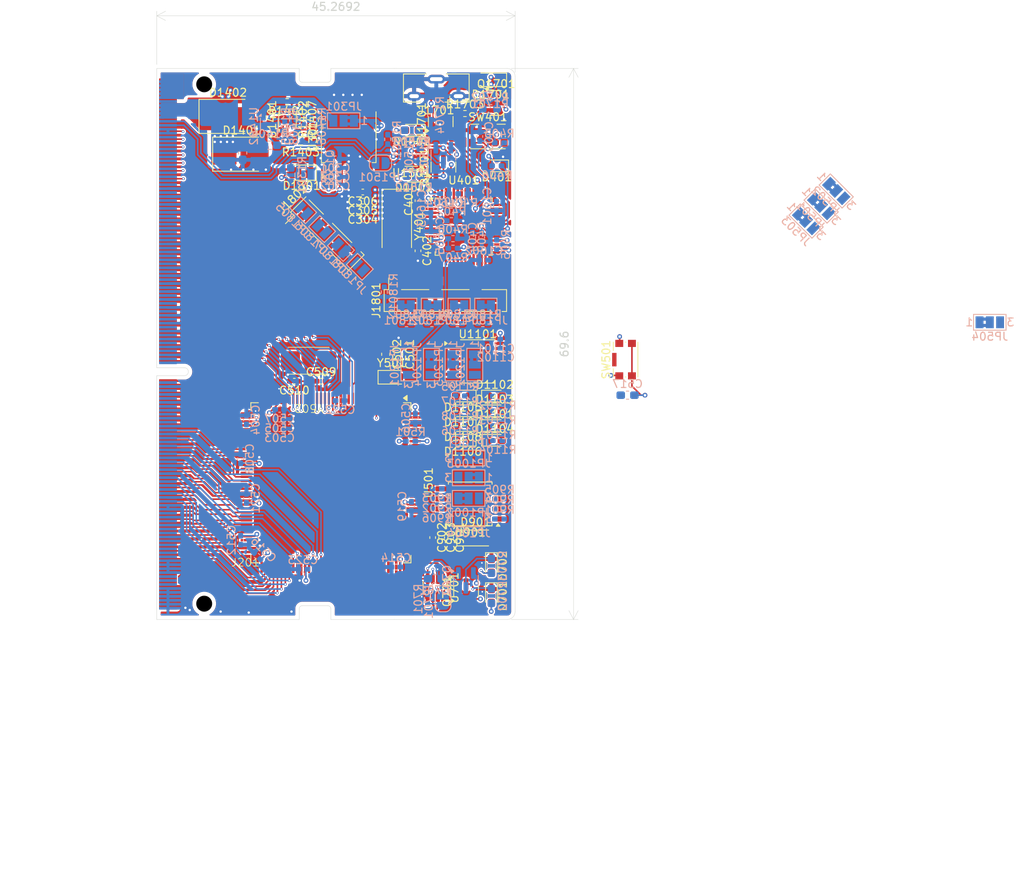
<source format=kicad_pcb>
(kicad_pcb (version 20241229) (generator "pcbnew") (generator_version "9.0")
  (layers (0 "F.Cu" signal) (4 "In1.Cu" power) (6 "In2.Cu" power) (2 "B.Cu" signal) (13 "F.Paste" user) (15 "B.Paste" user) (5 "F.SilkS" user "F.Silkscreen") (7 "B.SilkS" user "B.Silkscreen") (1 "F.Mask" user) (3 "B.Mask" user) (25 "Edge.Cuts" user))
  (net 0 "")
  (net 1 "GND")
  (net 2 "/ST-link V2/MCO")
  (net 3 "Net-(U401-PD0{slash}OSCIN)")
  (net 4 "Net-(U401-PD1{slash}OSCOUT)")
  (net 5 "Net-(U401-NRST)")
  (net 6 "+3.3V")
  (net 7 "Net-(U401-PA8)")
  (net 8 "Net-(U501I-PC15{slash}RCC_OSC32_OUT)")
  (net 9 "Net-(U501I-PH0{slash}HSE_OSC_IN)")
  (net 10 "Net-(U501I-PH1{slash}HSE_OSC_OUT)")
  (net 11 "Net-(JP504-A)")
  (net 12 "+3.3VA")
  (net 14 "Net-(D401-A)")
  (net 15 "Net-(D701-A)")
  (net 16 "/SODIMM Connector/PB2")
  (net 17 "/SODIMM Connector/VDDIO")
  (net 18 "/SODIMM Connector/VDDUSB")
  (net 19 "/SODIMM Connector/PA5")
  (net 20 "/SODIMM Connector/VREF")
  (net 21 "/SODIMM Connector/PA15")
  (net 22 "/SODIMM Connector/PC9")
  (net 23 "/SODIMM Connector/PB10")
  (net 24 "/SODIMM Connector/PD7")
  (net 25 "Net-(D702-A)")
  (net 26 "/SODIMM Connector/PB4")
  (net 27 "/SODIMM Connector/PG1")
  (net 28 "/SODIMM Connector/PC13")
  (net 29 "Net-(D1101-A)")
  (net 30 "/SODIMM Connector/PA0")
  (net 31 "Net-(D1102-A)")
  (net 32 "/SODIMM Connector/PF13")
  (net 33 "/SODIMM Connector/PG14")
  (net 34 "/SODIMM Connector/PD8")
  (net 35 "/SODIMM Connector/PF11")
  (net 36 "Net-(D1103-A)")
  (net 37 "/SODIMM Connector/PF6")
  (net 38 "/STLINK_CAN+")
  (net 39 "/NOR Flash/HOLD")
  (net 40 "/SODIMM Connector/PB15")
  (net 41 "/NOR Flash/WRITE_PROT")
  (net 42 "/SODIMM Connector/PD3")
  (net 43 "Net-(D1104-A)")
  (net 44 "/SODIMM Connector/PD2")
  (net 45 "Net-(D1105-A)")
  (net 46 "Net-(D1106-A)")
  (net 47 "/SODIMM Connector/PB1")
  (net 48 "Net-(D1107-A)")
  (net 49 "/SODIMM Connector/PA8")
  (net 50 "/SODIMM Connector/PG0")
  (net 51 "Net-(D1108-A)")
  (net 52 "/5V_RAW")
  (net 53 "/ST-link V2/MCU_NRST")
  (net 54 "/SODIMM Connector/PD13")
  (net 55 "/SODIMM Connector/PD9")
  (net 56 "/STM32L552ZET6Q/NJTRST")
  (net 57 "/NOR Flash/CLK")
  (net 58 "/SODIMM Connector/PG10")
  (net 59 "/NOR Flash/MISO")
  (net 60 "/SODIMM Connector/PB0")
  (net 61 "/SODIMM Connector/PA9")
  (net 62 "/SODIMM Connector/PF10")
  (net 63 "/NOR Flash/MOSI")
  (net 64 "/SODIMM Connector/PC3")
  (net 65 "/STM32L552ZET6Q/Peripherals/PA15_IN")
  (net 66 "/NOR Flash/CS")
  (net 67 "/SODIMM Connector/PA6")
  (net 68 "/STM32L552ZET6Q/CAN2_TX")
  (net 69 "/SODIMM Connector/PC1")
  (net 70 "/SODIMM Connector/PF2")
  (net 71 "/SODIMM Connector/PG2")
  (net 72 "/SODIMM Connector/PB6")
  (net 73 "/SODIMM Connector/VBATT")
  (net 74 "/SODIMM Connector/PD4")
  (net 75 "/SODIMM Connector/PF3")
  (net 76 "/SODIMM Connector/PC11")
  (net 77 "/SODIMM Connector/PF15")
  (net 78 "/SODIMM Connector/PA3")
  (net 79 "/SODIMM Connector/PA10")
  (net 80 "/SODIMM Connector/PD0")
  (net 81 "/SODIMM Connector/PF9")
  (net 82 "/SODIMM Connector/PC8")
  (net 83 "/SODIMM Connector/PG9")
  (net 84 "/SODIMM Connector/PF0")
  (net 85 "/SODIMM Connector/PD5")
  (net 86 "/SODIMM Connector/PC6")
  (net 87 "/SODIMM Connector/PC12")
  (net 88 "/SODIMM Connector/PG15")
  (net 89 "/SODIMM Connector/PB5")
  (net 90 "/SODIMM Connector/PD12")
  (net 91 "/SODIMM Connector/PB13")
  (net 92 "/SODIMM Connector/PB7")
  (net 93 "/SODIMM Connector/PG12")
  (net 94 "/SODIMM Connector/PG13")
  (net 95 "/SODIMM Connector/PB14")
  (net 96 "/SODIMM Connector/PD10")
  (net 97 "/SODIMM Connector/PA4")
  (net 98 "/SODIMM Connector/PD6")
  (net 99 "/SODIMM Connector/PF4")
  (net 100 "/SODIMM Connector/PF8")
  (net 101 "/SODIMM Connector/PC7")
  (net 102 "/SODIMM Connector/PF12")
  (net 103 "/SODIMM Connector/PB9")
  (net 104 "/SODIMM Connector/PG6")
  (net 105 "/SODIMM Connector/PB11")
  (net 106 "/SODIMM Connector/PF1")
  (net 107 "/SODIMM Connector/PD1")
  (net 108 "/SODIMM Connector/PG4")
  (net 109 "/SODIMM Connector/PC10")
  (net 110 "/SODIMM Connector/PF7")
  (net 111 "/SODIMM Connector/PG3")
  (net 112 "/SODIMM Connector/PF14")
  (net 113 "/SODIMM Connector/PF5")
  (net 114 "/SODIMM Connector/PA1")
  (net 115 "/SODIMM Connector/PG5")
  (net 116 "/SODIMM Connector/PB8")
  (net 117 "/SODIMM Connector/PC2")
  (net 118 "/SODIMM Connector/PA2")
  (net 119 "/SODIMM Connector/PC0")
  (net 120 "/SODIMM Connector/PD11")
  (net 121 "/SODIMM Connector/PA7")
  (net 122 "/ST-link V2/CAN_TX")
  (net 123 "/ST-link V2/USB_RENUMn")
  (net 124 "/ST-link V2/STLINK_WRITE.JTMS")
  (net 125 "/ST-link V2/STLINK_WRITE.JTCK")
  (net 126 "/ST-link V2/STLINK_WRITE.nRST")
  (net 127 "/ST-link V2/STLINK_WRITE.SWO")
  (net 128 "/STM32L552ZET6Q/USART1_RX")
  (net 129 "/ST-link V2/STLINK_DEBUG_JTMS")
  (net 130 "/ST-link V2/PWR_GOOD")
  (net 131 "/STM32L552ZET6Q/USART1_TX")
  (net 132 "/ST-link V2/STLINK_DEBUG_JTCK")
  (net 133 "/ST-link V2/CAN_RX")
  (net 134 "/SODIMM Connector/PE13")
  (net 135 "/SODIMM Connector/PE6")
  (net 136 "/ST-link V2/MCU_SWO")
  (net 137 "/SODIMM Connector/PE15")
  (net 138 "/SODIMM Connector/PD14")
  (net 139 "/SODIMM Connector/PE3")
  (net 140 "/SODIMM Connector/PD15")
  (net 141 "/SODIMM Connector/PE9")
  (net 142 "/SODIMM Connector/PE2")
  (net 143 "/SODIMM Connector/PE0")
  (net 144 "/SODIMM Connector/PE10")
  (net 145 "/SODIMM Connector/PE11")
  (net 146 "/ST-link V2/MCU_TMS")
  (net 147 "/ST-link V2/MCU_TCK")
  (net 148 "/SODIMM Connector/PE7")
  (net 149 "/SODIMM Connector/PE5")
  (net 150 "/SODIMM Connector/PE14")
  (net 151 "/SODIMM Connector/PE12")
  (net 152 "/SODIMM Connector/PE1")
  (net 153 "/SODIMM Connector/PE4")
  (net 154 "/SODIMM Connector/PE8")
  (net 155 "/STLINK_CAN-")
  (net 156 "Net-(JP501-C)")
  (net 157 "Net-(JP502-C)")
  (net 158 "Net-(JP503-C)")
  (net 160 "Net-(Q701-D)")
  (net 161 "Net-(Q702-D)")
  (net 162 "Net-(U401-PC13)")
  (net 163 "Net-(U401-PC14)")
  (net 164 "Net-(U401-BOOT0)")
  (net 165 "Net-(U401-PB12{slash}TARGET_SWDIO)")
  (net 166 "Net-(U401-PA9)")
  (net 167 "Net-(U401-PA0{slash}TARGET_JRST)")
  (net 168 "/STM32L552ZET6Q/CAN2_RX")
  (net 169 "/Debug LED Array/A2")
  (net 170 "/Debug LED Array/A1")
  (net 171 "/Debug LED Array/A0")
  (net 172 "/Debug LED Array/EN")
  (net 173 "/STM32L552ZET6Q/Peripherals/PF_IN14")
  (net 174 "/STM32L552ZET6Q/Peripherals/PF_IN12")
  (net 175 "/STM32L552ZET6Q/Peripherals/PF_IN13")
  (net 176 "/STM32L552ZET6Q/Peripherals/PF_IN15")
  (net 177 "/ST-link V2/USB_D+")
  (net 178 "Net-(U501J-PH3{slash}BOOT0{slash}RESET)")
  (net 179 "Net-(U1101-A0)")
  (net 180 "Net-(U1101-A1)")
  (net 181 "Net-(U1101-A2)")
  (net 182 "Net-(U1101-A3)")
  (net 183 "Net-(U1101-A4)")
  (net 184 "Net-(U1101-A5)")
  (net 185 "Net-(U1101-A6)")
  (net 186 "Net-(U1101-A7)")
  (net 197 "/ST-link V2/MOSI")
  (net 198 "/ST-link V2/MISO")
  (net 199 "/ST-link V2/CS")
  (net 200 "/ST-link V2/CLK")
  (net 201 "Net-(JP701-B)")
  (net 202 "/3V3A_RAW")
  (net 203 "/Power/Power Protection/5V_PROT")
  (net 204 "Net-(D1301-A)")
  (net 205 "Net-(D1501-A)")
  (net 206 "Net-(D1502-A)")
  (net 207 "/ST-link V2/USB Micro-B/PP5000_VUSB_RAW")
  (net 208 "/ST-link V2/USB Micro-B/USB_ID")
  (net 209 "Net-(J1801-Pin_1)")
  (net 210 "Net-(J1801-Pin_6)")
  (net 211 "Net-(J1801-Pin_2)")
  (net 212 "Net-(J1801-Pin_5)")
  (net 213 "Net-(J1801-Pin_4)")
  (net 214 "Net-(JP1501-B)")
  (net 215 "/Power/Diagnostic LED/SIG")
  (net 216 "Net-(Q1301-D)")
  (net 217 "Net-(Q1501-D)")
  (net 218 "Net-(Q1502-D)")
  (net 219 "Net-(Q1701-E)")
  (net 220 "Net-(U1401-EN{slash}UVLO)")
  (net 221 "Net-(U1401-OVLO)")
  (net 222 "Net-(U1402-EN{slash}UVLO)")
  (net 223 "Net-(U1402-OVLO)")
  (net 224 "Net-(U1401-ILIM)")
  (net 225 "Net-(U1402-ILIM)")
  (net 227 "/STM32L552ZET6Q/Peripherals/PC_IN10")
  (net 228 "/STM32L552ZET6Q/Peripherals/PC_IN11")
  (net 229 "/STM32L552ZET6Q/Peripherals/PC_IN12")
  (net 230 "/Power/Power Protection/3V3A_PROT")
  (net 231 "/ST-link V2/USB_D-")
  (net 232 "/SODIMM Connector/MCU_CAN+")
  (net 233 "/SODIMM Connector/MCU_CAN-")
  (net 234 "/ST-link V2/3V3_STLINK")
  (footprint "Diode_SMD:D_0603_1608Metric_Pad1.05x0.95mm_HandSolder" (layer "F.Cu") (at 116.125001 112.101529 180)
    (property "Reference" "D1108")
    (property "Value" "Red")
  )
  (footprint "Package_QFP:LQFP-48_7x7mm_P0.5mm" (layer "F.Cu") (at 116.2273 86.9816)
    (property "Reference" "U401")
    (property "Value" "STM32F103CBTx")
  )
  (footprint "Package_TO_SOT_SMD:TSOT-23-8" (layer "F.Cu") (at 112.65 132.5875 -90)
    (property "Reference" "U701")
    (property "Value" "TCAN334G")
  )
  (footprint "Package_TO_SOT_SMD:SOT-23" (layer "F.Cu") (at 113.3207 73.7108 90)
    (property "Reference" "U1701")
    (property "Value" "PSM712-LF-T7")
  )
  (footprint "Diode_SMD:D_0603_1608Metric_Pad1.05x0.95mm_HandSolder" (layer "F.Cu") (at 120.149999 112.101529)
    (property "Reference" "D1101")
    (property "Value" "Red")
  )
  (footprint "Resistor_SMD:R_0402_1005Metric_Pad0.72x0.64mm_HandSolder" (layer "F.Cu") (at 95.947401 73.434302 -90)
    (property "Reference" "R1407")
    (property "Value" "100k")
  )
  (footprint "Package_TO_SOT_SMD:SOT-23" (layer "F.Cu") (at 120.323899 71.3566)
    (property "Reference" "Q1701")
    (property "Value" "MMBT3904")
  )
  (footprint "Package_QFP:LQFP-144_20x20mm_P0.5mm" (layer "F.Cu") (at 99.45 119.3292 -90)
    (property "Reference" "U501")
    (property "Value" "STM32L552ZET6Q")
  )
  (footprint "Package_TO_SOT_SMD:TO-252-5_TabPin3" (layer "F.Cu") (at 101.7016 75.580401 90)
    (property "Reference" "U301")
    (property "Value" "TPS7B8733QKVURQ1")
  )
  (footprint "Resistor_SMD:R_0603_1608Metric_Pad0.98x0.95mm_HandSolder" (layer "F.Cu") (at 97.347401 73.434302 90)
    (property "Reference" "R1402")
    (property "Value" "360")
  )
  (footprint "Capacitor_SMD:C_0402_1005Metric_Pad0.74x0.62mm_HandSolder" (layer "F.Cu") (at 94.833688 106.5 180)
    (property "Reference" "C510")
    (property "Value" "22p")
  )
  (footprint "Diode_SMD:D_SMB" (layer "F.Cu") (at 86.452601 73.0504)
    (property "Reference" "D1402")
    (property "Value" "20V")
  )
  (footprint "Crystal:Crystal_SMD_5032-2Pin_5.0x3.2mm_HandSoldering" (layer "F.Cu") (at 107.7768 86.8665 -90)
    (property "Reference" "Y401")
    (property "Value" "8MHz 5pF")
  )
  (footprint "Crystal:Crystal_SMD_2012-2Pin_2.0x1.2mm_HandSoldering" (layer "F.Cu") (at 107.122029 106.000888)
    (property "Reference" "Y501")
    (property "Value" "32.768kHz, 1.2pF")
  )
  (footprint "Capacitor_SMD:C_0402_1005Metric_Pad0.74x0.62mm_HandSolder" (layer "F.Cu") (at 110.451801 90.034 -90)
    (property "Reference" "C402")
    (property "Value" "18p")
  )
  (footprint "LED_SMD:LED_0603_1608Metric" (layer "F.Cu") (at 120.4081 79.2988 180)
    (property "Reference" "D401")
    (property "Value" "STLINK")
  )
  (footprint "Connector_USB:USB_Micro-B_Molex-105133-0001" (layer "F.Cu") (at 112.765199 69.4222 180)
    (property "Reference" "J1701")
    (property "Value" "MicroUSB")
  )
  (footprint "Diode_SMD:D_0603_1608Metric_Pad1.05x0.95mm_HandSolder" (layer "F.Cu") (at 116.125001 113.964794 180)
    (property "Reference" "D1106")
    (property "Value" "Red")
  )
  (footprint "Resistor_SMD:R_0402_1005Metric_Pad0.72x0.64mm_HandSolder" (layer "F.Cu") (at 116.3828 72.6948)
    (property "Reference" "R1703")
    (property "Value" "1.5k")
  )
  (footprint "Button_Switch_SMD:SW_Push_1P1T-SH_NO_CK_KMR2xxG" (layer "F.Cu") (at 136.675002 103.774998 90)
    (property "Reference" "SW501")
    (property "Value" "MCU_RST")
  )
  (footprint "Capacitor_SMD:C_0402_1005Metric_Pad0.74x0.62mm_HandSolder" (layer "F.Cu") (at 98.2175 106.5)
    (property "Reference" "C509")
    (property "Value" "22p")
  )
  (footprint "Capacitor_SMD:C_0402_1005Metric_Pad0.74x0.62mm_HandSolder" (layer "F.Cu") (at 110.451799 83.698999 90)
    (property "Reference" "C401")
    (property "Value" "18p")
  )
  (footprint "Capacitor_SMD:C_0402_1005Metric_Pad0.74x0.62mm_HandSolder" (layer "F.Cu") (at 112.305 126.249996 -90)
    (property "Reference" "C902")
    (property "Value" "100n")
  )
  (footprint "Diode_SMD:D_SMB" (layer "F.Cu") (at 88.179801 77.8256)
    (property "Reference" "D1401")
    (property "Value" "20V")
  )
  (footprint "Diode_SMD:D_0603_1608Metric_Pad1.05x0.95mm_HandSolder" (layer "F.Cu") (at 119.725 133.625 -90)
    (property "Reference" "D701")
    (property "Value" "White")
  )
  (footprint "Capacitor_SMD:C_0402_1005Metric_Pad0.74x0.62mm_HandSolder" (layer "F.Cu") (at 103.4796 84.931699 180)
    (property "Reference" "C304")
    (property "Value" "1u")
  )
  (footprint "Diode_SMD:D_0603_1608Metric_Pad1.05x0.95mm_HandSolder" (layer "F.Cu") (at 120.149999 108.374998)
    (property "Reference" "D1102")
    (property "Value" "Red")
  )
  (footprint "Diode_SMD:D_0603_1608Metric_Pad1.05x0.95mm_HandSolder" (layer "F.Cu") (at 120.149999 110.238263)
    (property "Reference" "D1103")
    (property "Value" "Red")
  )
  (footprint "Resistor_SMD:R_0402_1005Metric_Pad0.72x0.64mm_HandSolder" (layer "F.Cu") (at 93.922401 71.194303 180)
    (property "Reference" "R1401")
    (property "Value" "470")
  )
  (footprint "Diode_SMD:D_0603_1608Metric_Pad1.05x0.95mm_HandSolder" (layer "F.Cu") (at 116.125001 110.238263 180)
    (property "Reference" "D1107")
    (property "Value" "Red")
  )
  (footprint "Diode_SMD:D_0603_1608Metric_Pad1.05x0.95mm_HandSolder" (layer "F.Cu") (at 109.681498 74.795001 180)
    (property "Reference" "D1502")
    (property "Value" "White")
  )
  (footprint "Capacitor_SMD:C_0603_1608Metric_Pad1.08x0.95mm_HandSolder" (layer "F.Cu") (at 108.002 103.1 -90)
    (property "Reference" "C501")
    (property "Value" "7.0p")
  )
  (footprint "Connector_PinHeader_2.54mm:PinHeader_1x06_P2.54mm_Vertical_SMD_Pin1Right" (layer "F.Cu") (at 113.9106 96.3138 90)
    (property "Reference" "J1801")
    (property "Value" "Conn_01x06_Pin")
  )
  (footprint "Capacitor_SMD:C_0402_1005Metric_Pad0.74x0.62mm_HandSolder" (layer "F.Cu") (at 114.575 126.249998 -90)
    (property "Reference" "C901")
    (property "Value" "100n")
  )
  (footprint "Package_SON:WSON-6-1EP_2x2mm_P0.65mm_EP1x1.6mm" (layer "F.Cu") (at 93.9724 73.434302 90)
    (property "Reference" "U1401")
    (property "Value" "TPS25961")
  )
  (footprint "Capacitor_SMD:C_0603_1608Metric_Pad1.08x0.95mm_HandSolder" (layer "F.Cu") (at 106.376402 103.099998 -90)
    (property "Reference" "C502")
    (property "Value" "7.0p")
  )
  (footprint "Capacitor_SMD:C_0603_1608Metric_Pad1.08x0.95mm_HandSolder" (layer "F.Cu") (at 91.7956 73.1012 90)
    (property "Reference" "C203" (hide yes))
    (property "Value" "10u")
  )
  (footprint "Capacitor_SMD:C_0402_1005Metric_Pad0.74x0.62mm_HandSolder" (layer "F.Cu") (at 103.4796 82.606699 180)
    (property "Reference" "C306")
    (property "Value" "1u")
  )
  (footprint "Package_SO:TSSOP-16_4.4x5mm_P0.65mm" (layer "F.Cu") (at 118.0125 103.999998)
    (property "Reference" "U1101")
    (property "Value" "74HC4051")
  )
  (footprint "Diode_SMD:D_0603_1608Metric_Pad1.05x0.95mm_HandSolder" (layer "F.Cu") (at 120.149999 113.964794)
    (property "Reference" "D1104")
    (property "Value" "Red")
  )
  (footprint "Capacitor_SMD:C_0402_1005Metric_Pad0.74x0.62mm_HandSolder" (layer "F.Cu") (at 103.4796 83.7692 180)
    (property "Reference" "C305")
    (property "Value" "1u")
  )
  (footprint "Diode_SMD:D_0603_1608Metric_Pad1.05x0.95mm_HandSolder" (layer "F.Cu") (at 109.918998 80.595 180)
    (property "Reference" "D1501")
    (property "Value" "White")
  )
  (footprint "Package_TO_SOT_SMD:SOT-23" (layer "F.Cu") (at 116.525 133.0625 90)
    (property "Reference" "Q701")
    (property "Value" "BSS84")
  )
  (footprint "Diode_SMD:D_SOD-323_HandSoldering" (layer "F.Cu") (at 119.634 68.4276 180)
    (property "Reference" "D1701")
    (property "Value" "600m")
  )
  (footprint "Diode_SMD:D_SOD-123" (layer "F.Cu") (at 117.725 126.299998)
    (property "Reference" "D901")
    (property "Value" "3V3")
  )
  (footprint "Package_TO_SOT_SMD:TSOT-23-8" (layer "F.Cu") (at 109.6065 77.795 180)
    (property "Reference" "U1501")
    (property "Value" "TCAN334G")
  )
  (footprint "bfr_connectors:SODIMM-260 DDR4" (layer "F.Cu") (at 92.45 101.9)
    (property "Reference" "J201")
    (property "Value" "SODIMM-260")
    (fp_line (start -15 -34.9) (end 3 -34.9) (stroke (width 0.05)) (layer "Edge.Cuts"))
    (fp_line (start -15 2.9) (end -15 -34.9) (stroke (width 0.05)) (layer "Edge.Cuts"))
    (fp_line (start -15 3.9) (end -15 34.7) (stroke (width 0.05)) (layer "Edge.Cuts"))
    (fp_line (start -15 34.7) (end 3 34.7) (stroke (width 0.05)) (layer "Edge.Cuts"))
    (fp_line (start -11.5 2.9) (end -15 2.9) (stroke (width 0.05)) (layer "Edge.Cuts"))
    (fp_line (start -11.5 3.9) (end -15 3.9) (stroke (width 0.05)) (layer "Edge.Cuts"))
    (fp_line (start 3 -33.55) (end 3 -34.9) (stroke (width 0.05)) (layer "Edge.Cuts"))
    (fp_line (start 3 33.35) (end 3 34.7) (stroke (width 0.05)) (layer "Edge.Cuts"))
    (fp_line (start 6.6 -33.15) (end 3.4 -33.15) (stroke (width 0.05)) (layer "Edge.Cuts"))
    (fp_line (start 6.6 32.95) (end 3.4 32.95) (stroke (width 0.05)) (layer "Edge.Cuts"))
    (fp_line (start 7 -34.9) (end 7 -33.55) (stroke (width 0.05)) (layer "Edge.Cuts"))
    (fp_line (start 7 -34.9) (end 15 -34.9) (stroke (width 0.05)) (layer "Edge.Cuts"))
    (fp_line (start 7 34.7) (end 7 33.35) (stroke (width 0.05)) (layer "Edge.Cuts"))
    (fp_line (start 7 34.7) (end 15 34.7) (stroke (width 0.05)) (layer "Edge.Cuts"))
    (fp_arc (start -11.5 2.9) (mid -11 3.4) (end -11.5 3.9) (stroke (width 0.05)) (layer "Edge.Cuts"))
    (fp_arc (start 3 33.35) (mid 3.117157 33.067157) (end 3.4 32.95) (stroke (width 0.05)) (layer "Edge.Cuts"))
    (fp_arc (start 3.4 -33.15) (mid 3.117157 -33.267157) (end 3 -33.55) (stroke (width 0.05)) (layer "Edge.Cuts"))
    (fp_arc (start 6.6 32.95) (mid 6.882843 33.067157) (end 7 33.35) (stroke (width 0.05)) (layer "Edge.Cuts"))
    (fp_arc (start 7 -33.55) (mid 6.882843 -33.267157) (end 6.6 -33.15) (stroke (width 0.05)) (layer "Edge.Cuts"))
    (fp_circle (center -9 -32.9) (end -10 -32.9) (stroke (width 0.05)) (fill no) (layer "Edge.Cuts"))
    (fp_circle (center -9 32.7) (end -10 32.7) (stroke (width 0.05)) (fill no) (layer "Edge.Cuts"))
  )
  (footprint "Connector_PinHeader_2.54mm:PinHeader_1x04_P2.54mm_Vertical_SMD_Pin1Left" (layer "F.Cu") (at 99 87.85 45)
    (property "Reference" "J1802")
    (property "Value" "Conn_01x04_Pin")
  )
  (footprint "Diode_SMD:D_0603_1608Metric_Pad1.05x0.95mm_HandSolder" (layer "F.Cu") (at 116.125001 108.374998 180)
    (property "Reference" "D1105")
    (property "Value" "Red")
  )
  (footprint "Diode_SMD:D_0805_2012Metric_Pad1.15x1.40mm_HandSolder" (layer "F.Cu") (at 95.758 80.1624 180)
    (property "Reference" "D1301")
    (property "Value" "Green")
  )
  (footprint "Diode_SMD:D_0603_1608Metric_Pad1.05x0.95mm_HandSolder" (layer "F.Cu") (at 119.725 129.825 -90)
    (property "Reference" "D702")
    (property "Value" "White")
  )
  (footprint "Resistor_SMD:R_0603_1608Metric_Pad0.98x0.95mm_HandSolder" (layer "F.Cu") (at 95.6564 76.1492 180)
    (property "Reference" "R1403")
    (property "Value" "390")
  )
  (footprint "Package_SO:SOIC-8_5.3x5.3mm_P1.27mm" (layer "F.Cu") (at 117.05 121.999998 180)
    (property "Reference" "U901")
    (property "Value" "MX25R3235FM2xx1")
  )
  (footprint "Button_Switch_SMD:SW_Push_1P1T-SH_NO_CK_KMR2xxG" (layer "F.Cu") (at 119.2784 75.5904)
    (property "Reference" "SW401")
    (property "Value" "STLINK_RST")
  )
  (footprint "bfr_crystals:ABM3-16.000MHZ-D2Y-T" (layer "F.Cu") (at 96.636975 103.913687 180)
    (property "Reference" "Y502")
    (property "Value" "16MHz, 7pF")
  )
  (footprint "Package_TO_SOT_SMD:SOT-23" (layer "F.Cu") (at 113.667 79.446601 90)
    (property "Reference" "Q1501")
    (property "Value" "BSS84")
  )
  (footprint "Capacitor_SMD:C_0402_1005Metric_Pad0.74x0.62mm_HandSolder" (layer "F.Cu") (at 113.44 126.249996 -90)
    (property "Reference" "C903")
    (property "Value" "100n")
  )
  (footprint "Resistor_SMD:R_0402_1005Metric_Pad0.72x0.64mm_HandSolder" (layer "B.Cu") (at 114.6677 86.2316 180)
    (property "Reference" "R402")
    (property "Value" "10k")
  )
  (footprint "Capacitor_SMD:C_0402_1005Metric_Pad0.74x0.62mm_HandSolder" (layer "B.Cu") (at 118.754899 91.201101 180)
    (property "Reference" "C1602")
    (property "Value" "100n")
  )
  (footprint "Capacitor_SMD:C_0402_1005Metric_Pad0.74x0.62mm_HandSolder" (layer "B.Cu") (at 118.262401 75.590398 90)
    (property "Reference" "C403")
    (property "Value" "100n")
  )
  (footprint "Resistor_SMD:R_0402_1005Metric_Pad0.72x0.64mm_HandSolder" (layer "B.Cu") (at 120.504599 108.395734)
    (property "Reference" "R1102")
    (property "Value" "220")
  )
  (footprint "Resistor_SMD:R_0402_1005Metric_Pad0.72x0.64mm_HandSolder" (layer "B.Cu") (at 93.624999 74.286002 90)
    (property "Reference" "R1408")
    (property "Value" "100k")
  )
  (footprint "Resistor_SMD:R_0402_1005Metric_Pad0.72x0.64mm_HandSolder" (layer "B.Cu") (at 109.515 114.079201 180)
    (property "Reference" "R501")
    (property "Value" "10k")
  )
  (footprint "Resistor_SMD:R_0603_1608Metric_Pad0.98x0.95mm_HandSolder" (layer "B.Cu") (at 91.736001 76.696002 180)
    (property "Reference" "R1404")
    (property "Value" "270")
  )
  (footprint "Resistor_SMD:R_0402_1005Metric_Pad0.72x0.64mm_HandSolder" (layer "B.Cu") (at 114.8709 89.707768)
    (property "Reference" "R407")
    (property "Value" "4.7k")
  )
  (footprint "Resistor_SMD:R_0402_1005Metric_Pad0.72x0.64mm_HandSolder" (layer "B.Cu") (at 116.127299 82.8191)
    (property "Reference" "R404")
    (property "Value" "100k")
  )
  (footprint "Resistor_SMD:R_0402_1005Metric_Pad0.72x0.64mm_HandSolder" (layer "B.Cu") (at 112.865001 120.094997)
    (property "Reference" "R903")
    (property "Value" "47k")
  )
  (footprint "Jumper:SolderJumper-2_P1.3mm_Open_RoundedPad1.0x1.5mm" (layer "B.Cu") (at 105.7148 78.9432)
    (property "Reference" "JP1501")
    (property "Value" "CAN_TERM")
  )
  (footprint "Resistor_SMD:R_0603_1608Metric_Pad0.98x0.95mm_HandSolder" (layer "B.Cu") (at 95.2 74.286002 -90)
    (property "Reference" "R1405")
    (property "Value" "360")
  )
  (footprint "Capacitor_SMD:C_0402_1005Metric_Pad0.74x0.62mm_HandSolder" (layer "B.Cu") (at 120.355099 84.368501 -90)
    (property "Reference" "C1601")
    (property "Value" "100n")
  )
  (footprint "Resistor_SMD:R_0402_1005Metric_Pad0.72x0.64mm_HandSolder" (layer "B.Cu") (at 120.7309 76.390398 180)
    (property "Reference" "R403")
    (property "Value" "100k")
  )
  (footprint "Jumper:SolderJumper-3_P1.3mm_Bridged2Bar12_Pad1.0x1.5mm_NumberLabels" (layer "B.Cu") (at 182.6768 99.06)
    (property "Reference" "JP504")
    (property "Value" "JT_RST_SEL")
  )
  (footprint "Package_TO_SOT_SMD:SOT-23" (layer "B.Cu") (at 116.5035 131.6632 -90)
    (property "Reference" "Q702")
    (property "Value" "BSS84")
  )
  (footprint "Resistor_SMD:R_0402_1005Metric_Pad0.72x0.64mm_HandSolder" (layer "B.Cu") (at 117.332499 88.317601 90)
    (property "Reference" "R409")
    (property "Value" "100")
  )
  (footprint "Jumper:SolderJumper-2_P1.3mm_Bridged_Pad1.0x1.5mm" (layer "B.Cu") (at 115.648201 97.025)
    (property "Reference" "JP1803")
    (property "Value" "SolderJumper_2_Bridged")
  )
  (footprint "Resistor_SMD:R_0402_1005Metric_Pad0.72x0.64mm_HandSolder" (layer "B.Cu") (at 115.770401 110.217529 180)
    (property "Reference" "R1107")
    (property "Value" "220")
  )
  (footprint "Capacitor_SMD:C_0402_1005Metric_Pad0.74x0.62mm_HandSolder" (layer "B.Cu") (at 90.120715 128.587207 135)
    (property "Reference" "C516")
    (property "Value" "100n")
  )
  (footprint "Resistor_SMD:R_0402_1005Metric_Pad0.72x0.64mm_HandSolder" (layer "B.Cu") (at 120.504599 110.258997)
    (property "Reference" "R1103")
    (property "Value" "220")
  )
  (footprint "Resistor_SMD:R_0402_1005Metric_Pad0.72x0.64mm_HandSolder" (layer "B.Cu") (at 112.865001 121.364997)
    (property "Reference" "R902")
    (property "Value" "47k")
  )
  (footprint "Capacitor_SMD:C_0402_1005Metric_Pad0.74x0.62mm_HandSolder" (layer "B.Cu") (at 88.781738 111.390935 90)
    (property "Reference" "C504")
    (property "Value" "100n")
  )
  (footprint "Jumper:SolderJumper-3_P1.3mm_Bridged2Bar12_Pad1.0x1.5mm_NumberLabels" (layer "B.Cu") (at 112.152067 104.4 -90)
    (property "Reference" "JP1204")
    (property "Value" "LEDARR_A2")
  )
  (footprint "Capacitor_SMD:C_0402_1005Metric_Pad0.74x0.62mm_HandSolder" (layer "B.Cu") (at 95.917331 130.243502 180)
    (property "Reference" "C523")
    (property "Value" "100n")
  )
  (footprint "Jumper:SolderJumper-3_P1.3mm_Bridged2Bar12_Pad1.0x1.5mm_NumberLabels" (layer "B.Cu") (at 114.888534 104.399997 -90)
    (property "Reference" "JP1203")
    (property "Value" "LEDARR_A1")
  )
  (footprint "Capacitor_SMD:C_0603_1608Metric_Pad1.08x0.95mm_HandSolder" (layer "B.Cu") (at 136.922601 108.266997 180)
    (property "Reference" "C517")
    (property "Value" "100n")
  )
  (footprint "Resistor_SMD:R_0402_1005Metric_Pad0.72x0.64mm_HandSolder" (layer "B.Cu") (at 120.389799 89.231601 90)
    (property "Reference" "R405")
    (property "Value" "100")
  )
  (footprint "Capacitor_SMD:C_0402_1005Metric_Pad0.74x0.62mm_HandSolder" (layer "B.Cu") (at 99.9891 80.695402)
    (property "Reference" "C302")
    (property "Value" "1u")
  )
  (footprint "Resistor_SMD:R_0603_1608Metric_Pad0.98x0.95mm_HandSolder" (layer "B.Cu") (at 119.5324 72.0852 180)
    (property "Reference" "R1702")
    (property "Value" "36k")
  )
  (footprint "Resistor_SMD:R_0402_1005Metric_Pad0.72x0.64mm_HandSolder" (layer "B.Cu") (at 120.7584 122.634996 180)
    (property "Reference" "R904")
    (property "Value" "47k")
  )
  (footprint "Capacitor_SMD:C_0402_1005Metric_Pad0.74x0.62mm_HandSolder" (layer "B.Cu") (at 92.975002 110.061601)
    (property "Reference" "C507")
    (property "Value" "100n")
  )
  (footprint "Jumper:SolderJumper-3_P1.3mm_Bridged2Bar12_Pad1.0x1.5mm_NumberLabels" (layer "B.Cu") (at 116.85 123.9)
    (property "Reference" "JP1004")
    (property "Value" "NORFLASH_NSS")
  )
  (footprint "Resistor_SMD:R_0603_1608Metric_Pad0.98x0.95mm_HandSolder" (layer "B.Cu") (at 109.918998 80.595)
    (property "Reference" "R1502")
    (property "Value" "120")
  )
  (footprint "Jumper:SolderJumper-3_P1.3mm_Bridged2Bar12_Pad1.0x1.5mm_NumberLabels" (layer "B.Cu") (at 159.473449 86.276552 -45)
    (property "Reference" "JP503")
    (property "Value" "VDDIO_SEL")
  )
  (footprint "Resistor_SMD:R_0603_1608Metric_Pad0.98x0.95mm_HandSolder" (layer "B.Cu") (at 96.8756 74.286002 90)
    (property "Reference" "R1406")
    (property "Value" "390")
  )
  (footprint "Capacitor_SMD:C_0402_1005Metric_Pad0.74x0.62mm_HandSolder" (layer "B.Cu") (at 109.625832 122.301027 -90)
    (property "Reference" "C519")
    (property "Value" "100n")
  )
  (footprint "Resistor_SMD:R_0402_1005Metric_Pad0.72x0.64mm_HandSolder" (layer "B.Cu") (at 119.5324 70.3152)
    (property "Reference" "R1701")
    (property "Value" "10k")
  )
  (footprint "Jumper:SolderJumper-2_P1.3mm_Open_RoundedPad1.0x1.5mm" (layer "B.Cu") (at 113.613249 134.220699 -90)
    (property "Reference" "JP701")
    (property "Value" "CAN_TERM")
  )
  (footprint "Capacitor_SMD:C_0402_1005Metric_Pad0.74x0.62mm_HandSolder" (layer "B.Cu") (at 107.675 129.975 180)
    (property "Reference" "C514")
    (property "Value" "100n")
  )
  (footprint "Jumper:SolderJumper-3_P1.3mm_Bridged2Bar12_Pad1.0x1.5mm_NumberLabels" (layer "B.Cu") (at 116.85 118.7 180)
    (property "Reference" "JP1003")
    (property "Value" "NORFLASH_MOSI")
  )
  (footprint "Jumper:SolderJumper-3_P1.3mm_Bridged2Bar12_Pad1.0x1.5mm_NumberLabels" (layer "B.Cu") (at 116.85 116.2 180)
    (property "Reference" "JP1001")
    (property "Value" "NORFLASH_CLK")
  )
  (footprint "Resistor_SMD:R_0603_1608Metric_Pad0.98x0.95mm_HandSolder" (layer "B.Cu") (at 94.3864 80.4672 90)
    (property "Reference" "R1301")
    (property "Value" "120")
  )
  (footprint "Package_TO_SOT_SMD:SOT-23" (layer "B.Cu") (at 96.9391 79.670401 90)
    (property "Reference" "Q1301")
    (property "Value" "BSS84")
  )
  (footprint "Resistor_SMD:R_0402_1005Metric_Pad0.72x0.64mm_HandSolder" (layer "B.Cu") (at 111.657448 134.0025 -90)
    (property "Reference" "R701")
    (property "Value" "120")
  )
  (footprint "Resistor_SMD:R_0402_1005Metric_Pad0.72x0.64mm_HandSolder" (layer "B.Cu") (at 118.6454 99.2238 180)
    (property "Reference" "R1805")
    (property "Value" "22")
  )
  (footprint "Resistor_SMD:R_0402_1005Metric_Pad0.72x0.64mm_HandSolder" (layer "B.Cu") (at 120.758401 123.904998 180)
    (property "Reference" "R901")
    (property "Value" "47k")
  )
  (footprint "Resistor_SMD:R_0402_1005Metric_Pad0.72x0.64mm_HandSolder" (layer "B.Cu") (at 120.4081 79.2988)
    (property "Reference" "R406")
    (property "Value" "100")
  )
  (footprint "Capacitor_SMD:C_0402_1005Metric_Pad0.74x0.62mm_HandSolder" (layer "B.Cu") (at 110.112498 111.161698 -90)
    (property "Reference" "C506")
    (property "Value" "100n")
  )
  (footprint "Resistor_SMD:R_0402_1005Metric_Pad0.72x0.64mm_HandSolder" (layer "B.Cu") (at 112.217201 99.2238 180)
    (property "Reference" "R1803")
    (property "Value" "22")
  )
  (footprint "Capacitor_SMD:C_0402_1005Metric_Pad0.74x0.62mm_HandSolder" (layer "B.Cu") (at 100.602 108.95)
    (property "Reference" "C522")
    (property "Value" "100n")
  )
  (footprint "Resistor_SMD:R_0402_1005Metric_Pad0.72x0.64mm_HandSolder" (layer "B.Cu") (at 120.758401 121.364997 180)
    (property "Reference" "R905")
    (property "Value" "47k")
  )
  (footprint "Capacitor_SMD:C_0402_1005Metric_Pad0.74x0.62mm_HandSolder" (layer "B.Cu") (at 99.9891 79.557902)
    (property "Reference" "C303")
    (property "Value" "1u")
  )
  (footprint "Jumper:SolderJumper-2_P1.3mm_Open_Pad1.0x1.5mm" (layer "B.Cu") (at 98.334619 87.284619 -45)
    (property "Reference" "JP1806")
    (property "Value" "SolderJumper_2_Open")
  )
  (footprint "Capacitor_SMD:C_0402_1005Metric_Pad0.74x0.62mm_HandSolder" (layer "B.Cu") (at 112.100099 88.127701 90)
    (property "Reference" "C1605")
    (property "Value" "100n")
  )
  (footprint "Resistor_SMD:R_0402_1005Metric_Pad0.72x0.64mm_HandSolder" (layer "B.Cu") (at 120.504599 112.122263)
    (property "Reference" "R1101")
    (property "Value" "220")
  )
  (footprint "Jumper:SolderJumper-2_P1.3mm_Open_Pad1.0x1.5mm" (layer "B.Cu") (at 103.105044 92.055044 -45)
    (property "Reference" "JP1808")
    (property "Value" "SolderJumper_2_Open")
  )
  (footprint "Capacitor_SMD:C_0402_1005Metric_Pad0.74x0.62mm_HandSolder" (layer "B.Cu") (at 88.049999 116.296699 90)
    (property "Reference" "C508")
    (property "Value" "100n")
  )
  (footprint "Capacitor_SMD:C_0603_1608Metric_Pad1.08x0.95mm_HandSolder" (layer "B.Cu") (at 112.575 131.45)
    (property "Reference" "C701")
    (property "Value" "100n")
  )
  (footprint "Capacitor_SMD:C_0402_1005Metric_Pad0.74x0.62mm_HandSolder" (layer "B.Cu") (at 99.9891 78.420401)
    (property "Reference" "C301")
    (property "Value" "1u")
  )
  (footprint "Resistor_SMD:R_0402_1005Metric_Pad0.72x0.64mm_HandSolder" (layer "B.Cu") (at 109.003101 99.2238 180)
    (property "Reference" "R1802")
    (property "Value" "22")
  )
  (footprint "Capacitor_SMD:C_0402_1005Metric_Pad0.74x0.62mm_HandSolder" (layer "B.Cu") (at 118.500832 88.317601 -90)
    (property "Reference" "C404")
    (property "Value" "20p")
  )
  (footprint "Jumper:SolderJumper-3_P1.3mm_Bridged2Bar12_Pad1.0x1.5mm_NumberLabels" (layer "B.Cu") (at 116.85 121.3)
    (property "Reference" "JP1002")
    (property "Value" "NORFLASH_MISO")
  )
  (footprint "Jumper:SolderJumper-3_P1.3mm_Bridged2Bar12_Pad1.0x1.5mm_NumberLabels" (layer "B.Cu") (at 109.300535 104.399997 -90)
    (property "Reference" "JP1201")
    (property "Value" "LEDARR_EN")
  )
  (footprint "Jumper:SolderJumper-3_P1.3mm_Bridged2Bar12_Pad1.0x1.5mm_NumberLabels" (layer "B.Cu") (at 163.276552 82.473449 -45)
    (property "Reference" "JP502")
    (property "Value" "VREF_SEL")
  )
  (footprint "Jumper:SolderJumper-2_P1.3mm_Bridged_Pad1.0x1.5mm" (layer "B.Cu") (at 119.0214 97.025)
    (property "Reference" "JP1804")
    (property "Value" "SolderJumper_2_Bridged")
  )
  (footprint "Jumper:SolderJumper-2_P1.3mm_Open_Pad1.0x1.5mm" (layer "B.Cu") (at 100.719832 89.669831 -45)
    (property "Reference" "JP1807")
    (property "Value" "SolderJumper_2_Open")
  )
  (footprint "Jumper:SolderJumper-3_P1.3mm_Bridged2Bar12_Pad1.0x1.5mm_NumberLabels" (layer "B.Cu") (at 101.062 73.6092 180)
    (property "Reference" "JP301")
    (property "Value" "AVDD_SEL")
  )
  (footprint "Package_SON:WSON-6-1EP_2x2mm_P0.65mm_EP1x1.6mm" (layer "B.Cu") (at 91.661 74.286002 -90)
    (property "Reference" "U1402")
    (property "Value" "TPS25961")
  )
  (footprint "Resistor_SMD:R_0402_1005Metric_Pad0.72x0.64mm_HandSolder" (layer "B.Cu") (at 115.4313 99.2238 180)
    (property "Reference" "R1804")
    (property "Value" "22")
  )
  (footprint "Resistor_SMD:R_0603_1608Metric_Pad0.98x0.95mm_HandSolder" (layer "B.Cu") (at 109.681498 74.795001)
    (property "Reference" "R1503")
    (property "Value" "120")
  )
  (footprint "Package_TO_SOT_SMD:SOT-23" (layer "B.Cu") (at 113.6548 77.9503 -90)
    (property "Reference" "Q1502")
    (property "Value" "BSS84")
  )
  (footprint "Jumper:SolderJumper-2_P1.3mm_Bridged_Pad1.0x1.5mm" (layer "B.Cu") (at 112.275 97.025)
    (property "Reference" "JP1802")
    (property "Value" "SolderJumper_2_Bridged")
  )
  (footprint "Resistor_SMD:R_0402_1005Metric_Pad0.72x0.64mm_HandSolder" (layer "B.Cu") (at 114.8709 88.4936 180)
    (property "Reference" "R408")
    (property "Value" "4.7k")
  )
  (footprint "Jumper:SolderJumper-2_P1.3mm_Bridged_Pad1.0x1.5mm" (layer "B.Cu") (at 108.901801 97.025)
    (property "Reference" "JP1801")
    (property "Value" "SolderJumper_2_Bridged")
  )
  (footprint "Resistor_SMD:R_0402_1005Metric_Pad0.72x0.64mm_HandSolder" (layer "B.Cu") (at 106.6324 75.9568 90)
    (property "Reference" "R1501")
    (property "Value" "120")
  )
  (footprint "Jumper:SolderJumper-3_P1.3mm_Bridged2Bar12_Pad1.0x1.5mm_NumberLabels" (layer "B.Cu") (at 161.375 84.375 -45)
    (property "Reference" "JP501")
    (property "Value" "VDDUSB_SEL")
  )
  (footprint "Resistor_SMD:R_0603_1608Metric_Pad0.98x0.95mm_HandSolder" (layer "B.Cu") (at 119.725 129.825 90)
    (property "Reference" "R703")
    (property "Value" "120")
  )
  (footprint "Capacitor_SMD:C_0402_1005Metric_Pad0.74x0.62mm_HandSolder" (layer "B.Cu") (at 88.787501 121.296702 90)
    (property "Reference" "C521")
    (property "Value" "100n")
  )
  (footprint "Capacitor_SMD:C_0402_1005Metric_Pad0.74x0.62mm_HandSolder" (layer "B.Cu") (at 112.074699 84.673301 -90)
    (property "Reference" "C1603")
    (property "Value" "100n")
  )
  (footprint "Resistor_SMD:R_0402_1005Metric_Pad0.72x0.64mm_HandSolder" (layer "B.Cu") (at 115.770401 108.354262 180)
    (property "Reference" "R1105")
    (property "Value" "220")
  )
  (footprint "Resistor_SMD:R_0402_1005Metric_Pad0.72x0.64mm_HandSolder" (layer "B.Cu") (at 120.504599 113.985528)
    (property "Reference" "R1104")
    (property "Value" "220")
  )
  (footprint "Capacitor_SMD:C_0603_1608Metric_Pad1.08x0.95mm_HandSolder" (layer "B.Cu") (at 110.744 77.87 -90)
    (property "Reference" "C1501")
    (property "Value" "100n")
  )
  (footprint "Resistor_SMD:R_0402_1005Metric_Pad0.72x0.64mm_HandSolder" (layer "B.Cu") (at 106.1994 95.247 90)
    (property "Reference" "R1801")
    (property "Value" "10k")
  )
  (footprint "Capacitor_SMD:C_0402_1005Metric_Pad0.74x0.62mm_HandSolder" (layer "B.Cu") (at 88.050002 126.579199 -90)
    (property "Reference" "C512")
    (property "Value" "100n")
  )
  (footprint "Capacitor_SMD:C_0402_1005Metric_Pad0.74x0.62mm_HandSolder" (layer "B.Cu") (at 92.975002 111.280803)
    (property "Reference" "C505")
    (property "Value" "100n")
  )
  (footprint "Jumper:SolderJumper-3_P1.3mm_Bridged2Bar12_Pad1.0x1.5mm_NumberLabels" (layer "B.Cu") (at 117.625 104.4 -90)
    (property "Reference" "JP1202")
    (property "Value" "LEDARR_A0")
  )
  (footprint "Capacitor_SMD:C_0402_1005Metric_Pad0.74x0.62mm_HandSolder" (layer "B.Cu") (at 120.274067 102.328597)
    (property "Reference" "C1102")
    (property "Value" "100n")
  )
  (footprint "Capacitor_SMD:C_0603_1608Metric_Pad1.08x0.95mm_HandSolder" (layer "B.Cu") (at 88.3158 77.6732 -90)
    (property "Reference" "C201" (hide yes))
    (property "Value" "10u")
  )
  (footprint "Capacitor_SMD:C_0402_1005Metric_Pad0.74x0.62mm_HandSolder" (layer "B.Cu") (at 113.810599 82.819101)
    (property "Reference" "C1604")
    (property "Value" "100n")
  )
  (footprint "Resistor_SMD:R_0402_1005Metric_Pad0.72x0.64mm_HandSolder" (layer "B.Cu") (at 112.865 122.634997)
    (property "Reference" "R906")
    (property "Value" "47k")
  )
  (footprint "Resistor_SMD:R_0402_1005Metric_Pad0.72x0.64mm_HandSolder" (layer "B.Cu") (at 114.667701 85.017432 180)
    (property "Reference" "R401")
    (property "Value" "10k")
  )
  (footprint "Resistor_SMD:R_0402_1005Metric_Pad0.72x0.64mm_HandSolder" (layer "B.Cu") (at 115.770401 112.080795 180)
    (property "Reference" "R1108")
    (property "Value" "220")
  )
  (footprint "Capacitor_SMD:C_0402_1005Metric_Pad0.74x0.62mm_HandSolder" (layer "B.Cu") (at 120.274067 101.203598)
    (property "Reference" "C1101")
    (property "Value" "100n")
  )
  (footprint "Resistor_SMD:R_0603_1608Metric_Pad0.98x0.95mm_HandSolder" (layer "B.Cu") (at 119.725 133.625 90)
    (property "Reference" "R702")
    (property "Value" "120")
  )
  (footprint "Jumper:SolderJumper-2_P1.3mm_Open_Pad1.0x1.5mm" (layer "B.Cu") (at 95.949407 84.899406 -45)
    (property "Reference" "JP1805")
    (property "Value" "SolderJumper_2_Open")
  )
  (footprint "Capacitor_SMD:C_0402_1005Metric_Pad0.74x0.62mm_HandSolder" (layer "B.Cu") (at 92.975 112.5)
    (property "Reference" "C503")
    (property "Value" "100n")
  )
  (footprint "Resistor_SMD:R_0402_1005Metric_Pad0.72x0.64mm_HandSolder" (layer "B.Cu") (at 115.770401 113.94406 180)
    (property "Reference" "R1106")
    (property "Value" "220")
  )
  (footprint "Resistor_SMD:R_0402_1005Metric_Pad0.72x0.64mm_HandSolder" (layer "B.Cu") (at 112.0648 72.8859 90)
    (property "Reference" "R1704")
    (property "Value" "100k")
  )
  (gr_arc (start 121.719182 67) (mid 122.426289 67.292893) (end 122.719182 68) (stroke (width 0.05)) (layer "Edge.Cuts"))
  (gr_line (start 107.45 67) (end 121.719182 67) (stroke (width 0.05)) (layer "Edge.Cuts"))
  (gr_line (start 122.719182 135.6) (end 122.719182 68) (stroke (width 0.05)) (layer "Edge.Cuts"))
  (gr_line (start 107.45 136.6) (end 121.719182 136.6) (stroke (width 0.05)) (layer "Edge.Cuts"))
  (gr_arc (start 122.719182 135.6) (mid 122.426288 136.3071) (end 121.719182 136.6) (stroke (width 0.05)) (layer "Edge.Cuts"))
  (dimension (type orthogonal) (layer "Edge.Cuts") (pts (xy 77.45 67) (xy 122.7192 68)) (height -6.6496) (orientation 0) (format (prefix "") (suffix "") (units 3) (units_format 0) (precision 4) (suppress_zeroes yes)) (style (thickness 0.05) (arrow_length 1.27) (text_position_mode 0) (arrow_direction outward) (extension_height 0.58642) (extension_offset 0.5) (keep_text_aligned yes)) (gr_text "45.2692" (at 100.0846 59.2004 0) (layer "Edge.Cuts") (effects (font (size 1 1) (thickness 0.15)))))
  (dimension (type orthogonal) (layer "Edge.Cuts") (pts (xy 121.719182 136.6) (xy 121.7192 67)) (height 8.379618) (orientation 1) (format (prefix "") (suffix "") (units 3) (units_format 0) (precision 4) (suppress_zeroes yes)) (style (thickness 0.05) (arrow_length 1.27) (text_position_mode 0) (arrow_direction outward) (extension_height 0.58642) (extension_offset 0.5) (keep_text_aligned yes)) (gr_text "69.6" (at 128.9488 101.8 90) (layer "Edge.Cuts") (effects (font (size 1 1) (thickness 0.15)))))
  (segment (start 94.266188 105.925263) (end 94.014741 105.673817) (width 0.2) (layer "F.Cu") (net 1))
  (segment (start 118.779456 84.969797) (end 119.380279 84.969797) (width 0.2) (layer "F.Cu") (net 1))
  (segment (start 109.131499 78.77) (end 109.6315 78.269999) (width 0.2) (layer "F.Cu") (net 1))
  (segment (start 134.822601 105.766997) (end 135.817002 105.766997) (width 0.2) (layer "F.Cu") (net 1))
  (segment (start 107.700001 129.271448) (end 107.659833 129.231281) (width 0.2) (layer "F.Cu") (net 1))
  (segment (start 88.787502 127.0792) (end 88.787501 127.079202) (width 0.2) (layer "F.Cu") (net 1))
  (segment (start 108.469 78.77) (end 109.131499 78.77) (width 0.2) (layer "F.Cu") (net 1))
  (segment (start 94.752 110.9) (end 93.7 109.848) (width 0.2) (layer "F.Cu") (net 1))
  (segment (start 90.182658 121.125534) (end 90.136327 121.079203) (width 0.2) (layer "F.Cu") (net 1))
  (segment (start 110.451799 82.334201) (end 110.49 82.296) (width 0.2) (layer "F.Cu") (net 1))
  (segment (start 119.725 132.750001) (end 118.924999 132.750001) (width 0.2) (layer "F.Cu") (net 1))
  (segment (start 90.136327 121.079203) (end 88.787504 121.079203) (width 0.2) (layer "F.Cu") (net 1))
  (segment (start 94.569098 73.223302) (end 94.6224 73.17) (width 0.5) (layer "F.Cu") (net 1))
  (segment (start 95.947401 72.645931) (end 95.947401 72.836802) (width 0.5) (layer "F.Cu") (net 1))
  (segment (start 89.904513 127.0792) (end 88.787502 127.0792) (width 0.2) (layer "F.Cu") (net 1))
  (segment (start 88.808301 116.1) (end 88.787504 116.079203) (width 0.2) (layer "F.Cu") (net 1))
  (segment (start 111.465199 69.809199) (end 111.465199 69.758399) (width 0.4) (layer "F.Cu") (net 1))
  (segment (start 90.470026 127.268029) (end 90.15885 127.579205) (width 0.2) (layer "F.Cu") (net 1))
  (segment (start 113.9773 82.8191) (end 113.9773 83.696612) (width 0.2) (layer "F.Cu") (net 1))
  (segment (start 119.725 128.950001) (end 119.024999 128.950001) (width 0.2) (layer "F.Cu") (net 1))
  (segment (start 108.9366 76.3524) (end 108.469 76.82) (width 0.2) (layer "F.Cu") (net 1))
  (segment (start 93.7 109.848) (end 93.7 108.6667) (width 0.2) (layer "F.Cu") (net 1))
  (segment (start 110.451799 83.131499) (end 110.451799 82.334201) (width 0.2) (layer "F.Cu") (net 1))
  (segment (start 113.207275 87.7316) (end 112.0648 87.7316) (width 0.2) (layer "F.Cu") (net 1))
  (segment (start 94.6224 73.17) (end 94.6224 72.546802) (width 0.5) (layer "F.Cu") (net 1))
  (segment (start 107.659833 129.231281) (end 107.659832 128.956077) (width 0.2) (layer "F.Cu") (net 1))
  (segment (start 112.975 130.3) (end 112.924999 130.25) (width 0.2) (layer "F.Cu") (net 1))
  (segment (start 110.451801 90.6015) (end 110.451801 91.274999) (width 0.2) (layer "F.Cu") (net 1))
  (segment (start 107.659832 128.956077) (end 107.434649 128.730891) (width 0.2) (layer "F.Cu") (net 1))
  (segment (start 108.002001 102.237498) (end 108.002 101.0172) (width 0.2) (layer "F.Cu") (net 1))
  (segment (start 93.9724 73.434302) (end 94.1834 73.223302) (width 0.5) (layer "F.Cu") (net 1))
  (segment (start 94.266188 106.500002) (end 94.266188 105.925263) (width 0.2) (layer "F.Cu") (net 1))
  (segment (start 108.610143 111.965673) (end 109.005273 111.570541) (width 0.2) (layer "F.Cu") (net 1))
  (segment (start 90.402 116.1) (end 88.808301 116.1) (width 0.2) (layer "F.Cu") (net 1))
  (segment (start 121.328399 73.438801) (end 121.3358 73.4314) (width 0.2) (layer "F.Cu") (net 1))
  (segment (start 100.942687 109.944734) (end 100.700003 109.70205) (width 0.2) (layer "F.Cu") (net 1))
  (segment (start 113.625 133.725) (end 113.625 132.799999) (width 0.2) (layer "F.Cu") (net 1))
  (segment (start 107.700001 129.9917) (end 107.700001 129.271448) (width 0.2) (layer "F.Cu") (net 1))
  (segment (start 108.988449 122.5792) (end 110.1125 122.579202) (width 0.2) (layer "F.Cu") (net 1))
  (segment (start 113.385704 87.553171) (end 113.207275 87.7316) (width 0.2) (layer "F.Cu") (net 1))
  (segment (start 135.817002 105.766997) (end 135.875001 105.824996) (width 0.2) (layer "F.Cu") (net 1))
  (segment (start 111.465199 70.2472) (end 110.215199 70.2472) (width 0.4) (layer "F.Cu") (net 1))
  (segment (start 106.376401 102.237498) (end 108.002001 102.237498) (width 0.2) (layer "F.Cu") (net 1))
  (segment (start 110.4646 68.7578) (end 110.4138 68.7578) (width 0.4) (layer "F.Cu") (net 1))
  (segment (start 115.6716 87.63) (end 115.6208 87.6808) (width 0.2) (layer "F.Cu") (net 1))
  (segment (start 109.5248 76.3524) (end 108.9366 76.3524) (width 0.2) (layer "F.Cu") (net 1))
  (segment (start 110.925 133.725) (end 111.675 133.725) (width 0.2) (layer "F.Cu") (net 1))
  (segment (start 110.10384 111.570541) (end 110.1125 111.5792) (width 0.2) (layer "F.Cu") (net 1))
  (segment (start 111.465199 69.758399) (end 110.4646 68.7578) (width 0.4) (layer "F.Cu") (net 1))
  (segment (start 111.465199 70.2472) (end 111.465199 69.809199) (width 0.2) (layer "F.Cu") (net 1))
  (segment (start 111.2012 81.8388) (end 110.793997 81.431597) (width 0.2) (layer "F.Cu") (net 1))
  (segment (start 94.1834 73.223302) (end 94.569098 73.223302) (width 0.5) (layer "F.Cu") (net 1))
  (segment (start 90.434105 126.549608) (end 89.904513 127.0792) (width 0.2) (layer "F.Cu") (net 1))
  (segment (start 92.324999 73.434302) (end 91.7956 73.963701) (width 0.8) (layer "F.Cu") (net 1))
  (segment (start 94.6224 72.546802) (end 95.235337 71.933866) (width 0.5) (layer "F.Cu") (net 1))
  (segment (start 89.942724 110.273456) (end 89.09325 110.273456) (width 0.2) (layer "F.Cu") (net 1))
  (segment (start 95.700001 131.474999) (end 95.5 131.675) (width 0.2) (layer "F.Cu") (net 1))
  (segment (start 97.9424 75.7936) (end 97.5868 76.1492) (width 0.2) (layer "F.Cu") (net 1))
  (segment (start 110.649079 78.214921) (end 110.744 78.12) (width 0.2) (layer "F.Cu") (net 1))
  (segment (start 118.924999 132.750001) (end 118.575 133.1) (width 0.2) (layer "F.Cu") (net 1))
  (segment (start 99.115525 105.745658) (end 98.785 106.076185) (width 0.2) (layer "F.Cu") (net 1))
  (segment (start 110.215199 70.2472) (end 109.965199 70.4972) (width 0.2) (layer "F.Cu") (net 1))
  (segment (start 117.444201 75.0062) (end 117.228401 74.7904) (width 0.2) (layer "F.Cu") (net 1))
  (segment (start 135.922601 100.866997) (end 135.922601 101.677398) (width 0.2) (layer "F.Cu") (net 1))
  (segment (start 97.5868 76.1492) (end 96.5689 76.1492) (width 0.2) (layer "F.Cu") (net 1))
  (segment (start 105.9688 85.9536) (end 105.9688 82.3468) (width 0.5) (layer "F.Cu") (net 1))
  (segment (start 102.9121 84.931699) (end 102.613201 84.6328) (width 0.5) (layer "F.Cu") (net 1))
  (segment (start 102.613201 84.6328) (end 101.5492 84.6328) (width 0.5) (layer "F.Cu") (net 1))
  (segment (start 95.235337 71.933866) (end 95.947401 72.645931) (width 0.5) (layer "F.Cu") (net 1))
  (segment (start 135.922601 101.677398) (end 135.875 101.724999) (width 0.2) (layer "F.Cu") (net 1))
  (segment (start 121.328399 74.7904) (end 121.328399 73.438801) (width 0.2) (layer "F.Cu") (net 1))
  (segment (start 109.005273 111.570541) (end 110.10384 111.570541) (width 0.2) (layer "F.Cu") (net 1))
  (segment (start 121.195601 79.2988) (end 121.195601 78.1558) (width 0.2) (layer "F.Cu") (net 1))
  (segment (start 100.700003 109.70205) (end 100.700003 108.6667) (width 0.2) (layer "F.Cu") (net 1))
  (segment (start 95.700001 129.991702) (end 95.700001 131.474999) (width 0.2) (layer "F.Cu") (net 1))
  (segment (start 93.9724 73.434302) (end 92.324999 73.434302) (width 0.8) (layer "F.Cu") (net 1))
  (segment (start 110.793997 81.431597) (end 110.793997 80.595) (width 0.2) (layer "F.Cu") (net 1))
  (segment (start 89.09325 110.273456) (end 88.787502 110.579204) (width 0.2) (layer "F.Cu") (net 1))
  (segment (start 109.6315 78.214921) (end 110.649079 78.214921) (width 0.2) (layer "F.Cu") (net 1))
  (segment (start 119.024999 128.950001) (end 118.525 129.45) (width 0.2) (layer "F.Cu") (net 1))
  (segment (start 98.785 106.076185) (end 98.785 106.5) (width 0.2) (layer "F.Cu") (net 1))
  (segment (start 113.9773 83.696612) (end 114.333503 84.052815) (width 0.2) (layer "F.Cu") (net 1))
  (segment (start 112.975 131.45) (end 112.975 130.3) (width 0.2) (layer "F.Cu") (net 1))
  (segment (start 108.763727 122.803922) (end 108.988449 122.5792) (width 0.2) (layer "F.Cu") (net 1))
  (segment (start 109.6315 78.269999) (end 109.6315 78.214921) (width 0.2) (layer "F.Cu") (net 1))
  (segment (start 119.380279 84.969797) (end 119.569476 84.7806) (width 0.2) (layer "F.Cu") (net 1))
  (segment (start 110.451801 91.274999) (end 110.4392 91.2876) (width 0.2) (layer "F.Cu") (net 1))
  (segment (start 119.569476 84.7806) (end 120.3408 84.7806) (width 0.2) (layer "F.Cu") (net 1))
  (segment (start 90.15885 127.579205) (end 88.787503 127.579205) (width 0.2) (layer "F.Cu") (net 1))
  (segment (start 119.4308 75.0062) (end 117.444201 75.0062) (width 0.2) (layer "F.Cu") (net 1))
  (segment (start 120.3408 84.7806) (end 120.3898 84.7316) (width 0.2) (layer "F.Cu") (net 1))
  (via (at 105.9688 84.51088) (size 0.6) (drill 0.3) (layers "F.Cu" "B.Cu") (net 1))
  (via (at 121.3358 73.4314) (size 0.6) (drill 0.3) (layers "F.Cu" "B.Cu") (net 1))
  (via (at 103.124 78.1304) (size 0.6) (drill 0.3) (layers "F.Cu" "B.Cu") (net 1))
  (via (at 116.063601 85.2932) (size 0.6) (drill 0.3) (layers "F.Cu" "B.Cu") (net 1))
  (via (at 118.800866 101.2036) (size 0.6) (drill 0.3) (layers "F.Cu" "B.Cu") (net 1))
  (via (at 121.195601 78.1558) (size 0.6) (drill 0.3) (layers "F.Cu" "B.Cu") (net 1))
  (via (at 89.075 135.725) (size 0.6) (drill 0.3) (layers "F.Cu" "B.Cu") (net 1))
  (via (at 94.014741 105.673817) (size 0.6) (drill 0.3) (layers "F.Cu" "B.Cu") (net 1))
  (via (at 101.7016 78.7654) (size 0.6) (drill 0.3) (layers "F.Cu" "B.Cu") (net 1))
  (via (at 92.902 107.45) (size 0.35) (drill 0.2) (layers "F.Cu" "B.Cu") (net 1))
  (via (at 94.475 135.6) (size 0.6) (drill 0.3) (layers "F.Cu" "B.Cu") (net 1))
  (via (at 113.385704 87.553171) (size 0.6) (drill 0.3) (layers "F.Cu" "B.Cu") (net 1))
  (via (at 89.942724 110.273456) (size 0.35) (drill 0.2) (layers "F.Cu" "B.Cu") (net 1))
  (via (at 100.942687 109.944734) (size 0.35) (drill 0.2) (layers "F.Cu" "B.Cu") (net 1))
  (via (at 108.763727 122.803922) (size 0.6) (drill 0.3) (layers "F.Cu" "B.Cu") (net 1))
  (via (at 110.925 133.725) (size 0.35) (drill 0.2) (layers "F.Cu" "B.Cu") (net 1))
  (via (at 90.0938 74.5998) (size 0.6) (drill 0.3) (layers "F.Cu" "B.Cu") (net 1))
  (via (at 134.822601 105.766997) (size 0.6) (drill 0.3) (layers "F.Cu" "B.Cu") (net 1))
  (via (at 99.8474 70.3326) (size 0.6) (drill 0.3) (layers "F.Cu" "B.Cu") (net 1))
  (via (at 88.392 79.7814) (size 0.6) (drill 0.3) (layers "F.Cu" "B.Cu") (net 1))
  (via (at 108.002 101.0172) (size 0.6) (drill 0.3) (layers "F.Cu" "B.Cu") (net 1))
  (via (at 118.7704 89.8652) (size 0.6) (drill 0.3) (layers "F.Cu" "B.Cu") (net 1))
  (via (at 113.2332 74.0664) (size 0.6) (drill 0.3) (layers "F.Cu" "B.Cu") (net 1))
  (via (at 103.3526 70.3326) (size 0.6) (drill 0.3) (layers "F.Cu" "B.Cu") (net 1))
  (via (at 110.4392 91.2876) (size 0.6) (drill 0.3) (layers "F.Cu" "B.Cu") (net 1))
  (via (at 90.434105 126.549608) (size 0.6) (drill 0.3) (layers "F.Cu" "B.Cu") (net 1))
  (via (at 108.610143 111.965673) (size 0.6) (drill 0.3) (layers "F.Cu" "B.Cu") (net 1))
  (via (at 105.2068 75.946) (size 0.6) (drill 0.3) (layers "F.Cu" "B.Cu") (net 1))
  (via (at 101.0158 70.3326) (size 0.6) (drill 0.3) (layers "F.Cu" "B.Cu") (net 1))
  (via (at 94.6748 112.4204) (size 0.6) (drill 0.3) (layers "F.Cu" "B.Cu") (net 1))
  (via (at 110.49 82.296) (size 0.6) (drill 0.3) (layers "F.Cu" "B.Cu") (net 1))
  (via (at 101.7016 78.0034) (size 0.6) (drill 0.3) (layers "F.Cu" "B.Cu") (net 1))
  (via (at 102.1842 70.3326) (size 0.6) (drill 0.3) (layers "F.Cu" "B.Cu") (net 1))
  (via (at 119.4308 75.0062) (size 0.6) (drill 0.3) (layers "F.Cu" "B.Cu") (net 1))
  (via (at 105.9688 85.23224) (size 0.6) (drill 0.3) (layers "F.Cu" "B.Cu") (net 1))
  (via (at 107.434649 128.730891) (size 0.6) (drill 0.3) (layers "F.Cu" "B.Cu") (net 1))
  (via (at 83.1 126.45) (size 0.35) (drill 0.2) (layers "F.Cu" "B.Cu") (net 1))
  (via (at 114.333503 84.052815) (size 0.6) (drill 0.3) (layers "F.Cu" "B.Cu") (net 1))
  (via (at 105.9688 85.9536) (size 0.6) (drill 0.3) (layers "F.Cu" "B.Cu") (net 1))
  (via (at 95.5 131.675) (size 0.6) (drill 0.3) (layers "F.Cu" "B.Cu") (net 1))
  (via (at 93.739653 75.993482) (size 0.6) (drill 0.3) (layers "F.Cu" "B.Cu") (net 1))
  (via (at 95.292935 71.991465) (size 0.6) (drill 0.3) (layers "F.Cu" "B.Cu") (net 1))
  (via (at 99.115525 105.745658) (size 0.6) (drill 0.3) (layers "F.Cu" "B.Cu") (net 1))
  (via (at 94.752 110.9) (size 0.6) (drill 0.3) (layers "F.Cu" "B.Cu") (net 1))
  (via (at 101.5492 83.8708) (size 0.6) (drill 0.3) (layers "F.Cu" "B.Cu") (net 1))
  (via (at 118.750067 102.321198) (size 0.6) (drill 0.3) (layers "F.Cu" "B.Cu") (net 1))
  (via (at 113.625 132.799999) (size 0.35) (drill 0.2) (layers "F.Cu" "B.Cu") (net 1))
  (via (at 118.575 133.1) (size 0.35) (drill 0.2) (layers "F.Cu" "B.Cu") (net 1))
  (via (at 97.9424 75.7936) (size 0.6) (drill 0.3) (layers "F.Cu" "B.Cu") (net 1))
  (via (at 94.702 111.6) (size 0.6) (drill 0.3) (layers "F.Cu" "B.Cu") (net 1))
  (via (at 101.7016 83.1088) (size 0.6) (drill 0.3) (layers "F.Cu" "B.Cu") (net 1))
  (via (at 111.2012 81.8388) (size 0.6) (drill 0.3) (layers "F.Cu" "B.Cu") (net 1))
  (via (at 81.625 135.4) (size 0.6) (drill 0.3) (layers "F.Cu" "B.Cu") (net 1))
  (via (at 118.525 129.45) (size 0.35) (drill 0.2) (layers "F.Cu" "B.Cu") (net 1))
  (via (at 105.9688 83.78952) (size 0.6) (drill 0.3) (layers "F.Cu" "B.Cu") (net 1))
  (via (at 91.2368 79.7814) (size 0.6) (drill 0.3) (layers "F.Cu" "B.Cu") (net 1))
  (via (at 105.9688 83.06816) (size 0.6) (drill 0.3) (layers "F.Cu" "B.Cu") (net 1))
  (via (at 89.662 79.7814) (size 0.6) (drill 0.3) (layers "F.Cu" "B.Cu") (net 1))
  (via (at 100.838 83.1596) (size 0.6) (drill 0.3) (layers "F.Cu" "B.Cu") (net 1))
  (via (at 90.470026 127.268029) (size 0.6) (drill 0.3) (layers "F.Cu" "B.Cu") (net 1))
  (via (at 135.922601 100.866997) (size 0.6) (drill 0.3) (layers "F.Cu" "B.Cu") (net 1))
  (via (at 116.736714 84.033306) (size 0.6) (drill 0.3) (layers "F.Cu" "B.Cu") (net 1))
  (via (at 116.165201 86.2584) (size 0.6) (drill 0.3) (layers "F.Cu" "B.Cu") (net 1))
  (via (at 109.5248 76.3524) (size 0.6) (drill 0.3) (layers "F.Cu" "B.Cu") (net 1))
  (via (at 109.6315 78.214921) (size 0.6) (drill 0.3) (layers "F.Cu" "B.Cu") (net 1))
  (via (at 98.188853 75.020389) (size 0.6) (drill 0.3) (layers "F.Cu" "B.Cu") (net 1))
  (via (at 90.182658 121.125534) (size 0.6) (drill 0.3) (layers "F.Cu" "B.Cu") (net 1))
  (via (at 112.924999 130.25) (size 0.35) (drill 0.2) (layers "F.Cu" "B.Cu") (net 1))
  (via (at 115.6716 87.63) (size 0.6) (drill 0.3) (layers "F.Cu" "B.Cu") (net 1))
  (via (at 101.5492 84.6328) (size 0.6) (drill 0.3) (layers "F.Cu" "B.Cu") (net 1))
  (via (at 90.402 116.1) (size 0.6) (drill 0.3) (layers "F.Cu" "B.Cu") (net 1))
  (via (at 86.8426 79.7814) (size 0.6) (drill 0.3) (layers "F.Cu" "B.Cu") (net 1))
  (via (at 105.9688 82.3468) (size 0.6) (drill 0.3) (layers "F.Cu" "B.Cu") (net 1))
  (via (at 85.525 135.6) (size 0.6) (drill 0.3) (layers "F.Cu" "B.Cu") (net 1))
  (via (at 101.7016 82.3468) (size 0.6) (drill 0.3) (layers "F.Cu" "B.Cu") (net 1))
  (via (at 118.779456 84.969797) (size 0.6) (drill 0.3) (layers "F.Cu" "B.Cu") (net 1))
  (via (at 81.075 135.125) (size 0.6) (drill 0.3) (layers "F.Cu" "B.Cu") (net 1))
  (segment (start 118.262401 75.022898) (end 119.414102 75.022898) (width 0.2) (layer "B.Cu") (net 1))
  (segment (start 119.706566 101.203598) (end 118.800866 101.2036) (width 0.2) (layer "B.Cu") (net 1))
  (segment (start 108.828332 122.868527) (end 109.625831 122.868527) (width 0.2) (layer "B.Cu") (net 1))
  (segment (start 93.833998 109.981998) (end 93.766008 109.981998) (width 0.2) (layer "B.Cu") (net 1))
  (segment (start 118.500832 88.885101) (end 118.500832 89.595632) (width 0.2) (layer "B.Cu") (net 1))
  (segment (start 90.434105 126.549608) (end 89.837012 127.146701) (width 0.2) (layer "B.Cu") (net 1))
  (segment (start 89.942724 110.273456) (end 89.331718 110.273456) (width 0.2) (layer "B.Cu") (net 1))
  (segment (start 107.434649 128.730891) (end 107.1325 129.03304) (width 0.2) (layer "B.Cu") (net 1))
  (segment (start 90.156641 127.761027) (end 90.144336 127.761027) (width 0.2) (layer "B.Cu") (net 1))
  (segment (start 92.2585 74.883502) (end 91.661 74.286002) (width 0.5) (layer "B.Cu") (net 1))
  (segment (start 116.063601 85.2932) (end 115.787833 85.017432) (width 0.2) (layer "B.Cu") (net 1))
  (segment (start 112.6502 73.4834) (end 113.2332 74.0664) (width 0.2) (layer "B.Cu") (net 1))
  (segment (start 101.185003 109.70242) (end 101.185003 108.965503) (width 0.2) (layer "B.Cu") (net 1))
  (segment (start 112.0648 73.4834) (end 112.6502 73.4834) (width 0.2) (layer "B.Cu") (net 1))
  (segment (start 92.311 74.936002) (end 91.661 74.286002) (width 0.2) (layer "B.Cu") (net 1))
  (segment (start 118.902465 102.321198) (end 118.909866 102.328599) (width 0.2) (layer "B.Cu") (net 1))
  (segment (start 92.311 75.173502) (end 92.311 74.936002) (width 0.2) (layer "B.Cu") (net 1))
  (segment (start 118.500832 89.595632) (end 118.7704 89.8652) (width 0.2) (layer "B.Cu") (net 1))
  (segment (start 118.909866 102.328599) (end 119.706566 102.328599) (width 0.2) (layer "B.Cu") (net 1))
  (segment (start 95.5 131.675) (end 95.5 130.393672) (width 0.2) (layer "B.Cu") (net 1))
  (segment (start 89.837012 127.146701) (end 88.050003 127.146701) (width 0.2) (layer "B.Cu") (net 1))
  (segment (start 93.766006 112.420397) (end 94.674797 112.420397) (width 0.2) (layer "B.Cu") (net 1))
  (segment (start 109.005273 111.570541) (end 109.95384 111.570541) (width 0.2) (layer "B.Cu") (net 1))
  (segment (start 95.5 130.393672) (end 95.349835 130.243507) (width 0.2) (layer "B.Cu") (net 1))
  (segment (start 93.624999 74.883502) (end 92.2585 74.883502) (width 0.5) (layer "B.Cu") (net 1))
  (segment (start 90.470025 127.447643) (end 90.156641 127.761027) (width 0.2) (layer "B.Cu") (net 1))
  (segment (start 100.942689 109.944734) (end 101.185003 109.70242) (width 0.2) (layer "B.Cu") (net 1))
  (segment (start 115.4684 88.4936) (end 115.4684 87.8332) (width 0.2) (layer "B.Cu") (net 1))
  (segment (start 88.420801 116.1) (end 88.050003 115.729202) (width 0.2) (layer "B.Cu") (net 1))
  (segment (start 107.1325 129.95) (end 107.120394 129.962106) (width 0.2) (layer "B.Cu") (net 1))
  (segment (start 107.1325 129.03304) (end 107.1325 129.95) (width 0.2) (layer "B.Cu") (net 1))
  (segment (start 93.766008 111.2012) (end 94.3032 111.2012) (width 0.2) (layer "B.Cu") (net 1))
  (segment (start 100.942687 109.944734) (end 100.942689 109.944734) (width 0.2) (layer "B.Cu") (net 1))
  (segment (start 90.470026 127.268029) (end 90.470025 127.447643) (width 0.2) (layer "B.Cu") (net 1))
  (segment (start 115.4684 87.8332) (end 115.6716 87.63) (width 0.2) (layer "B.Cu") (net 1))
  (segment (start 89.786326 120.729203) (end 88.787501 120.729203) (width 0.2) (layer "B.Cu") (net 1))
  (segment (start 110.14908 78.732501) (end 110.744 78.732501) (width 0.2) (layer "B.Cu") (net 1))
  (segment (start 109.95384 111.570541) (end 110.1125 111.7292) (width 0.2) (layer "B.Cu") (net 1))
  (segment (start 114.333503 84.052815) (end 114.394799 83.991519) (width 0.2) (layer "B.Cu") (net 1))
  (segment (start 108.763727 122.803922) (end 108.828332 122.868527) (width 0.2) (layer "B.Cu") (net 1))
  (segment (start 98.188853 75.020389) (end 98.01074 75.198502) (width 0.2) (layer "B.Cu") (net 1))
  (segment (start 120.369102 84.969797) (end 120.389799 84.9491) (width 0.2) (layer "B.Cu") (net 1))
  (segment (start 109.6315 78.214921) (end 110.14908 78.732501) (width 0.2) (layer "B.Cu") (net 1))
  (segment (start 94.674797 112.420397) (end 94.6748 112.4204) (width 0.2) (layer "B.Cu") (net 1))
  (segment (start 116.724799 82.8191) (end 116.724799 84.021391) (width 0.2) (layer "B.Cu") (net 1))
  (segment (start 116.138401 86.2316) (end 116.165201 86.2584) (width 0.2) (layer "B.Cu") (net 1))
  (segment (start 108.610143 111.965673) (end 109.005273 111.570541) (width 0.2) (layer "B.Cu") (net 1))
  (segment (start 93.624999 74.883502) (end 93.624999 75.878828) (width 0.2) (layer "B.Cu") (net 1))
  (segment (start 118.750067 102.321198) (end 118.902465 102.321198) (width 0.2) (layer "B.Cu") (net 1))
  (segment (start 115.2652 86.2316) (end 116.138401 86.2316) (width 0.2) (layer "B.Cu") (net 1))
  (segment (start 90.407598 74.286002) (end 90.0938 74.5998) (width 0.5) (layer "B.Cu") (net 1))
  (segment (start 94.3032 111.2012) (end 94.702 111.6) (width 0.2) (layer "B.Cu") (net 1))
  (segment (start 112.924999 130.25) (end 112.925 130.937499) (width 0.2) (layer "B.Cu") (net 1))
  (segment (start 94.752 110.9) (end 93.833998 109.981998) (width 0.2) (layer "B.Cu") (net 1))
  (segment (start 91.661 74.286002) (end 90.407598 74.286002) (width 0.5) (layer "B.Cu") (net 1))
  (segment (start 112.925 130.937499) (end 113.4375 131.45) (width 0.2) (layer "B.Cu") (net 1))
  (segment (start 93.624999 75.878828) (end 93.739653 75.993482) (width 0.2) (layer "B.Cu") (net 1))
  (segment (start 118.779456 84.969797) (end 120.369102 84.969797) (width 0.2) (layer "B.Cu") (net 1))
  (segment (start 98.01074 75.198502) (end 96.8756 75.198502) (width 0.2) (layer "B.Cu") (net 1))
  (segment (start 116.724799 84.021391) (end 116.736714 84.033306) (width 0.2) (layer "B.Cu") (net 1))
  (segment (start 89.331718 110.273456) (end 88.781738 110.823436) (width 0.2) (layer "B.Cu") (net 1))
  (segment (start 88.3158 78.535701) (end 88.3158 79.7052) (width 0.2) (layer "B.Cu") (net 1))
  (segment (start 113.385704 87.553171) (end 112.10387 87.553171) (width 0.2) (layer "B.Cu") (net 1))
  (segment (start 90.144336 127.761027) (end 89.719434 128.185926) (width 0.2) (layer "B.Cu") (net 1))
  (segment (start 101.185003 108.965503) (end 101.1695 108.95) (width 0.2) (layer "B.Cu") (net 1))
  (segment (start 90.402 116.1) (end 88.420801 116.1) (width 0.2) (layer "B.Cu") (net 1))
  (segment (start 115.787833 85.017432) (end 115.265201 85.017432) (width 0.2) (layer "B.Cu") (net 1))
  (segment (start 90.182658 121.125534) (end 89.786326 120.729203) (width 0.2) (layer "B.Cu") (net 1))
  (segment (start 119.414102 75.022898) (end 119.4308 75.0062) (width 0.2) (layer "B.Cu") (net 1))
  (segment (start 114.394799 83.991519) (end 114.394799 82.819101) (width 0.2) (layer "B.Cu") (net 1))
  (segment (start 104.700001 107.895375) (end 105.345376 107.25) (width 0.2) (layer "F.Cu") (net 2))
  (segment (start 108.002 103.962501) (end 108.737499 103.962501) (width 0.2) (layer "F.Cu") (net 2))
  (segment (start 105.345376 107.25) (end 106.797917 107.25) (width 0.2) (layer "F.Cu") (net 2))
  (segment (start 108.010228 104.680091) (end 108.047028 104.716891) (width 0.2) (layer "F.Cu") (net 2))
  (segment (start 106.797917 107.25) (end 108.047029 106.000888) (width 0.2) (layer "F.Cu") (net 2))
  (segment (start 108.737499 103.962501) (end 109.05 103.65) (width 0.2) (layer "F.Cu") (net 2))
  (segment (start 108.001999 103.9625) (end 108.002001 105.95586) (width 0.2) (layer "F.Cu") (net 2))
  (segment (start 104.700001 108.6667) (end 104.700001 107.895375) (width 0.2) (layer "F.Cu") (net 2))
  (via (at 109.05 103.65) (size 0.35) (drill 0.2) (layers "F.Cu" "B.Cu") (net 2))
  (segment (start 117.332499 90.242501) (end 117.332499 88.915101) (width 0.2) (layer "B.Cu") (net 2))
  (segment (start 113.925 91.625) (end 114.4 91.15) (width 0.2) (layer "B.Cu") (net 2))
  (segment (start 116.425 91.15) (end 117.332499 90.242501) (width 0.2) (layer "B.Cu") (net 2))
  (segment (start 113.925 98.775) (end 113.925 91.625) (width 0.2) (layer "B.Cu") (net 2))
  (segment (start 109.05 103.65) (end 113.925 98.775) (width 0.2) (layer "B.Cu") (net 2))
  (segment (start 114.4 91.15) (end 116.425 91.15) (width 0.2) (layer "B.Cu") (net 2))
  (segment (start 110.9458 86.2316) (end 112.0648 86.2316) (width 0.2) (layer "F.Cu") (net 3))
  (segment (start 110.451799 85.737599) (end 110.9458 86.2316) (width 0.2) (layer "F.Cu") (net 3))
  (segment (start 110.451799 84.266499) (end 110.451799 85.737599) (width 0.2) (layer "F.Cu") (net 3))
  (segment (start 107.7768 84.266499) (end 110.451799 84.266499) (width 0.2) (layer "F.Cu") (net 3))
  (segment (start 110.451801 87.236399) (end 110.9566 86.7316) (width 0.2) (layer "F.Cu") (net 4))
  (segment (start 110.9566 86.7316) (end 112.0648 86.7316) (width 0.2) (layer "F.Cu") (net 4))
  (segment (start 110.451801 89.4665) (end 110.451801 87.236399) (width 0.2) (layer "F.Cu") (net 4))
  (segment (start 107.7768 89.466501) (end 110.451801 89.4665) (width 0.2) (layer "F.Cu") (net 4))
  (segment (start 116.628829 86.952171) (end 117.7036 85.8774) (width 0.2) (layer "F.Cu") (net 5))
  (segment (start 119.2784 76.9364) (end 118.7324 76.3904) (width 0.2) (layer "F.Cu") (net 5))
  (segment (start 121.3232 76.3904) (end 121.328399 76.3904) (width 0.2) (layer "F.Cu") (net 5))
  (segment (start 113.136761 86.952171) (end 116.628829 86.952171) (width 0.2) (layer "F.Cu") (net 5))
  (segment (start 120.5738 77.1398) (end 121.3232 76.3904) (width 0.2) (layer "F.Cu") (net 5))
  (segment (start 118.7324 76.3904) (end 117.228401 76.3904) (width 0.2) (layer "F.Cu") (net 5))
  (segment (start 119.2784 77.1398) (end 119.2784 76.9364) (width 0.2) (layer "F.Cu") (net 5))
  (segment (start 119.2784 77.1398) (end 120.5738 77.1398) (width 0.2) (layer "F.Cu") (net 5))
  (segment (start 112.0648 87.2316) (end 112.857332 87.2316) (width 0.2) (layer "F.Cu") (net 5))
  (segment (start 112.857332 87.2316) (end 113.136761 86.952171) (width 0.2) (layer "F.Cu") (net 5))
  (segment (start 117.7036 85.8774) (end 117.7036 84.6836) (width 0.2) (layer "F.Cu") (net 5))
  (via (at 117.7036 84.6836) (size 0.6) (drill 0.3) (layers "F.Cu" "B.Cu") (net 5))
  (via (at 119.2784 77.1398) (size 0.6) (drill 0.3) (layers "F.Cu" "B.Cu") (net 5))
  (segment (start 119.2784 77.1398) (end 120.578998 77.1398) (width 0.2) (layer "B.Cu") (net 5))
  (segment (start 119.2784 77.1398) (end 119.2784 76.471396) (width 0.2) (layer "B.Cu") (net 5))
  (segment (start 118.11 77.7748) (end 118.745 77.1398) (width 0.2) (layer "B.Cu") (net 5))
  (segment (start 118.11 79.8068) (end 118.11 77.7748) (width 0.2) (layer "B.Cu") (net 5))
  (segment (start 119.1521 80.8489) (end 118.11 79.8068) (width 0.2) (layer "B.Cu") (net 5))
  (segment (start 118.745 77.1398) (end 119.2784 77.1398) (width 0.2) (layer "B.Cu") (net 5))
  (segment (start 119.2784 76.471396) (end 118.964902 76.157898) (width 0.2) (layer "B.Cu") (net 5))
  (segment (start 121.3358 76.397798) (end 121.3284 76.390398) (width 0.2) (layer "B.Cu") (net 5))
  (segment (start 120.578998 77.1398) (end 121.321 76.397798) (width 0.2) (layer "B.Cu") (net 5))
  (segment (start 121.321 76.397798) (end 121.3358 76.397798) (width 0.2) (layer "B.Cu") (net 5))
  (segment (start 118.964902 76.157898) (end 118.262401 76.157898) (width 0.2) (layer "B.Cu") (net 5))
  (segment (start 119.1521 83.2351) (end 119.1521 80.8489) (width 0.2) (layer "B.Cu") (net 5))
  (segment (start 117.7036 84.6836) (end 119.1521 83.2351) (width 0.2) (layer "B.Cu") (net 5))
  (segment (start 110.092804 109.764591) (end 110.112498 109.784288) (width 0.2) (layer "F.Cu") (net 6))
  (segment (start 96.300003 131.675) (end 96.300003 131.100003) (width 0.2) (layer "F.Cu") (net 6))
  (segment (start 110.112498 109.784288) (end 110.1125 110.579199) (width 0.2) (layer "F.Cu") (net 6))
  (segment (start 91.475814 128.166055) (end 90.700001 128.941868) (width 0.2) (layer "F.Cu") (net 6))
  (segment (start 100.142685 109.944198) (end 100.200002 109.88688) (width 0.2) (layer "F.Cu") (net 6))
  (segment (start 108.2 129.043172) (end 108.199998 129.9917) (width 0.2) (layer "F.Cu") (net 6))
  (segment (start 121.2614 71.8584) (end 121.5644 72.1614) (width 0.2) (layer "F.Cu") (net 6))
  (segment (start 89.642361 111.067648) (end 89.630806 111.079202) (width 0.2) (layer "F.Cu") (net 6))
  (segment (start 113.382496 88.353167) (end 113.362769 88.353167) (width 0.2) (layer "F.Cu") (net 6))
  (segment (start 88.787506 116.5792) (end 88.787503 116.579203) (width 0.2) (layer "F.Cu") (net 6))
  (segment (start 108.260834 128.982341) (end 108.2 129.043172) (width 0.2) (layer "F.Cu") (net 6))
  (segment (start 90.402 116.900003) (end 90.352003 116.900003) (width 0.2) (layer "F.Cu") (net 6))
  (segment (start 90.700001 128.941868) (end 90.700002 129.991702) (width 0.2) (layer "F.Cu") (net 6))
  (segment (start 90.038973 111.067648) (end 89.642361 111.067648) (width 0.2) (layer "F.Cu") (net 6))
  (segment (start 119.1204 84.2316) (end 120.3898 84.2316) (width 0.2) (layer "F.Cu") (net 6))
  (segment (start 88.836502 121.6282) (end 88.787504 121.579201) (width 0.2) (layer "F.Cu") (net 6))
  (segment (start 89.825999 121.901651) (end 89.825999 121.846377) (width 0.2) (layer "F.Cu") (net 6))
  (segment (start 114.617 79.3882) (end 114.617 80.384101) (width 0.2) (layer "F.Cu") (net 6))
  (segment (start 89.825999 121.846377) (end 89.607821 121.6282) (width 0.2) (layer "F.Cu") (net 6))
  (segment (start 112.785898 82.8191) (end 113.4773 82.8191) (width 0.2) (layer "F.Cu") (net 6))
  (segment (start 111.744499 83.377901) (end 112.0648 83.698202) (width 0.2) (layer "F.Cu") (net 6))
  (segment (start 90.376686 121.901651) (end 89.825999 121.901651) (width 0.2) (layer "F.Cu") (net 6))
  (segment (start 96.2 131) (end 96.2 129.9917) (width 0.2) (layer "F.Cu") (net 6))
  (segment (start 121.2614 71.3566) (end 121.2614 71.8584) (width 0.2) (layer "F.Cu") (net 6))
  (segment (start 112.582699 82.615901) (end 112.785898 82.8191) (width 0.2) (layer "F.Cu") (net 6))
  (segment (start 112.100099 82.615901) (end 112.582699 82.615901) (width 0.2) (layer "F.Cu") (net 6))
  (segment (start 90.0312 116.5792) (end 88.787506 116.5792) (width 0.2) (layer "F.Cu") (net 6))
  (segment (start 112.0648 83.698202) (end 112.0648 84.2316) (width 0.2) (layer "F.Cu") (net 6))
  (segment (start 120.85 101.699999) (end 120.874999 101.724998) (width 0.2) (layer "F.Cu") (net 6))
  (segment (start 113.362769 88.353167) (end 113.241201 88.231599) (width 0.2) (layer "F.Cu") (net 6))
  (segment (start 119.110499 84.241501) (end 119.1204 84.2316) (width 0.2) (layer "F.Cu") (net 6))
  (segment (start 114.6556 79.3496) (end 114.617 79.3882) (width 0.2) (layer "F.Cu") (net 6))
  (segment (start 100.200004 109.886878) (end 100.200004 108.666703) (width 0.2) (layer "F.Cu") (net 6))
  (segment (start 120.85 100.425) (end 120.85 101.699999) (width 0.2) (layer "F.Cu") (net 6))
  (segment (start 90.352003 116.900003) (end 90.0312 116.5792) (width 0.2) (layer "F.Cu") (net 6))
  (segment (start 109.6315 77.414918) (end 110.688918 77.414918) (width 0.2) (layer "F.Cu") (net 6))
  (segment (start 89.607821 121.6282) (end 88.836502 121.6282) (width 0.2) (layer "F.Cu") (net 6))
  (segment (start 100.200002 109.88688) (end 100.200004 109.886878) (width 0.2) (layer "F.Cu") (net 6))
  (segment (start 114.6556 79.1337) (end 114.6556 79.3496) (width 0.2) (layer "F.Cu") (net 6))
  (segment (start 89.841251 126.079204) (end 88.787502 126.079204) (width 0.2) (layer "F.Cu") (net 6))
  (segment (start 89.630806 111.079202) (end 88.787503 111.079202) (width 0.2) (layer "F.Cu") (net 6))
  (segment (start 96.300003 131.100003) (end 96.2 131) (width 0.2) (layer "F.Cu") (net 6))
  (segment (start 109.116637 122.079199) (end 108.799647 121.762213) (width 0.2) (layer "F.Cu") (net 6))
  (segment (start 112.324999 131.45) (end 112.324999 130.25) (width 0.2) (layer "F.Cu") (net 6))
  (segment (start 113.241201 88.231599) (end 112.0648 88.231599) (width 0.2) (layer "F.Cu") (net 6))
  (segment (start 90.095795 125.824661) (end 89.841251 126.079204) (width 0.2) (layer "F.Cu") (net 6))
  (segment (start 110.1125 122.079199) (end 109.116637 122.079199) (width 0.2) (layer "F.Cu") (net 6))
  (segment (start 110.688918 77.414918) (end 110.744 77.47) (width 0.2) (layer "F.Cu") (net 6))
  (segment (start 118.3436 134) (end 117.475 134) (width 0.2) (layer "F.Cu") (net 6))
  (via (at 105.0544 83.7438) (size 0.6) (drill 0.3) (layers "F.Cu" "B.Cu") (net 6))
  (via (at 118.3436 134) (size 0.6) (drill 0.3) (layers "F.Cu" "B.Cu") (net 6))
  (via (at 117.8356 132.0188) (size 0.6) (drill 0.3) (layers "F.Cu" "B.Cu") (net 6))
  (via (at 91.475814 128.166055) (size 0.6) (drill 0.3) (layers "F.Cu" "B.Cu") (net 6))
  (via (at 108.260834 128.982341) (size 0.6) (drill 0.3) (layers "F.Cu" "B.Cu") (net 6))
  (via (at 108.081229 114.075113) (size 0.6) (drill 0.3) (layers "F.Cu" "B.Cu") (net 6))
  (via (at 121.5644 72.1614) (size 0.6) (drill 0.3) (layers "F.Cu" "B.Cu") (net 6))
  (via (at 105.3592 74.676) (size 0.6) (drill 0.3) (layers "F.Cu" "B.Cu") (net 6))
  (via (at 100.200002 109.88688) (size 0.35) (drill 0.2) (layers "F.Cu" "B.Cu") (net 6))
  (via (at 109.6315 77.414918) (size 0.6) (drill 0.3) (layers "F.Cu" "B.Cu") (net 6))
  (via (at 90.376686 121.901651) (size 0.6) (drill 0.3) (layers "F.Cu" "B.Cu") (net 6))
  (via (at 108.799647 121.762213) (size 0.6) (drill 0.3) (layers "F.Cu" "B.Cu") (net 6))
  (via (at 119.110499 84.241501) (size 0.6) (drill 0.3) (layers "F.Cu" "B.Cu") (net 6))
  (via (at 113.382496 88.353167) (size 0.6) (drill 0.3) (layers "F.Cu" "B.Cu") (net 6))
  (via (at 111.744499 83.377901) (size 0.6) (drill 0.3) (layers "F.Cu" "B.Cu") (net 6))
  (via (at 105.0798 84.4804) (size 0.6) (drill 0.3) (layers "F.Cu" "B.Cu") (net 6))
  (via (at 120.383786 75.363608) (size 0.6) (drill 0.3) (layers "F.Cu" "B.Cu") (net 6))
  (via (at 105.0798 85.2424) (size 0.6) (drill 0.3) (layers "F.Cu" "B.Cu") (net 6))
  (via (at 120.85 100.425) (size 0.6) (drill 0.3) (layers "F.Cu" "B.Cu") (net 6))
  (via (at 105.1052 85.9536) (size 0.6) (drill 0.3) (layers "F.Cu" "B.Cu") (net 6))
  (via (at 96.5708 82.1944) (size 0.6) (drill 0.3) (layers "F.Cu" "B.Cu") (net 6))
  (via (at 103.632 85.9536) (size 0.6) (drill 0.3) (layers "F.Cu" "B.Cu") (net 6))
  (via (at 114.6556 79.1337) (size 0.6) (drill 0.3) (layers "F.Cu" "B.Cu") (net 6))
  (via (at 105.0544 83.0326) (size 0.6) (drill 0.3) (layers "F.Cu" "B.Cu") (net 6))
  (via (at 116.2304 89.5604) (size 0.6) (drill 0.3) (layers "F.Cu" "B.Cu") (net 6))
  (via (at 105.8164 74.2188) (size 0.6) (drill 0.3) (layers "F.Cu" "B.Cu") (net 6))
  (via (at 105.029 82.3214) (size 0.6) (drill 0.3) (layers "F.Cu" "B.Cu") (net 6))
  (via (at 90.095795 125.824661) (size 0.6) (drill 0.3) (layers "F.Cu" "B.Cu") (net 6))
  (via (at 90.402 116.900003) (size 0.6) (drill 0.3) (layers "F.Cu" "B.Cu") (net 6))
  (via (at 110.092804 109.764591) (size 0.6) (drill 0.3) (layers "F.Cu" "B.Cu") (net 6))
  (via (at 104.3559 85.9536) (size 0.6) (drill 0.3) (layers "F.Cu" "B.Cu") (net 6))
  (via (at 112.100099 82.615901) (size 0.6) (drill 0.3) (layers "F.Cu" "B.Cu") (net 6))
  (via (at 96.300003 131.675) (size 0.6) (drill 0.3) (layers "F.Cu" "B.Cu") (net 6))
  (via (at 112.324999 130.25) (size 0.35) (drill 0.2) (layers "F.Cu" "B.Cu") (net 6))
  (via (at 90.038973 111.067648) (size 0.35) (drill 0.2) (layers "F.Cu" "B.Cu") (net 6))
  (via (at 115.333865 77.858535) (size 0.6) (drill 0.3) (layers "F.Cu" "B.Cu") (net 6))
  (segment (start 95.9891 80.607901) (end 95.9891 81.6127) (width 0.2) (layer "B.Cu") (net 6))
  (segment (start 109.6315 77.414918) (end 109.6315 77.130885) (width 0.2) (layer "B.Cu") (net 6))
  (segment (start 90.038973 111.067648) (end 90.038973 111.458268) (width 0.2) (layer "B.Cu") (net 6))
  (segment (start 108.917503 114.079198) (end 108.91342 114.075118) (width 0.2) (layer "B.Cu") (net 6))
  (segment (start 108.260831 129.985034) (end 108.260834 128.982341) (width 0.2) (layer "B.Cu") (net 6))
  (segment (start 112.303299 82.819101) (end 113.243099 82.819101) (width 0.2) (layer "B.Cu") (net 6))
  (segment (start 100.050004 108.965504) (end 100.050004 109.851517) (width 0.2) (layer "B.Cu") (net 6))
  (segment (start 100.050004 109.851517) (end 100.142685 109.944198) (width 0.2) (layer "B.Cu") (net 6))
  (segment (start 90.376686 121.901651) (end 88.82495 121.901651) (width 0.2) (layer "B.Cu") (net 6))
  (segment (start 120.85 100.425) (end 120.85 101.195165) (width 0.2) (layer "B.Cu") (net 6))
  (segment (start 102.362 73.6092) (end 104.2924 73.6092) (width 0.5) (layer "B.Cu") (net 6))
  (segment (start 119.110499 84.241501) (end 119.962398 84.241501) (width 0.2) (layer "B.Cu") (net 6))
  (segment (start 91.475814 128.166055) (end 90.653376 128.988493) (width 0.2) (layer "B.Cu") (net 6))
  (segment (start 109.754886 77.007499) (end 110.744 77.007499) (width 0.2) (layer "B.Cu") (net 6))
  (segment (start 112.324999 130.25) (end 112.324999 130.837499) (width 0.2) (layer "B.Cu") (net 6))
  (segment (start 115.4684 89.707768) (end 116.083032 89.707768) (width 0.2) (layer "B.Cu") (net 6))
  (segment (start 112.100099 82.615901) (end 112.303299 82.819101) (width 0.2) (layer "B.Cu") (net 6))
  (segment (start 109.625833 121.733527) (end 109.597146 121.762216) (width 0.2) (layer "B.Cu") (net 6))
  (segment (start 120.383786 75.363608) (end 120.1334 75.613994) (width 0.2) (layer "B.Cu") (net 6))
  (segment (start 90.366199 116.864202) (end 88.050003 116.864202) (width 0.2) (layer "B.Cu") (net 6))
  (segment (start 108.267499 129.991702) (end 108.260831 129.985034) (width 0.2) (layer "B.Cu") (net 6))
  (segment (start 95.9891 81.6127) (end 96.5708 82.1944) (width 0.2) (layer "B.Cu") (net 6))
  (segment (start 112.074699 83.708101) (end 111.744499 83.377901) (width 0.2) (layer "B.Cu") (net 6))
  (segment (start 114.9096 77.0128) (end 114.6048 77.0128) (width 0.2) (layer "B.Cu") (net 6))
  (segment (start 108.91342 114.075118) (end 108.081229 114.075113) (width 0.2) (layer "B.Cu") (net 6))
  (segment (start 90.038973 111.458268) (end 89.538804 111.958437) (width 0.2) (layer "B.Cu") (net 6))
  (segment (start 88.82495 121.901651) (end 88.787503 121.864202) (width 0.2) (layer "B.Cu") (net 6))
  (segment (start 110.092804 110.574504) (end 110.092804 109.764591) (width 0.2) (layer "B.Cu") (net 6))
  (segment (start 115.333865 77.437065) (end 114.9096 77.0128) (width 0.2) (layer "B.Cu") (net 6))
  (segment (start 113.086563 88.6491) (end 112.064799 88.6491) (width 0.2) (layer "B.Cu") (net 6))
  (segment (start 89.908753 126.011702) (end 88.050002 126.011702) (width 0.2) (layer "B.Cu") (net 6))
  (segment (start 90.653376 128.988493) (end 90.522001 128.988493) (width 0.2) (layer "B.Cu") (net 6))
  (segment (start 105.2068 73.6092) (end 105.8164 74.2188) (width 0.5) (layer "B.Cu") (net 6))
  (segment (start 96.300003 131.675) (end 96.300003 130.428331) (width 0.2) (layer "B.Cu") (net 6))
  (segment (start 90.095795 125.824661) (end 89.908753 126.011702) (width 0.2) (layer "B.Cu") (net 6))
  (segment (start 90.402 116.900003) (end 90.366199 116.864202) (width 0.2) (layer "B.Cu") (net 6))
  (segment (start 110.112499 110.594199) (end 110.092804 110.574504) (width 0.2) (layer "B.Cu") (net 6))
  (segment (start 112.074699 84.105801) (end 112.074699 83.708101) (width 0.2) (layer "B.Cu") (net 6))
  (segment (start 102.362 73.6092) (end 105.2068 73.6092) (width 0.5) (layer "B.Cu") (net 6))
  (segment (start 104.2924 73.6092) (end 105.3592 74.676) (width 0.5) (layer "B.Cu") (net 6))
  (segment (start 119.962398 84.241501) (end 120.389799 83.8141) (width 0.2) (layer "B.Cu") (net 6))
  (segment (start 116.083032 89.707768) (end 116.2304 89.5604) (width 0.2) (layer "B.Cu") (net 6))
  (segment (start 105.3592 74.676) (end 105.8164 74.2188) (width 0.5) (layer "B.Cu") (net 6))
  (segment (start 117.8356 132.0188) (end 117.8356 131.1078) (width 0.2) (layer "B.Cu") (net 6))
  (segment (start 96.300003 130.428331) (end 96.484832 130.243502) (width 0.2) (layer "B.Cu") (net 6))
  (segment (start 117.8356 131.1078) (end 117.4535 130.7257) (width 0.2) (layer "B.Cu") (net 6))
  (segment (start 109.6315 77.130885) (end 109.754886 77.007499) (width 0.2) (layer "B.Cu") (net 6))
  (segment (start 113.382496 88.353167) (end 113.086563 88.6491) (width 0.2) (layer "B.Cu") (net 6))
  (segment (start 120.1334 75.613994) (end 120.1334 76.390398) (width 0.2) (layer "B.Cu") (net 6))
  (segment (start 120.85 102.320164) (end 120.841567 102.328597) (width 0.2) (layer "B.Cu") (net 6))
  (segment (start 120.85 100.425) (end 120.85 102.320164) (width 0.2) (layer "B.Cu") (net 6))
  (segment (start 112.324999 130.837499) (end 111.712499 131.45) (width 0.2) (layer "B.Cu") (net 6))
  (segment (start 89.538804 111.958437) (end 88.781738 111.958436) (width 0.2) (layer "B.Cu") (net 6))
  (segment (start 109.597146 121.762216) (end 108.799647 121.762213) (width 0.2) (layer "B.Cu") (net 6))
  (segment (start 100.0345 108.95) (end 100.050004 108.965504) (width 0.2) (layer "B.Cu") (net 6))
  (segment (start 120.85 101.195165) (end 120.841567 101.203598) (width 0.2) (layer "B.Cu") (net 6))
  (segment (start 115.333865 77.858535) (end 115.333865 77.437065) (width 0.2) (layer "B.Cu") (net 6))
  (segment (start 119.2784 87.7316) (end 120.3898 87.7316) (width 0.2) (layer "F.Cu") (net 7))
  (segment (start 118.4656 86.9188) (end 119.2784 87.7316) (width 0.2) (layer "F.Cu") (net 7))
  (via (at 118.4656 86.9188) (size 0.6) (drill 0.3) (layers "F.Cu" "B.Cu") (net 7))
  (segment (start 118.500832 86.954032) (end 118.4656 86.9188) (width 0.2) (layer "B.Cu") (net 7))
  (segment (start 118.500832 87.750101) (end 117.362499 87.750101) (width 0.2) (layer "B.Cu") (net 7))
  (segment (start 117.362499 87.750101) (end 117.332499 87.720101) (width 0.2) (layer "B.Cu") (net 7))
  (segment (start 118.500832 87.750101) (end 118.500832 86.954032) (width 0.2) (layer "B.Cu") (net 7))
  (segment (start 104.2 107.602) (end 104.2 108.6667) (width 0.2) (layer "F.Cu") (net 8))
  (segment (start 106.197029 106.000888) (end 105.772917 106.425) (width 0.2) (layer "F.Cu") (net 8))
  (segment (start 106.197027 106.000888) (end 106.197028 104.141873) (width 0.2) (layer "F.Cu") (net 8))
  (segment (start 106.197028 104.141873) (end 106.376402 103.9625) (width 0.2) (layer "F.Cu") (net 8))
  (segment (start 105.772917 106.425) (end 105.377 106.425) (width 0.2) (layer "F.Cu") (net 8))
  (segment (start 105.377 106.425) (end 104.2 107.602) (width 0.2) (layer "F.Cu") (net 8))
  (segment (start 97.2 108.6667) (end 97.2 107.348) (width 0.2) (layer "F.Cu") (net 9))
  (segment (start 96.819421 106.031241) (end 98.936975 103.913687) (width 0.2) (layer "F.Cu") (net 9))
  (segment (start 96.855343 106.5) (end 96.819421 106.464079) (width 0.2) (layer "F.Cu") (net 9))
  (segment (start 96.834446 106.982446) (end 96.834446 106.432837) (width 0.2) (layer "F.Cu") (net 9))
  (segment (start 96.819421 106.464079) (end 96.819421 106.031241) (width 0.2) (layer "F.Cu") (net 9))
  (segment (start 96.819421 106.464079) (end 96.819421 106.331242) (width 0.2) (layer "F.Cu") (net 9))
  (segment (start 97.578159 106.5) (end 96.855343 106.5) (width 0.2) (layer "F.Cu") (net 9))
  (segment (start 97.2 107.348) (end 96.834446 106.982446) (width 0.2) (layer "F.Cu") (net 9))
  (segment (start 96.32721 106.475993) (end 96.334444 106.483227) (width 0.2) (layer "F.Cu") (net 10))
  (segment (start 96.319419 105.896131) (end 96.319419 106.5) (width 0.2) (layer "F.Cu") (net 10))
  (segment (start 96.334444 107.182444) (end 96.7 107.548) (width 0.2) (layer "F.Cu") (net 10))
  (segment (start 96.312185 106.507235) (end 96.319419 106.5) (width 0.2) (layer "F.Cu") (net 10))
  (segment (start 95.408423 106.507236) (end 96.312185 106.507235) (width 0.2) (layer "F.Cu") (net 10))
  (segment (start 96.7 107.548) (end 96.7 108.6667) (width 0.2) (layer "F.Cu") (net 10))
  (segment (start 95.401188 106.5) (end 95.408423 106.507236) (width 0.2) (layer "F.Cu") (net 10))
  (segment (start 94.336976 103.913687) (end 96.319419 105.896131) (width 0.2) (layer "F.Cu") (net 10))
  (segment (start 96.334444 106.483227) (end 96.334444 107.182444) (width 0.2) (layer "F.Cu") (net 10))
  (segment (start 139.122601 108.266997) (end 138.627398 108.266997) (width 0.2) (layer "F.Cu") (net 11))
  (segment (start 137.475 101.725) (end 137.475001 101.725001) (width 0.2) (layer "F.Cu") (net 11))
  (segment (start 138.627398 108.266997) (end 137.475 107.114598) (width 0.2) (layer "F.Cu") (net 11))
  (segment (start 137.475 107.114598) (end 137.475 105.824998) (width 0.2) (layer "F.Cu") (net 11))
  (segment (start 137.475001 105.824997) (end 137.475001 101.724999) (width 0.2) (layer "F.Cu") (net 11))
  (segment (start 137.475 105.824998) (end 137.475001 105.824997) (width 0.2) (layer "F.Cu") (net 11))
  (via (at 139.122601 108.266997) (size 0.6) (drill 0.3) (layers "F.Cu" "B.Cu") (net 11))
  (segment (start 139.122601 108.266997) (end 137.785102 108.266996) (width 0.2) (layer "B.Cu") (net 11))
  (segment (start 92.7 108.6667) (end 92.7 109.4676) (width 0.2) (layer "F.Cu") (net 12))
  (segment (start 92.7 109.4676) (end 91.6776 110.49) (width 0.2) (layer "F.Cu") (net 12))
  (via (at 91.6776 110.49) (size 0.6) (drill 0.3) (layers "F.Cu" "B.Cu") (net 12))
  (segment (start 92.446107 110.022993) (end 92.407499 110.061601) (width 0.2) (layer "B.Cu") (net 12))
  (segment (start 91.6776 110.49) (end 92.123006 110.49) (width 0.2) (layer "B.Cu") (net 12))
  (segment (start 92.123006 110.49) (end 92.631008 109.981998) (width 0.2) (layer "B.Cu") (net 12))
  (segment (start 92.407499 110.061601) (end 92.407499 112.500001) (width 0.2) (layer "B.Cu") (net 12))
  (segment (start 119.392201 78.0796) (end 119.620599 78.307998) (width 0.2) (layer "F.Cu") (net 14))
  (segment (start 119.620599 78.307998) (end 119.620599 79.2988) (width 0.2) (layer "F.Cu") (net 14))
  (via (at 119.392201 78.0796) (size 0.6) (drill 0.3) (layers "F.Cu" "B.Cu") (net 14))
  (segment (start 119.8106 78.497999) (end 119.392201 78.0796) (width 0.2) (layer "B.Cu") (net 14))
  (segment (start 119.8106 79.2988) (end 119.8106 78.497999) (width 0.2) (layer "B.Cu") (net 14))
  (segment (start 119.702299 135.585099) (end 119.702299 134.522701) (width 0.2) (layer "F.Cu") (net 15))
  (segment (start 119.702299 134.522701) (end 119.725 134.5) (width 0.2) (layer "F.Cu") (net 15))
  (via (at 119.702299 135.585099) (size 0.6) (drill 0.3) (layers "F.Cu" "B.Cu") (net 15))
  (segment (start 119.725 135.562398) (end 119.702299 135.585099) (width 0.2) (layer "B.Cu") (net 15))
  (segment (start 119.725 134.5375) (end 119.725 135.562398) (width 0.2) (layer "B.Cu") (net 15))
  (segment (start 84.6312 114.5792) (end 82.977 112.925) (width 0.2) (layer "F.Cu") (net 16))
  (segment (start 88.7875 114.5792) (end 84.6312 114.5792) (width 0.2) (layer "F.Cu") (net 16))
  (segment (start 82.977 112.925) (end 78.875 112.925) (width 0.2) (layer "F.Cu") (net 16))
  (segment (start 87.25 111.348) (end 87.25 110.2) (width 0.2) (layer "F.Cu") (net 19))
  (segment (start 87.25 110.2) (end 84.975 107.925) (width 0.2) (layer "F.Cu") (net 19))
  (segment (start 87.9812 112.0792) (end 87.25 111.348) (width 0.2) (layer "F.Cu") (net 19))
  (segment (start 84.975 107.925) (end 78.875 107.925) (width 0.2) (layer "F.Cu") (net 19))
  (segment (start 88.7875 112.0792) (end 87.9812 112.0792) (width 0.2) (layer "F.Cu") (net 19))
  (segment (start 86.1486 125.925) (end 78.875 125.925) (width 0.2) (layer "F.Cu") (net 23))
  (segment (start 88.7875 125.0792) (end 86.9944 125.0792) (width 0.2) (layer "F.Cu") (net 23))
  (segment (start 86.9944 125.0792) (end 86.1486 125.925) (width 0.2) (layer "F.Cu") (net 23))
  (segment (start 118.724999 130.699999) (end 119.725 130.699999) (width 0.2) (layer "F.Cu") (net 25))
  (segment (start 118.425 130.4) (end 118.724999 130.699999) (width 0.2) (layer "F.Cu") (net 25))
  (segment (start 119.764401 130.7394) (end 119.725 130.699999) (width 0.2) (layer "F.Cu") (net 25))
  (via (at 118.425 130.4) (size 0.35) (drill 0.2) (layers "F.Cu" "B.Cu") (net 25))
  (segment (start 119.725 130.7375) (end 118.7625 130.7375) (width 0.2) (layer "B.Cu") (net 25))
  (segment (start 119.7269 130.7394) (end 119.725 130.7375) (width 0.2) (layer "B.Cu") (net 25))
  (segment (start 118.7625 130.7375) (end 118.425 130.4) (width 0.2) (layer "B.Cu") (net 25))
  (segment (start 84.827 116.75) (end 83.052 116.75) (width 0.2) (layer "F.Cu") (net 27))
  (segment (start 88.7875 119.0792) (end 87.1562 119.0792) (width 0.2) (layer "F.Cu") (net 27))
  (segment (start 82.227 115.925) (end 78.875 115.925) (width 0.2) (layer "F.Cu") (net 27))
  (segment (start 87.1562 119.0792) (end 84.827 116.75) (width 0.2) (layer "F.Cu") (net 27))
  (segment (start 83.052 116.75) (end 82.227 115.925) (width 0.2) (layer "F.Cu") (net 27))
  (segment (start 105.2 108.6667) (end 105.2 111.148) (width 0.2) (layer "F.Cu") (net 28))
  (segment (start 105.2 111.148) (end 105.202 111.15) (width 0.2) (layer "F.Cu") (net 28))
  (via (at 105.202 111.15) (size 0.35) (drill 0.2) (layers "F.Cu" "B.Cu") (net 28))
  (segment (start 88.4772 105.6132) (end 83.789 100.925) (width 0.2) (layer "F.Cu") (net 30))
  (segment (start 92.2 108.6667) (end 92.2 106.748) (width 0.2) (layer "F.Cu") (net 30))
  (segment (start 92.2 106.748) (end 91.0652 105.6132) (width 0.2) (layer "F.Cu") (net 30))
  (segment (start 91.0652 105.6132) (end 88.4772 105.6132) (width 0.2) (layer "F.Cu") (net 30))
  (segment (start 83.789 100.925) (end 80.027 100.925) (width 0.2) (layer "F.Cu") (net 30))
  (segment (start 92.7 129.9917) (end 92.7 133.225) (width 0.2) (layer "F.Cu") (net 34))
  (segment (start 92.7 133.225) (end 92.675 133.25) (width 0.2) (layer "F.Cu") (net 34))
  (via (at 92.675 133.25) (size 0.35) (drill 0.2) (layers "F.Cu" "B.Cu") (net 34))
  (segment (start 92.675 133.25) (end 89.075 133.25) (width 0.2) (layer "B.Cu") (net 34))
  (segment (start 89.075 133.25) (end 81.225 125.4) (width 0.2) (layer "B.Cu") (net 34))
  (segment (start 80.75 121.675) (end 78.875 121.675) (width 0.2) (layer "B.Cu") (net 34))
  (segment (start 81.225 122.15) (end 80.75 121.675) (width 0.2) (layer "B.Cu") (net 34))
  (segment (start 81.225 125.4) (end 81.225 122.15) (width 0.2) (layer "B.Cu") (net 34))
  (segment (start 83.8812 115.0792) (end 88.7875 115.0792) (width 0.2) (layer "F.Cu") (net 35))
  (segment (start 78.875 113.925) (end 82.727 113.925) (width 0.2) (layer "F.Cu") (net 35))
  (segment (start 82.727 113.925) (end 83.8812 115.0792) (width 0.2) (layer "F.Cu") (net 35))
  (segment (start 99.7 110.4) (end 99.7 108.6667) (width 0.2) (layer "F.Cu") (net 37))
  (segment (start 97.302 101) (end 84.227 87.925) (width 0.2) (layer "F.Cu") (net 37))
  (segment (start 78.875 87.925) (end 84.227 87.925) (width 0.2) (layer "F.Cu") (net 37))
  (via (at 99.7 110.4) (size 0.35) (drill 0.2) (layers "F.Cu" "B.Cu") (net 37))
  (via (at 97.302 101) (size 0.35) (drill 0.2) (layers "F.Cu" "B.Cu") (net 37))
  (segment (start 99.102 101) (end 97.302 101) (width 0.2) (layer "B.Cu") (net 37))
  (segment (start 102.152 104.05) (end 99.102 101) (width 0.2) (layer "B.Cu") (net 37))
  (segment (start 101.137364 110.6) (end 102.152 109.585364) (width 0.2) (layer "B.Cu") (net 37))
  (segment (start 99.7 110.4) (end 99.9 110.6) (width 0.2) (layer "B.Cu") (net 37))
  (segment (start 99.9 110.6) (end 101.137364 110.6) (width 0.2) (layer "B.Cu") (net 37))
  (segment (start 102.152 109.585364) (end 102.152 104.05) (width 0.2) (layer "B.Cu") (net 37))
  (segment (start 107.796101 78.1304) (end 107.806501 78.12) (width 0.2) (layer "F.Cu") (net 38))
  (segment (start 107.806501 78.12) (end 108.469 78.12) (width 0.2) (layer "F.Cu") (net 38))
  (segment (start 107.3404 78.1304) (end 107.796101 78.1304) (width 0.2) (layer "F.Cu") (net 38))
  (via (at 107.3404 78.1304) (size 0.6) (drill 0.3) (layers "F.Cu" "B.Cu") (net 38))
  (segment (start 104.601352 78.75755) (end 102.370402 76.5266) (width 0.2) (layer "B.Cu") (net 38))
  (segment (start 107.0356 77.8256) (end 105.41 77.8256) (width 0.2) (layer "B.Cu") (net 38))
  (segment (start 105.41 77.8256) (end 105.064801 78.170799) (width 0.2) (layer "B.Cu") (net 38))
  (segment (start 82.6298 75.9242) (end 80.8806 74.175) (width 0.2) (layer "B.Cu") (net 38))
  (segment (start 94.526016 77.546982) (end 92.5794 79.493598) (width 0.2) (layer "B.Cu") (net 38))
  (segment (start 104.879151 78.75755) (end 104.601352 78.75755) (width 0.2) (layer "B.Cu") (net 38))
  (segment (start 80.8806 74.175) (end 78.875 74.175) (width 0.2) (layer "B.Cu") (net 38))
  (segment (start 98.594398 77.3902) (end 95.187068 77.3902) (width 0.2) (layer "B.Cu") (net 38))
  (segment (start 99.457998 76.5266) (end 98.594398 77.3902) (width 0.2) (layer "B.Cu") (net 38))
  (segment (start 105.064801 78.9432) (end 104.879151 78.75755) (width 0.2) (layer "B.Cu") (net 38))
  (segment (start 95.187068 77.3902) (end 95.030286 77.546982) (width 0.2) (layer "B.Cu") (net 38))
  (segment (start 102.370402 76.5266) (end 99.457998 76.5266) (width 0.2) (layer "B.Cu") (net 38))
  (segment (start 92.5794 79.493598) (end 92.5794 80.1914) (width 0.2) (layer "B.Cu") (net 38))
  (segment (start 82.6298 77.9054) (end 82.6298 75.9242) (width 0.2) (layer "B.Cu") (net 38))
  (segment (start 107.3404 78.1304) (end 107.0356 77.8256) (width 0.2) (layer "B.Cu") (net 38))
  (segment (start 92.5794 80.1914) (end 91.8972 80.8736) (width 0.2) (layer "B.Cu") (net 38))
  (segment (start 85.598 80.8736) (end 82.6298 77.9054) (width 0.2) (layer "B.Cu") (net 38))
  (segment (start 95.030286 77.546982) (end 94.526016 77.546982) (width 0.2) (layer "B.Cu") (net 38))
  (segment (start 91.8972 80.8736) (end 85.598 80.8736) (width 0.2) (layer "B.Cu") (net 38))
  (segment (start 105.064801 78.170799) (end 105.064801 78.9432) (width 0.2) (layer "B.Cu") (net 38))
  (segment (start 88.0716 133.3) (end 91.352 133.3) (width 0.2) (layer "F.Cu") (net 40))
  (segment (start 92.2 132.452) (end 92.2 129.9917) (width 0.2) (layer "F.Cu") (net 40))
  (segment (start 84.6966 129.925) (end 88.0716 133.3) (width 0.2) (layer "F.Cu") (net 40))
  (segment (start 78.875 129.925) (end 84.6966 129.925) (width 0.2) (layer "F.Cu") (net 40))
  (segment (start 91.352 133.3) (end 92.2 132.452) (width 0.2) (layer "F.Cu") (net 40))
  (segment (start 78.875 111.925) (end 83.825 111.925) (width 0.2) (layer "F.Cu") (net 47))
  (segment (start 85.281199 114.079199) (end 88.7875 114.079199) (width 0.2) (layer "F.Cu") (net 47))
  (segment (start 84.05 112.15) (end 84.05 112.848) (width 0.2) (layer "F.Cu") (net 47))
  (segment (start 83.825 111.925) (end 84.05 112.15) (width 0.2) (layer "F.Cu") (net 47))
  (segment (start 84.05 112.848) (end 85.281199 114.079199) (width 0.2) (layer "F.Cu") (net 47))
  (segment (start 87.15 116.35) (end 86.7 115.9) (width 0.2) (layer "F.Cu") (net 50))
  (segment (start 82.475 114.925) (end 78.875 114.925) (width 0.2) (layer "F.Cu") (net 50))
  (segment (start 87.4292 118.5792) (end 87.15 118.3) (width 0.2) (layer "F.Cu") (net 50))
  (segment (start 83.45 115.9) (end 82.475 114.925) (width 0.2) (layer "F.Cu") (net 50))
  (segment (start 88.7875 118.5792) (end 87.4292 118.5792) (width 0.2) (layer "F.Cu") (net 50))
  (segment (start 87.15 118.3) (end 87.15 116.35) (width 0.2) (layer "F.Cu") (net 50))
  (segment (start 86.7 115.9) (end 83.45 115.9) (width 0.2) (layer "F.Cu") (net 50))
  (segment (start 119.675 68.975) (end 120.197 68.453) (width 0.5) (layer "F.Cu") (net 52))
  (segment (start 120.0026 68.4276) (end 119.675 68.1) (width 0.5) (layer "F.Cu") (net 52))
  (segment (start 120.197 68.453) (end 120.858599 68.453) (width 0.5) (layer "F.Cu") (net 52))
  (segment (start 93.3224 72.546802) (end 93.3224 71.196804) (width 0.2) (layer "F.Cu") (net 52))
  (segment (start 120.883999 68.4276) (end 120.0026 68.4276) (width 0.5) (layer "F.Cu") (net 52))
  (segment (start 92.511202 72.546802) (end 92.236399 72.271999) (width 0.2) (layer "F.Cu") (net 52))
  (segment (start 93.3224 71.196804) (end 93.324901 71.194303) (width 0.2) (layer "F.Cu") (net 52))
  (segment (start 93.3224 72.546802) (end 92.511202 72.546802) (width 0.2) (layer "F.Cu") (net 52))
  (via (at 86.5124 70.5612) (size 0.6) (drill 0.3) (layers "F.Cu" "B.Cu") (net 52))
  (via (at 86.7664 69.7484) (size 0.6) (drill 0.3) (layers "F.Cu" "B.Cu") (net 52))
  (via (at 85.7504 70.5612) (size 0.6) (drill 0.3) (layers "F.Cu" "B.Cu") (net 52))
  (via (at 119.675 68.1) (size 0.6) (drill 0.3) (layers "F.Cu" "B.Cu") (net 52))
  (via (at 119.675 68.975) (size 0.6) (drill 0.3) (layers "F.Cu" "B.Cu") (net 52))
  (segment (start 120.1299 69.4299) (end 120.1299 70.3152) (width 0.2) (layer "B.Cu") (net 52))
  (segment (start 119.675 68.975) (end 120.1299 69.4299) (width 0.2) (layer "B.Cu") (net 52))
  (segment (start 95.2 128.275) (end 95.225 128.25) (width 0.2) (layer "F.Cu") (net 54))
  (segment (start 95.2 129.9917) (end 95.2 128.275) (width 0.2) (layer "F.Cu") (net 54))
  (via (at 95.225 128.25) (size 0.35) (drill 0.2) (layers "F.Cu" "B.Cu") (net 54))
  (segment (start 90.825 123.85) (end 87.95 123.85) (width 0.2) (layer "B.Cu") (net 54))
  (segment (start 87.95 123.85) (end 80.775 116.675) (width 0.2) (layer "B.Cu") (net 54))
  (segment (start 80.775 116.675) (end 78.875 116.675) (width 0.2) (layer "B.Cu") (net 54))
  (segment (start 95.225 128.25) (end 90.825 123.85) (width 0.2) (layer "B.Cu") (net 54))
  (segment (start 93.200001 131.674999) (end 93.200001 129.9917) (width 0.2) (layer "F.Cu") (net 55))
  (segment (start 93.2 132.75) (end 93.2 131.675) (width 0.2) (layer "F.Cu") (net 55))
  (segment (start 93.2 131.675) (end 93.200001 131.674999) (width 0.2) (layer "F.Cu") (net 55))
  (via (at 93.2 132.75) (size 0.35) (drill 0.2) (layers "F.Cu" "B.Cu") (net 55))
  (segment (start 90.125 132.75) (end 82.05 124.675) (width 0.2) (layer "B.Cu") (net 55))
  (segment (start 93.2 132.75) (end 90.125 132.75) (width 0.2) (layer "B.Cu") (net 55))
  (segment (start 78.875 120.65) (end 78.875 120.675) (width 0.2) (layer "B.Cu") (net 55))
  (segment (start 80.625 120.65) (end 78.875 120.65) (width 0.2) (layer "B.Cu") (net 55))
  (segment (start 82.05 122.075) (end 80.625 120.65) (width 0.2) (layer "B.Cu") (net 55))
  (segment (start 82.05 124.675) (end 82.05 122.075) (width 0.2) (layer "B.Cu") (net 55))
  (segment (start 84.85 112.448) (end 84.85 111.5) (width 0.2) (layer "F.Cu") (net 60))
  (segment (start 85.9812 113.5792) (end 84.85 112.448) (width 0.2) (layer "F.Cu") (net 60))
  (segment (start 84.275 110.925) (end 78.875 110.925) (width 0.2) (layer "F.Cu") (net 60))
  (segment (start 84.85 111.5) (end 84.275 110.925) (width 0.2) (layer "F.Cu") (net 60))
  (segment (start 88.7875 113.5792) (end 85.9812 113.5792) (width 0.2) (layer "F.Cu") (net 60))
  (segment (start 92.852 101.2) (end 91.902 101.2) (width 0.2) (layer "F.Cu") (net 62))
  (segment (start 97.702 110.3) (end 97.702 108.6687) (width 0.2) (layer "F.Cu") (net 62))
  (segment (start 80.756107 91.954107) (end 78.904107 91.954107) (width 0.2) (layer "F.Cu") (net 62))
  (segment (start 91.902 101.2) (end 82.652 91.95) (width 0.2) (layer "F.Cu") (net 62))
  (segment (start 97.702 108.6687) (end 97.7 108.6667) (width 0.2) (layer "F.Cu") (net 62))
  (segment (start 78.904107 91.954107) (end 78.875 91.925) (width 0.2) (layer "F.Cu") (net 62))
  (segment (start 80.760214 91.95) (end 80.756107 91.954107) (width 0.2) (layer "F.Cu") (net 62))
  (segment (start 82.652 91.95) (end 80.760214 91.95) (width 0.2) (layer "F.Cu") (net 62))
  (via (at 92.852 101.2) (size 0.35) (drill 0.2) (layers "F.Cu" "B.Cu") (net 62))
  (via (at 97.702 110.3) (size 0.35) (drill 0.2) (layers "F.Cu" "B.Cu") (net 62))
  (segment (start 92.852 101.2) (end 97.702 106.05) (width 0.2) (layer "B.Cu") (net 62))
  (segment (start 97.702 106.05) (end 97.702 110.3) (width 0.2) (layer "B.Cu") (net 62))
  (segment (start 91.3232 104.7) (end 90.612 104.7) (width 0.2) (layer "F.Cu") (net 64))
  (segment (start 94.199999 108.6667) (end 94.199999 107.576799) (width 0.2) (layer "F.Cu") (net 64))
  (segment (start 94.199999 107.576799) (end 91.3232 104.7) (width 0.2) (layer "F.Cu") (net 64))
  (segment (start 81.837 95.925) (end 78.875 95.925) (width 0.2) (layer "F.Cu") (net 64))
  (segment (start 90.612 104.7) (end 81.837 95.925) (width 0.2) (layer "F.Cu") (net 64))
  (segment (start 84.825 108.925) (end 78.875 108.925) (width 0.2) (layer "F.Cu") (net 67))
  (segment (start 86.55 111.798) (end 86.55 110.65) (width 0.2) (layer "F.Cu") (net 67))
  (segment (start 86.55 110.65) (end 84.825 108.925) (width 0.2) (layer "F.Cu") (net 67))
  (segment (start 87.3312 112.5792) (end 86.55 111.798) (width 0.2) (layer "F.Cu") (net 67))
  (segment (start 88.7875 112.5792) (end 87.3312 112.5792) (width 0.2) (layer "F.Cu") (net 67))
  (segment (start 106.2 129.9917) (end 106.2 130.763024) (width 0.2) (layer "F.Cu") (net 68))
  (segment (start 112.925 129.475) (end 113.625 130.175) (width 0.2) (layer "F.Cu") (net 68))
  (segment (start 110.65 129.475) (end 112.925 129.475) (width 0.2) (layer "F.Cu") (net 68))
  (segment (start 106.2 130.763024) (end 106.467176 131.0302) (width 0.2) (layer "F.Cu") (net 68))
  (segment (start 106.467176 131.0302) (end 109.0948 131.0302) (width 0.2) (layer "F.Cu") (net 68))
  (segment (start 113.625 130.175) (end 113.625 131.45) (width 0.2) (layer "F.Cu") (net 68))
  (segment (start 109.0948 131.0302) (end 110.65 129.475) (width 0.2) (layer "F.Cu") (net 68))
  (segment (start 114.7 131.45) (end 115.575 132.325) (width 0.2) (layer "F.Cu") (net 68))
  (segment (start 113.625 131.45) (end 114.7 131.45) (width 0.2) (layer "F.Cu") (net 68))
  (segment (start 115.575 132.325) (end 115.575 134) (width 0.2) (layer "F.Cu") (net 68))
  (segment (start 95.2 108.6667) (end 95.2 109.798) (width 0.2) (layer "F.Cu") (net 69))
  (segment (start 82.1992 93.925) (end 78.875 93.925) (width 0.2) (layer "F.Cu") (net 69))
  (segment (start 95.2 109.798) (end 95.202 109.8) (width 0.2) (layer "F.Cu") (net 69))
  (segment (start 91.0742 102.8) (end 82.1992 93.925) (width 0.2) (layer "F.Cu") (net 69))
  (segment (start 91.252 102.8) (end 91.0742 102.8) (width 0.2) (layer "F.Cu") (net 69))
  (via (at 95.202 109.8) (size 0.35) (drill 0.2) (layers "F.Cu" "B.Cu") (net 69))
  (via (at 91.252 102.8) (size 0.35) (drill 0.2) (layers "F.Cu" "B.Cu") (net 69))
  (segment (start 93.402 105.9) (end 93.402 104.95) (width 0.2) (layer "B.Cu") (net 69))
  (segment (start 95.202 107.7) (end 93.402 105.9) (width 0.2) (layer "B.Cu") (net 69))
  (segment (start 95.202 109.8) (end 95.202 107.7) (width 0.2) (layer "B.Cu") (net 69))
  (segment (start 93.402 104.95) (end 91.252 102.8) (width 0.2) (layer "B.Cu") (net 69))
  (segment (start 88.477 83.925) (end 78.875 83.925) (width 0.2) (layer "F.Cu") (net 70))
  (segment (start 102.7 107.18555) (end 103.252 106.63355) (width 0.2) (layer "F.Cu") (net 70))
  (segment (start 103.252 98.7) (end 88.477 83.925) (width 0.2) (layer "F.Cu") (net 70))
  (segment (start 103.252 106.63355) (end 103.252 98.7) (width 0.2) (layer "F.Cu") (net 70))
  (segment (start 102.7 108.6667) (end 102.7 107.18555) (width 0.2) (layer "F.Cu") (net 70))
  (segment (start 97.7 129.9917) (end 97.7 128.725) (width 0.2) (layer "F.Cu") (net 71))
  (via (at 97.7 128.725) (size 0.35) (drill 0.2) (layers "F.Cu" "B.Cu") (net 71))
  (segment (start 86.0421 118.25) (end 81.4671 113.675) (width 0.2) (layer "B.Cu") (net 71))
  (segment (start 90.475 118.25) (end 86.0421 118.25) (width 0.2) (layer "B.Cu") (net 71))
  (segment (start 97.7 125.475) (end 90.475 118.25) (width 0.2) (layer "B.Cu") (net 71))
  (segment (start 97.7 128.725) (end 97.7 125.475) (width 0.2) (layer "B.Cu") (net 71))
  (segment (start 81.4671 113.675) (end 78.875 113.675) (width 0.2) (layer "B.Cu") (net 71))
  (segment (start 88.227 84.925) (end 78.875 84.925) (width 0.2) (layer "F.Cu") (net 75))
  (segment (start 102.203 106.949) (end 102.502 106.65) (width 0.2) (layer "F.Cu") (net 75))
  (segment (start 102.502 99.2) (end 88.227 84.925) (width 0.2) (layer "F.Cu") (net 75))
  (segment (start 102.2 107.2691) (end 102.203 107.2661) (width 0.2) (layer "F.Cu") (net 75))
  (segment (start 102.203 107.2661) (end 102.203 106.949) (width 0.2) (layer "F.Cu") (net 75))
  (segment (start 102.502 106.65) (end 102.502 99.2) (width 0.2) (layer "F.Cu") (net 75))
  (segment (start 102.2 108.6667) (end 102.2 107.2691) (width 0.2) (layer "F.Cu") (net 75))
  (segment (start 87.9747 108.6667) (end 83.233 103.925) (width 0.2) (layer "F.Cu") (net 78))
  (segment (start 90.7 108.6667) (end 87.9747 108.6667) (width 0.2) (layer "F.Cu") (net 78))
  (segment (start 83.233 103.925) (end 80.027 103.925) (width 0.2) (layer "F.Cu") (net 78))
  (segment (start 78.875 90.925) (end 83.577 90.925) (width 0.2) (layer "F.Cu") (net 81))
  (segment (start 83.577 90.925) (end 93.852 101.2) (width 0.2) (layer "F.Cu") (net 81))
  (segment (start 98.2 109.95) (end 98.2 108.666699) (width 0.2) (layer "F.Cu") (net 81))
  (via (at 98.2 109.95) (size 0.35) (drill 0.2) (layers "F.Cu" "B.Cu") (net 81))
  (via (at 93.852 101.2) (size 0.35) (drill 0.2) (layers "F.Cu" "B.Cu") (net 81))
  (segment (start 93.852 101.2) (end 98.2 105.548) (width 0.2) (layer "B.Cu") (net 81))
  (segment (start 98.2 105.548) (end 98.2 109.95) (width 0.2) (layer "B.Cu") (net 81))
  (segment (start 104.802 106.2671) (end 103.7 107.3691) (width 0.2) (layer "F.Cu") (net 84))
  (segment (start 78.875 81.925) (end 89.048964 81.925) (width 0.2) (layer "F.Cu") (net 84))
  (segment (start 104.802 97.678036) (end 104.802 106.2671) (width 0.2) (layer "F.Cu") (net 84))
  (segment (start 89.048964 81.925) (end 104.802 97.678036) (width 0.2) (layer "F.Cu") (net 84))
  (segment (start 103.7 107.3691) (end 103.7 108.6667) (width 0.2) (layer "F.Cu") (net 84))
  (segment (start 94.7 129.9917) (end 94.7 128.675) (width 0.2) (layer "F.Cu") (net 90))
  (via (at 94.7 128.675) (size 0.35) (drill 0.2) (layers "F.Cu" "B.Cu") (net 90))
  (segment (start 90.45 124.425) (end 87.4 124.425) (width 0.2) (layer "B.Cu") (net 90))
  (segment (start 94.7 128.675) (end 90.45 124.425) (width 0.2) (layer "B.Cu") (net 90))
  (segment (start 87.4 124.425) (end 80.65 117.675) (width 0.2) (layer "B.Cu") (net 90))
  (segment (start 80.65 117.675) (end 78.875 117.675) (width 0.2) (layer "B.Cu") (net 90))
  (segment (start 91.2 129.9917) (end 91.2 130.763024) (width 0.2) (layer "F.Cu") (net 91))
  (segment (start 85.5414 127.925) (end 78.875 127.925) (width 0.2) (layer "F.Cu") (net 91))
  (segment (start 88.9164 131.3) (end 85.5414 127.925) (width 0.2) (layer "F.Cu") (net 91))
  (segment (start 90.663024 131.3) (end 88.9164 131.3) (width 0.2) (layer "F.Cu") (net 91))
  (segment (start 91.2 130.763024) (end 90.663024 131.3) (width 0.2) (layer "F.Cu") (net 91))
  (segment (start 88.4924 132.4) (end 90.852 132.4) (width 0.2) (layer "F.Cu") (net 95))
  (segment (start 85.0174 128.925) (end 88.4924 132.4) (width 0.2) (layer "F.Cu") (net 95))
  (segment (start 91.7 131.552) (end 91.7 129.991701) (width 0.2) (layer "F.Cu") (net 95))
  (segment (start 78.875 128.925) (end 85.0174 128.925) (width 0.2) (layer "F.Cu") (net 95))
  (segment (start 90.852 132.4) (end 91.7 131.552) (width 0.2) (layer "F.Cu") (net 95))
  (segment (start 93.7 129.9917) (end 93.7 132.15) (width 0.2) (layer "F.Cu") (net 96))
  (via (at 93.7 132.15) (size 0.35) (drill 0.2) (layers "F.Cu" "B.Cu") (net 96))
  (segment (start 82.451 124.226) (end 82.451 121.851) (width 0.2) (layer "B.Cu") (net 96))
  (segment (start 82.451 121.851) (end 80.275 119.675) (width 0.2) (layer "B.Cu") (net 96))
  (segment (start 93.7 132.15) (end 90.375 132.15) (width 0.2) (layer "B.Cu") (net 96))
  (segment (start 80.275 119.675) (end 78.875 119.675) (width 0.2) (layer "B.Cu") (net 96))
  (segment (start 90.375 132.15) (end 82.451 124.226) (width 0.2) (layer "B.Cu") (net 96))
  (segment (start 90.391408 111.5792) (end 90.85 111.120608) (width 0.2) (layer "F.Cu") (net 97))
  (segment (start 90.85 111.120608) (end 90.85 110.325) (width 0.2) (layer "F.Cu") (net 97))
  (segment (start 88.787499 111.5792) (end 90.391408 111.5792) (width 0.2) (layer "F.Cu") (net 97))
  (segment (start 89.975 109.45) (end 87.6 109.45) (width 0.2) (layer "F.Cu") (net 97))
  (segment (start 85.075 106.925) (end 78.875 106.925) (width 0.2) (layer "F.Cu") (net 97))
  (segment (start 90.85 110.325) (end 89.975 109.45) (width 0.2) (layer "F.Cu") (net 97))
  (segment (start 87.6 109.45) (end 85.075 106.925) (width 0.2) (layer "F.Cu") (net 97))
  (segment (start 101.802 107.1) (end 101.802 99.7) (width 0.2) (layer "F.Cu") (net 99))
  (segment (start 101.702 107.2) (end 101.802 107.1) (width 0.2) (layer "F.Cu") (net 99))
  (segment (start 101.7 108.6667) (end 101.7 107.895376) (width 0.2) (layer "F.Cu") (net 99))
  (segment (start 88.027 85.925) (end 78.875 85.925) (width 0.2) (layer "F.Cu") (net 99))
  (segment (start 101.702 107.893376) (end 101.702 107.2) (width 0.2) (layer "F.Cu") (net 99))
  (segment (start 101.7 107.895376) (end 101.702 107.893376) (width 0.2) (layer "F.Cu") (net 99))
  (segment (start 101.802 99.7) (end 88.027 85.925) (width 0.2) (layer "F.Cu") (net 99))
  (segment (start 95.127 101.275) (end 83.777 89.925) (width 0.2) (layer "F.Cu") (net 100))
  (segment (start 98.7 110.3) (end 98.7 108.6667) (width 0.2) (layer "F.Cu") (net 100))
  (segment (start 83.777 89.925) (end 78.875 89.925) (width 0.2) (layer "F.Cu") (net 100))
  (via (at 98.7 110.3) (size 0.35) (drill 0.2) (layers "F.Cu" "B.Cu") (net 100))
  (via (at 95.127 101.275) (size 0.35) (drill 0.2) (layers "F.Cu" "B.Cu") (net 100))
  (segment (start 99.73155 106.073541) (end 98.7 107.105091) (width 0.2) (layer "B.Cu") (net 100))
  (segment (start 95.127 101.275) (end 98.965416 105.113416) (width 0.2) (layer "B.Cu") (net 100))
  (segment (start 99.379493 105.113416) (end 99.73155 105.465473) (width 0.2) (layer "B.Cu") (net 100))
  (segment (start 98.965416 105.113416) (end 99.379493 105.113416) (width 0.2) (layer "B.Cu") (net 100))
  (segment (start 99.73155 105.465473) (end 99.73155 106.073541) (width 0.2) (layer "B.Cu") (net 100))
  (segment (start 98.7 107.105091) (end 98.7 110.3) (width 0.2) (layer "B.Cu") (net 100))
  (segment (start 86.2662 126.925) (end 78.875 126.925) (width 0.2) (layer "F.Cu") (net 105))
  (segment (start 87.612001 125.579199) (end 86.2662 126.925) (width 0.2) (layer "F.Cu") (net 105))
  (segment (start 88.7875 125.579199) (end 87.612001 125.579199) (width 0.2) (layer "F.Cu") (net 105))
  (segment (start 104.002 106.5) (end 104.002 98.15) (width 0.2) (layer "F.Cu") (net 106))
  (segment (start 88.777 82.925) (end 78.875 82.925) (width 0.2) (layer "F.Cu") (net 106))
  (segment (start 104.002 98.15) (end 88.777 82.925) (width 0.2) (layer "F.Cu") (net 106))
  (segment (start 103.199999 107.302001) (end 104.002 106.5) (width 0.2) (layer "F.Cu") (net 106))
  (segment (start 103.199999 108.6667) (end 103.199999 107.302001) (width 0.2) (layer "F.Cu") (net 106))
  (segment (start 99.2 108.6667) (end 99.2 109.948) (width 0.2) (layer "F.Cu") (net 110))
  (segment (start 78.875 88.925) (end 84.077 88.925) (width 0.2) (layer "F.Cu") (net 110))
  (segment (start 99.2 109.948) (end 99.202 109.95) (width 0.2) (layer "F.Cu") (net 110))
  (segment (start 84.077 88.925) (end 96.302 101.15) (width 0.2) (layer "F.Cu") (net 110))
  (via (at 96.302 101.15) (size 0.35) (drill 0.2) (layers "F.Cu" "B.Cu") (net 110))
  (via (at 99.202 109.95) (size 0.35) (drill 0.2) (layers "F.Cu" "B.Cu") (net 110))
  (segment (start 99.202 107.8) (end 99.202 109.95) (width 0.2) (layer "B.Cu") (net 110))
  (segment (start 99.202 102.35) (end 100.552 103.7) (width 0.2) (layer "B.Cu") (net 110))
  (segment (start 100.552 106.45) (end 99.202 107.8) (width 0.2) (layer "B.Cu") (net 110))
  (segment (start 96.302 101.15) (end 97.502 102.35) (width 0.2) (layer "B.Cu") (net 110))
  (segment (start 97.502 102.35) (end 99.202 102.35) (width 0.2) (layer "B.Cu") (net 110))
  (segment (start 100.552 103.7) (end 100.552 106.45) (width 0.2) (layer "B.Cu") (net 110))
  (segment (start 98.2 128.4) (end 98.2 129.991701) (width 0.2) (layer "F.Cu") (net 111))
  (via (at 98.2 128.4) (size 0.35) (drill 0.2) (layers "F.Cu" "B.Cu") (net 111))
  (segment (start 82.45 112.675) (end 78.875 112.675) (width 0.2) (layer "B.Cu") (net 111))
  (segment (start 98.2 128.4) (end 98.2 123.048057) (width 0.2) (layer "B.Cu") (net 111))
  (segment (start 87.45 117.675) (end 82.45 112.675) (width 0.2) (layer "B.Cu") (net 111))
  (segment (start 98.2 123.048057) (end 92.826943 117.675) (width 0.2) (layer "B.Cu") (net 111))
  (segment (start 92.826943 117.675) (end 87.45 117.675) (width 0.2) (layer "B.Cu") (net 111))
  (segment (start 101.052 107.05) (end 101.052 100.3) (width 0.2) (layer "F.Cu") (net 113))
  (segment (start 78.875 86.925) (end 87.677 86.925) (width 0.2) (layer "F.Cu") (net 113))
  (segment (start 101.2 107.198) (end 101.052 107.05) (width 0.2) (layer "F.Cu") (net 113))
  (segment (start 101.2 108.6667) (end 101.2 107.198) (width 0.2) (layer "F.Cu") (net 113))
  (segment (start 101.052 100.3) (end 87.677 86.925) (width 0.2) (layer "F.Cu") (net 113))
  (segment (start 91.7 108.666699) (end 91.651 108.666699) (width 0.2) (layer "F.Cu") (net 114))
  (segment (start 90.728 106.426) (end 88.1216 106.426) (width 0.2) (layer "F.Cu") (net 114))
  (segment (start 91.651 107.349) (end 90.728 106.426) (width 0.2) (layer "F.Cu") (net 114))
  (segment (start 91.651 108.666699) (end 91.651 107.349) (width 0.2) (layer "F.Cu") (net 114))
  (segment (start 88.1216 106.426) (end 83.6206 101.925) (width 0.2) (layer "F.Cu") (net 114))
  (segment (start 83.6206 101.925) (end 80.027 101.925) (width 0.2) (layer "F.Cu") (net 114))
  (segment (start 90.878984 103.6) (end 90.655 103.6) (width 0.2) (layer "F.Cu") (net 117))
  (segment (start 94.7 108.6667) (end 94.7 110.022778) (width 0.2) (layer "F.Cu") (net 117))
  (segment (start 94.7 110.022778) (end 94.699401 110.023377) (width 0.2) (layer "F.Cu") (net 117))
  (segment (start 81.98 94.925) (end 78.875 94.925) (width 0.2) (layer "F.Cu") (net 117))
  (segment (start 91.015492 103.736508) (end 90.878984 103.6) (width 0.2) (layer "F.Cu") (net 117))
  (segment (start 90.655 103.6) (end 81.98 94.925) (width 0.2) (layer "F.Cu") (net 117))
  (via (at 94.699401 110.023377) (size 0.35) (drill 0.2) (layers "F.Cu" "B.Cu") (net 117))
  (via (at 91.015492 103.736508) (size 0.35) (drill 0.2) (layers "F.Cu" "B.Cu") (net 117))
  (segment (start 92.552 106.2) (end 94.699401 108.347401) (width 0.2) (layer "B.Cu") (net 117))
  (segment (start 92.552 105.273017) (end 92.552 106.2) (width 0.2) (layer "B.Cu") (net 117))
  (segment (start 91.015492 103.736508) (end 92.552 105.273017) (width 0.2) (layer "B.Cu") (net 117))
  (segment (start 94.699401 108.347401) (end 94.699401 110.023377) (width 0.2) (layer "B.Cu") (net 117))
  (segment (start 83.4522 102.925) (end 80.027 102.925) (width 0.2) (layer "F.Cu") (net 118))
  (segment (start 91.151 107.849) (end 91.151 107.846376) (width 0.2) (layer "F.Cu") (net 118))
  (segment (start 90.932824 107.6282) (end 90.9302 107.6282) (width 0.2) (layer "F.Cu") (net 118))
  (segment (start 91.2 107.898) (end 91.151 107.849) (width 0.2) (layer "F.Cu") (net 118))
  (segment (start 87.8168 107.2896) (end 83.4522 102.925) (width 0.2) (layer "F.Cu") (net 118))
  (segment (start 90.5916 107.2896) (end 87.8168 107.2896) (width 0.2) (layer "F.Cu") (net 118))
  (segment (start 90.9302 107.6282) (end 90.5916 107.2896) (width 0.2) (layer "F.Cu") (net 118))
  (segment (start 91.2 108.6667) (end 91.2 107.898) (width 0.2) (layer "F.Cu") (net 118))
  (segment (start 91.151 107.846376) (end 90.932824 107.6282) (width 0.2) (layer "F.Cu") (net 118))
  (segment (start 91.652 102) (end 91.502 102) (width 0.2) (layer "F.Cu") (net 119))
  (segment (start 95.700001 110.148001) (end 95.702 110.15) (width 0.2) (layer "F.Cu") (net 119))
  (segment (start 91.502 102) (end 82.427 92.925) (width 0.2) (layer "F.Cu") (net 119))
  (segment (start 95.700001 108.6667) (end 95.700001 110.148001) (width 0.2) (layer "F.Cu") (net 119))
  (segment (start 82.427 92.925) (end 78.875 92.925) (width 0.2) (layer "F.Cu") (net 119))
  (via (at 95.702 110.15) (size 0.35) (drill 0.2) (layers "F.Cu" "B.Cu") (net 119))
  (via (at 91.652 102) (size 0.35) (drill 0.2) (layers "F.Cu" "B.Cu") (net 119))
  (segment (start 95.702 110.15) (end 95.702 106.05) (width 0.2) (layer "B.Cu") (net 119))
  (segment (start 95.702 106.05) (end 91.652 102) (width 0.2) (layer "B.Cu") (net 119))
  (segment (start 94.2 131.7) (end 94.2 129.991701) (width 0.2) (layer "F.Cu") (net 120))
  (segment (start 94.2 129.991701) (end 94.199999 129.9917) (width 0.2) (layer "F.Cu") (net 120))
  (via (at 94.2 131.7) (size 0.35) (drill 0.2) (layers "F.Cu" "B.Cu") (net 120))
  (segment (start 94.174 131.674) (end 94.2 131.7) (width 0.2) (layer "B.Cu") (net 120))
  (segment (start 87.439002 126.113332) (end 87.439002 127.552375) (width 0.2) (layer "B.Cu") (net 120))
  (segment (start 80.00067 118.675) (end 87.439002 126.113332) (width 0.2) (layer "B.Cu") (net 120))
  (segment (start 91.560627 131.674) (end 94.174 131.674) (width 0.2) (layer "B.Cu") (net 120))
  (segment (start 87.439002 127.552375) (end 91.560627 131.674) (width 0.2) (layer "B.Cu") (net 120))
  (segment (start 78.875 118.675) (end 80.00067 118.675) (width 0.2) (layer "B.Cu") (net 120))
  (segment (start 85.75 112.2105) (end 85.75 111.1) (width 0.2) (layer "F.Cu") (net 121))
  (segment (start 84.575 109.925) (end 78.875 109.925) (width 0.2) (layer "F.Cu") (net 121))
  (segment (start 88.7875 113.079201) (end 86.618701 113.079201) (width 0.2) (layer "F.Cu") (net 121))
  (segment (start 85.75 111.1) (end 84.575 109.925) (width 0.2) (layer "F.Cu") (net 121))
  (segment (start 86.618701 113.079201) (end 85.75 112.2105) (width 0.2) (layer "F.Cu") (net 121))
  (segment (start 113.157 81.5594) (end 112.717 81.1194) (width 0.2) (layer "F.Cu") (net 122))
  (segment (start 112.717 80.332) (end 111.155 78.77) (width 0.2) (layer "F.Cu") (net 122))
  (segment (start 114.4773 81.8637) (end 114.173 81.5594) (width 0.2) (layer "F.Cu") (net 122))
  (segment (start 112.717 80.384101) (end 112.717 80.332) (width 0.2) (layer "F.Cu") (net 122))
  (segment (start 114.4773 82.8191) (end 114.4773 81.8637) (width 0.2) (layer "F.Cu") (net 122))
  (segment (start 112.717 81.1194) (end 112.717 80.384101) (width 0.2) (layer "F.Cu") (net 122))
  (segment (start 114.173 81.5594) (end 113.157 81.5594) (width 0.2) (layer "F.Cu") (net 122))
  (segment (start 111.155 78.77) (end 110.744 78.77) (width 0.2) (layer "F.Cu") (net 122))
  (segment (start 117.9576 81.0768) (end 118.4773 81.5965) (width 0.2) (layer "F.Cu") (net 123))
  (segment (start 118.0084 70.3072) (end 119.286999 70.3072) (width 0.2) (layer "F.Cu") (net 123))
  (segment (start 119.286999 70.3072) (end 119.386399 70.4066) (width 0.2) (layer "F.Cu") (net 123))
  (segment (start 118.4773 81.5965) (end 118.4773 82.8191) (width 0.2) (layer "F.Cu") (net 123))
  (via (at 118.0084 70.3072) (size 0.6) (drill 0.3) (layers "F.Cu" "B.Cu") (net 123))
  (via (at 117.9576 81.0768) (size 0.6) (drill 0.3) (layers "F.Cu" "B.Cu") (net 123))
  (segment (start 118.6199 72.2357) (end 118.6199 72.0852) (width 0.2) (layer "B.Cu") (net 123))
  (segment (start 118.6199 72.0852) (end 118.6199 70.6302) (width 0.2) (layer "B.Cu") (net 123))
  (segment (start 118.0164 70.3152) (end 118.0084 70.3072) (width 0.2) (layer "B.Cu") (net 123))
  (segment (start 118.9349 70.3152) (end 118.0164 70.3152) (width 0.2) (layer "B.Cu") (net 123))
  (segment (start 118.6199 70.6302) (end 118.9349 70.3152) (width 0.2) (layer "B.Cu") (net 123))
  (segment (start 116.7892 74.0664) (end 118.6199 72.2357) (width 0.2) (layer "B.Cu") (net 123))
  (segment (start 117.9576 81.0768) (end 116.7892 79.9084) (width 0.2) (layer "B.Cu") (net 123))
  (segment (start 116.7892 79.9084) (end 116.7892 74.0664) (width 0.2) (layer "B.Cu") (net 123))
  (segment (start 121.7168 88.6968) (end 120.4246 88.6968) (width 0.2) (layer "F.Cu") (net 124))
  (segment (start 120.4246 88.6968) (end 120.3898 88.7316) (width 0.2) (layer "F.Cu") (net 124))
  (via (at 121.7168 88.6968) (size 0.6) (drill 0.3) (layers "F.Cu" "B.Cu") (net 124))
  (segment (start 121.654101 88.634101) (end 121.7168 88.6968) (width 0.2) (layer "B.Cu") (net 124))
  (segment (start 120.389799 88.634101) (end 121.654101 88.634101) (width 0.2) (layer "B.Cu") (net 124))
  (segment (start 114.977301 81.771099) (end 115.57 81.1784) (width 0.2) (layer "F.Cu") (net 133))
  (segment (start 113.6396 77.0128) (end 113.4468 76.82) (width 0.2) (layer "F.Cu") (net 133))
  (segment (start 113.4468 76.82) (end 110.744 76.82) (width 0.2) (layer "F.Cu") (net 133))
  (segment (start 114.977301 82.8191) (end 114.977301 81.771099) (width 0.2) (layer "F.Cu") (net 133))
  (segment (start 115.57 78.9432) (end 113.6396 77.0128) (width 0.2) (layer "F.Cu") (net 133))
  (segment (start 115.57 81.1784) (end 115.57 78.9432) (width 0.2) (layer "F.Cu") (net 133))
  (via (at 113.6396 77.0128) (size 0.6) (drill 0.3) (layers "F.Cu" "B.Cu") (net 133))
  (segment (start 112.7048 77.0128) (end 113.6396 77.0128) (width 0.2) (layer "B.Cu") (net 133))
  (segment (start 81.977 122.925) (end 78.875 122.925) (width 0.2) (layer "F.Cu") (net 134))
  (segment (start 88.7875 123.5792) (end 87.0376 123.5792) (width 0.2) (layer "F.Cu") (net 134))
  (segment (start 87.0376 123.5792) (end 86.75 123.2916) (width 0.2) (layer "F.Cu") (net 134))
  (segment (start 86.75 123.2916) (end 82.3436 123.2916) (width 0.2) (layer "F.Cu") (net 134))
  (segment (start 82.3436 123.2916) (end 81.977 122.925) (width 0.2) (layer "F.Cu") (net 134))
  (segment (start 80.8228 80.9244) (end 80.8222 80.925) (width 0.2) (layer "F.Cu") (net 135))
  (segment (start 80.8222 80.925) (end 78.875 80.925) (width 0.2) (layer "F.Cu") (net 135))
  (via (at 80.8228 80.9244) (size 0.35) (drill 0.2) (layers "F.Cu" "B.Cu") (net 135))
  (segment (start 86.1326 124.925) (end 78.875 124.925) (width 0.2) (layer "F.Cu") (net 137))
  (segment (start 88.7875 124.579201) (end 86.478399 124.579201) (width 0.2) (layer "F.Cu") (net 137))
  (segment (start 86.478399 124.579201) (end 86.1326 124.925) (width 0.2) (layer "F.Cu") (net 137))
  (segment (start 96.7 129.9917) (end 96.7 128.725) (width 0.2) (layer "F.Cu") (net 138))
  (via (at 96.7 128.725) (size 0.35) (drill 0.2) (layers "F.Cu" "B.Cu") (net 138))
  (segment (start 90.975 123) (end 87.825 123) (width 0.2) (layer "B.Cu") (net 138))
  (segment (start 81.6 115.675) (end 78.875 115.675) (width 0.2) (layer "B.Cu") (net 138))
  (segment (start 85.3 119.375) (end 81.6 115.675) (width 0.2) (layer "B.Cu") (net 138))
  (segment (start 85.3 120.475) (end 85.3 119.375) (width 0.2) (layer "B.Cu") (net 138))
  (segment (start 96.7 128.725) (end 90.975 123) (width 0.2) (layer "B.Cu") (net 138))
  (segment (start 87.825 123) (end 85.3 120.475) (width 0.2) (layer "B.Cu") (net 138))
  (segment (start 80.7698 77.925) (end 80.772 77.9272) (width 0.2) (layer "F.Cu") (net 139))
  (segment (start 78.875 77.925) (end 80.7698 77.925) (width 0.2) (layer "F.Cu") (net 139))
  (via (at 80.772 77.9272) (size 0.35) (drill 0.2) (layers "F.Cu" "B.Cu") (net 139))
  (segment (start 97.2 129.9917) (end 97.2 128.275) (width 0.2) (layer "F.Cu") (net 140))
  (via (at 97.2 128.275) (size 0.35) (drill 0.2) (layers "F.Cu" "B.Cu") (net 140))
  (segment (start 78.875 114.675) (end 81.9 114.675) (width 0.2) (layer "B.Cu") (net 140))
  (segment (start 88.95 119.025) (end 97.2 127.275) (width 0.2) (layer "B.Cu") (net 140))
  (segment (start 81.9 114.675) (end 86.25 119.025) (width 0.2) (layer "B.Cu") (net 140))
  (segment (start 86.25 119.025) (end 88.95 119.025) (width 0.2) (layer "B.Cu") (net 140))
  (segment (start 97.2 127.275) (end 97.2 128.275) (width 0.2) (layer "B.Cu") (net 140))
  (segment (start 83.452 119.2) (end 81.952 119.2) (width 0.2) (layer "F.Cu") (net 141))
  (segment (start 88.787499 120.5792) (end 84.8312 120.5792) (width 0.2) (layer "F.Cu") (net 141))
  (segment (start 84.8312 120.5792) (end 83.452 119.2) (width 0.2) (layer "F.Cu") (net 141))
  (segment (start 81.952 119.2) (end 81.677 118.925) (width 0.2) (layer "F.Cu") (net 141))
  (segment (start 81.677 118.925) (end 78.875 118.925) (width 0.2) (layer "F.Cu") (net 141))
  (segment (start 78.875 76.925) (end 80.7582 76.925) (width 0.2) (layer "F.Cu") (net 142))
  (segment (start 80.7582 76.925) (end 80.772 76.9112) (width 0.2) (layer "F.Cu") (net 142))
  (via (at 80.772 76.9112) (size 0.35) (drill 0.2) (layers "F.Cu" "B.Cu") (net 142))
  (segment (start 78.875 74.925) (end 80.7162 74.925) (width 0.2) (layer "F.Cu") (net 143))
  (segment (start 80.7162 74.925) (end 80.772 74.9808) (width 0.2) (layer "F.Cu") (net 143))
  (via (at 80.772 74.9808) (size 0.35) (drill 0.2) (layers "F.Cu" "B.Cu") (net 143))
  (segment (start 86.6955 121.4) (end 84.35 121.4) (width 0.2) (layer "F.Cu") (net 144))
  (segment (start 87.3747 122.0792) (end 86.6955 121.4) (width 0.2) (layer "F.Cu") (net 144))
  (segment (start 84.35 121.4) (end 82.95 120) (width 0.2) (layer "F.Cu") (net 144))
  (segment (start 82.95 120) (end 81.55 120) (width 0.2) (layer "F.Cu") (net 144))
  (segment (start 88.7875 122.0792) (end 87.3747 122.0792) (width 0.2) (layer "F.Cu") (net 144))
  (segment (start 81.55 120) (end 81.475 119.925) (width 0.2) (layer "F.Cu") (net 144))
  (segment (start 81.475 119.925) (end 78.875 119.925) (width 0.2) (layer "F.Cu") (net 144))
  (segment (start 87.3076 122.5792) (end 86.8516 122.1232) (width 0.2) (layer "F.Cu") (net 145))
  (segment (start 82.325 120.925) (end 78.875 120.925) (width 0.2) (layer "F.Cu") (net 145))
  (segment (start 88.7875 122.5792) (end 87.3076 122.5792) (width 0.2) (layer "F.Cu") (net 145))
  (segment (start 86.8516 122.1232) (end 83.5232 122.1232) (width 0.2) (layer "F.Cu") (net 145))
  (segment (start 83.5232 122.1232) (end 82.325 120.925) (width 0.2) (layer "F.Cu") (net 145))
  (segment (start 84.352 117.6) (end 82.7192 117.6) (width 0.2) (layer "F.Cu") (net 148))
  (segment (start 82.7192 117.6) (end 82.0442 116.925) (width 0.2) (layer "F.Cu") (net 148))
  (segment (start 86.3312 119.5792) (end 84.352 117.6) (width 0.2) (layer "F.Cu") (net 148))
  (segment (start 82.0442 116.925) (end 78.875 116.925) (width 0.2) (layer "F.Cu") (net 148))
  (segment (start 88.7875 119.5792) (end 86.3312 119.5792) (width 0.2) (layer "F.Cu") (net 148))
  (segment (start 78.875 79.925) (end 80.7554 79.925) (width 0.2) (layer "F.Cu") (net 149))
  (segment (start 80.7554 79.925) (end 80.772 79.9084) (width 0.2) (layer "F.Cu") (net 149))
  (via (at 80.772 79.9084) (size 0.35) (drill 0.2) (layers "F.Cu" "B.Cu") (net 149))
  (segment (start 82.0812 124.0792) (end 81.927 123.925) (width 0.2) (layer "F.Cu") (net 150))
  (segment (start 81.927 123.925) (end 78.875 123.925) (width 0.2) (layer "F.Cu") (net 150))
  (segment (start 88.7875 124.0792) (end 82.0812 124.0792) (width 0.2) (layer "F.Cu") (net 150))
  (segment (start 88.7875 123.079199) (end 87.104699 123.079199) (width 0.2) (layer "F.Cu") (net 151))
  (segment (start 87.104699 123.079199) (end 86.7583 122.7328) (width 0.2) (layer "F.Cu") (net 151))
  (segment (start 86.7583 122.7328) (end 83.0328 122.7328) (width 0.2) (layer "F.Cu") (net 151))
  (segment (start 82.225 121.925) (end 78.875 121.925) (width 0.2) (layer "F.Cu") (net 151))
  (segment (start 83.0328 122.7328) (end 82.225 121.925) (width 0.2) (layer "F.Cu") (net 151))
  (segment (start 78.875 75.925) (end 80.751 75.925) (width 0.2) (layer "F.Cu") (net 152))
  (segment (start 80.751 75.925) (end 80.772 75.946) (width 0.2) (layer "F.Cu") (net 152))
  (via (at 80.772 75.946) (size 0.35) (drill 0.2) (layers "F.Cu" "B.Cu") (net 152))
  (segment (start 78.875 78.925) (end 80.7538 78.925) (width 0.2) (layer "F.Cu") (net 153))
  (segment (start 80.7538 78.925) (end 80.772 78.9432) (width 0.2) (layer "F.Cu") (net 153))
  (via (at 80.772 78.9432) (size 0.35) (drill 0.2) (layers "F.Cu" "B.Cu") (net 153))
  (segment (start 82.3395 118.4) (end 81.8645 117.925) (width 0.2) (layer "F.Cu") (net 154))
  (segment (start 83.852 118.4) (end 82.3395 118.4) (width 0.2) (layer "F.Cu") (net 154))
  (segment (start 81.8645 117.925) (end 78.875 117.925) (width 0.2) (layer "F.Cu") (net 154))
  (segment (start 85.5312 120.0792) (end 83.852 118.4) (width 0.2) (layer "F.Cu") (net 154))
  (segment (start 88.7875 120.0792) (end 85.5312 120.0792) (width 0.2) (layer "F.Cu") (net 154))
  (segment (start 107.585959 77.47) (end 108.469 77.47) (width 0.2) (layer "F.Cu") (net 155))
  (segment (start 107.419159 77.3032) (end 107.585959 77.47) (width 0.2) (layer "F.Cu") (net 155))
  (via (at 107.419159 77.3032) (size 0.6) (drill 0.3) (layers "F.Cu" "B.Cu") (net 155))
  (segment (start 94.3396 77.097002) (end 92.1294 79.307202) (width 0.2) (layer "B.Cu") (net 155))
  (segment (start 92.1294 79.307202) (end 92.1294 79.981) (width 0.2) (layer "B.Cu") (net 155))
  (segment (start 105.762099 77.4246) (end 105.193544 77.4246) (width 0.2) (layer "B.Cu") (net 155))
  (segment (start 91.6432 80.4672) (end 85.8012 80.4672) (width 0.2) (layer "B.Cu") (net 155))
  (segment (start 102.556798 76.0766) (end 99.271602 76.0766) (width 0.2) (layer "B.Cu") (net 155))
  (segment (start 80.9477 73.675) (end 78.875 73.675) (width 0.2) (layer "B.Cu") (net 155))
  (segment (start 104.549171 78.068973) (end 102.556798 76.0766) (width 0.2) (layer "B.Cu") (net 155))
  (segment (start 98.408002 76.9402) (end 95.0007 76.9402) (width 0.2) (layer "B.Cu") (net 155))
  (segment (start 99.271602 76.0766) (end 98.408002 76.9402) (width 0.2) (layer "B.Cu") (net 155))
  (segment (start 106.6324 76.5543) (end 105.762099 77.4246) (width 0.2) (layer "B.Cu") (net 155))
  (segment (start 83.0308 77.6968) (end 83.0308 75.7581) (width 0.2) (layer "B.Cu") (net 155))
  (segment (start 85.8012 80.4672) (end 83.0308 77.6968) (width 0.2) (layer "B.Cu") (net 155))
  (segment (start 94.843898 77.097002) (end 94.3396 77.097002) (width 0.2) (layer "B.Cu") (net 155))
  (segment (start 95.0007 76.9402) (end 94.843898 77.097002) (width 0.2) (layer "B.Cu") (net 155))
  (segment (start 92.1294 79.981) (end 91.6432 80.4672) (width 0.2) (layer "B.Cu") (net 155))
  (segment (start 105.193544 77.4246) (end 104.549171 78.068973) (width 0.2) (layer "B.Cu") (net 155))
  (segment (start 106.6324 76.5543) (end 106.670259 76.5543) (width 0.2) (layer "B.Cu") (net 155))
  (segment (start 106.670259 76.5543) (end 107.419159 77.3032) (width 0.2) (layer "B.Cu") (net 155))
  (segment (start 83.0308 75.7581) (end 80.9477 73.675) (width 0.2) (layer "B.Cu") (net 155))
  (segment (start 117.375 132.75) (end 117.375 132.45) (width 0.2) (layer "F.Cu") (net 160))
  (segment (start 117.05 132.125) (end 116.525 132.125) (width 0.2) (layer "F.Cu") (net 160))
  (segment (start 117.375 132.45) (end 117.05 132.125) (width 0.2) (layer "F.Cu") (net 160))
  (via (at 117.375 132.75) (size 0.35) (drill 0.2) (layers "F.Cu" "B.Cu") (net 160))
  (segment (start 119.6365 132.624) (end 117.501 132.624) (width 0.2) (layer "B.Cu") (net 160))
  (segment (start 119.725 132.7125) (end 119.6365 132.624) (width 0.2) (layer "B.Cu") (net 160))
  (segment (start 117.501 132.624) (end 117.375 132.75) (width 0.2) (layer "B.Cu") (net 160))
  (segment (start 117.887232 128.9125) (end 119.725 128.9125) (width 0.2) (layer "B.Cu") (net 161))
  (segment (start 116.5035 132.6007) (end 116.5035 130.296232) (width 0.2) (layer "B.Cu") (net 161))
  (segment (start 116.5035 130.296232) (end 117.887232 128.9125) (width 0.2) (layer "B.Cu") (net 161))
  (segment (start 113.063502 84.7316) (end 112.0648 84.7316) (width 0.2) (layer "F.Cu") (net 162))
  (segment (start 113.25379 84.541312) (end 113.063502 84.7316) (width 0.2) (layer "F.Cu") (net 162))
  (via (at 113.25379 84.541312) (size 0.6) (drill 0.3) (layers "F.Cu" "B.Cu") (net 162))
  (segment (start 114.020311 85.017432) (end 113.544191 84.541312) (width 0.2) (layer "B.Cu") (net 162))
  (segment (start 113.544191 84.541312) (end 113.25379 84.541312) (width 0.2) (layer "B.Cu") (net 162))
  (segment (start 114.070201 85.017432) (end 114.020311 85.017432) (width 0.2) (layer "B.Cu") (net 162))
  (segment (start 113.306027 85.491655) (end 113.045972 85.2316) (width 0.2) (layer "F.Cu") (net 163))
  (segment (start 113.306027 85.517315) (end 113.306027 85.491655) (width 0.2) (layer "F.Cu") (net 163))
  (segment (start 113.045972 85.2316) (end 112.0648 85.2316) (width 0.2) (layer "F.Cu") (net 163))
  (via (at 113.306027 85.517315) (size 0.6) (drill 0.3) (layers "F.Cu" "B.Cu") (net 163))
  (segment (start 113.567041 85.778329) (end 113.616929 85.778329) (width 0.2) (layer "B.Cu") (net 163))
  (segment (start 113.306027 85.517315) (end 113.567041 85.778329) (width 0.2) (layer "B.Cu") (net 163))
  (segment (start 113.616929 85.778329) (end 114.0702 86.2316) (width 0.2) (layer "B.Cu") (net 163))
  (segment (start 115.503699 84.114501) (end 115.503699 82.845499) (width 0.2) (layer "F.Cu") (net 164))
  (segment (start 115.503699 82.845499) (end 115.4773 82.8191) (width 0.2) (layer "F.Cu") (net 164))
  (via (at 115.503699 84.114501) (size 0.6) (drill 0.3) (layers "F.Cu" "B.Cu") (net 164))
  (segment (start 115.503699 82.8452) (end 115.529799 82.8191) (width 0.2) (layer "B.Cu") (net 164))
  (segment (start 115.503699 84.114501) (end 115.503699 82.8452) (width 0.2) (layer "B.Cu") (net 164))
  (segment (start 121.8692 89.9668) (end 121.634 89.7316) (width 0.2) (layer "F.Cu") (net 165))
  (segment (start 121.919182 89.9668) (end 121.8692 89.9668) (width 0.2) (layer "F.Cu") (net 165))
  (segment (start 121.634 89.7316) (end 120.3898 89.7316) (width 0.2) (layer "F.Cu") (net 165))
  (via (at 121.919182 89.9668) (size 0.6) (drill 0.3) (layers "F.Cu" "B.Cu") (net 165))
  (segment (start 121.919182 89.9668) (end 121.839798 89.9668) (width 0.2) (layer "B.Cu") (net 165))
  (segment (start 121.839798 89.9668) (end 121.702099 89.829101) (width 0.2) (layer "B.Cu") (net 165))
  (segment (start 121.702099 89.829101) (end 120.389799 89.829101) (width 0.2) (layer "B.Cu") (net 165))
  (segment (start 121.7596 87.2316) (end 121.7676 87.2236) (width 0.2) (layer "F.Cu") (net 166))
  (segment (start 120.3898 87.2316) (end 121.7596 87.2316) (width 0.2) (layer "F.Cu") (net 166))
  (via (at 121.7676 87.2236) (size 0.6) (drill 0.3) (layers "F.Cu" "B.Cu") (net 166))
  (segment (start 121.7676 87.2236) (end 121.7676 80.0608) (width 0.2) (layer "B.Cu") (net 166))
  (segment (start 121.7676 80.0608) (end 121.0056 79.2988) (width 0.2) (layer "B.Cu") (net 166))
  (segment (start 112.9124 88.7316) (end 112.0648 88.7316) (width 0.2) (layer "F.Cu") (net 167))
  (segment (start 113.3856 89.2048) (end 112.9124 88.7316) (width 0.2) (layer "F.Cu") (net 167))
  (via (at 113.3856 89.2048) (size 0.6) (drill 0.3) (layers "F.Cu" "B.Cu") (net 167))
  (segment (start 113.3856 89.2048) (end 113.5622 89.2048) (width 0.2) (layer "B.Cu") (net 167))
  (segment (start 114.2734 89.707768) (end 114.2734 88.4936) (width 0.2) (layer "B.Cu") (net 167))
  (segment (start 113.5622 89.2048) (end 114.2734 88.4936) (width 0.2) (layer "B.Cu") (net 167))
  (segment (start 109.675 132.05) (end 106.425 132.05) (width 0.2) (layer "F.Cu") (net 168))
  (segment (start 111.675 131.45) (end 110.275 131.45) (width 0.2) (layer "F.Cu") (net 168))
  (segment (start 106.425 132.05) (end 105.699999 131.324999) (width 0.2) (layer "F.Cu") (net 168))
  (segment (start 110.275 131.45) (end 109.675 132.05) (width 0.2) (layer "F.Cu") (net 168))
  (segment (start 105.699999 131.324999) (end 105.699999 129.9917) (width 0.2) (layer "F.Cu") (net 168))
  (segment (start 111.675 130.149999) (end 111.675 131.45) (width 0.2) (layer "F.Cu") (net 168))
  (via (at 111.675 130.149999) (size 0.35) (drill 0.2) (layers "F.Cu" "B.Cu") (net 168))
  (segment (start 114.8632 130.7007) (end 115.5285 130.7007) (width 0.2) (layer "B.Cu") (net 168))
  (segment (start 112.574999 129.25) (end 113.4125 129.25) (width 0.2) (layer "B.Cu") (net 168))
  (segment (start 115.5285 130.7007) (end 115.5535 130.7257) (width 0.2) (layer "B.Cu") (net 168))
  (segment (start 111.675 130.149999) (end 112.574999 129.25) (width 0.2) (layer "B.Cu") (net 168))
  (segment (start 113.4125 129.25) (end 114.8632 130.7007) (width 0.2) (layer "B.Cu") (net 168))
  (segment (start 120.3898 82.960276) (end 121.5698 84.140276) (width 0.2) (layer "F.Cu") (net 177))
  (segment (start 121.5698 85.5418) (end 121.379999 85.731601) (width 0.2) (layer "F.Cu") (net 177))
  (segment (start 114.278 76.5556) (end 114.997802 76.5556) (width 0.2) (layer "F.Cu") (net 177))
  (segment (start 112.765199 71.625144) (end 112.765199 70.2472) (width 0.2) (layer "F.Cu") (net 177))
  (segment (start 112.3707 72.019643) (end 112.765199 71.625144) (width 0.2) (layer "F.Cu") (net 177))
  (segment (start 120.3898 81.947598) (end 120.3898 82.960276) (width 0.2) (layer "F.Cu") (net 177))
  (segment (start 114.997802 76.5556) (end 120.3898 81.947598) (width 0.2) (layer "F.Cu") (net 177))
  (segment (start 112.3707 74.6483) (end 114.278 76.5556) (width 0.2) (layer "F.Cu") (net 177))
  (segment (start 121.379999 85.731601) (end 120.3898 85.731601) (width 0.2) (layer "F.Cu") (net 177))
  (segment (start 112.3707 74.6483) (end 112.3707 72.019643) (width 0.2) (layer "F.Cu") (net 177))
  (segment (start 121.5698 84.140276) (end 121.5698 85.5418) (width 0.2) (layer "F.Cu") (net 177))
  (segment (start 111.597402 114.079201) (end 110.1125 114.079201) (width 0.2) (layer "F.Cu") (net 178))
  (segment (start 111.601489 114.075113) (end 111.597402 114.079201) (width 0.2) (layer "F.Cu") (net 178))
  (via (at 111.601489 114.075113) (size 0.6) (drill 0.3) (layers "F.Cu" "B.Cu") (net 178))
  (segment (start 110.1125 114.079201) (end 110.116586 114.075113) (width 0.2) (layer "B.Cu") (net 178))
  (segment (start 110.116586 114.075113) (end 111.601489 114.075113) (width 0.2) (layer "B.Cu") (net 178))
  (segment (start 111.657449 134.6) (end 113.342551 134.6) (width 0.2) (layer "B.Cu") (net 201))
  (via (at 86.3346 76.2762) (size 0.6) (drill 0.3) (layers "F.Cu" "B.Cu") (net 202))
  (via (at 87.0712 76.2762) (size 0.6) (drill 0.3) (layers "F.Cu" "B.Cu") (net 202))
  (via (at 86.3346 75.5396) (size 0.6) (drill 0.3) (layers "F.Cu" "B.Cu") (net 202))
  (via (at 87.0712 75.5396) (size 0.6) (drill 0.3) (layers "F.Cu" "B.Cu") (net 202))
  (via (at 85.5472 76.2762) (size 0.6) (drill 0.3) (layers "F.Cu" "B.Cu") (net 202))
  (via (at 85.5472 75.5396) (size 0.6) (drill 0.3) (layers "F.Cu" "B.Cu") (net 202))
  (via (at 84.7852 75.5396) (size 0.6) (drill 0.3) (layers "F.Cu" "B.Cu") (net 202))
  (via (at 84.7852 76.2762) (size 0.6) (drill 0.3) (layers "F.Cu" "B.Cu") (net 202))
  (segment (start 91.011 75.173502) (end 91.011 76.508503) (width 0.2) (layer "B.Cu") (net 202))
  (segment (start 91.011 76.508503) (end 90.823501 76.696002) (width 0.2) (layer "B.Cu") (net 202))
  (via (at 98.298 79.1464) (size 0.6) (drill 0.3) (layers "F.Cu" "B.Cu") (net 203))
  (via (at 98.1456 78.3336) (size 0.6) (drill 0.3) (layers "F.Cu" "B.Cu") (net 203))
  (via (at 99.1616 82.2452) (size 0.6) (drill 0.3) (layers "F.Cu" "B.Cu") (net 203))
  (segment (start 93.345 80.772) (end 93.9546 80.1624) (width 0.2) (layer "F.Cu") (net 204))
  (segment (start 93.9546 80.1624) (end 94.733001 80.1624) (width 0.2) (layer "F.Cu") (net 204))
  (segment (start 93.218 80.772) (end 93.345 80.772) (width 0.2) (layer "F.Cu") (net 204))
  (via (at 93.218 80.772) (size 0.6) (drill 0.3) (layers "F.Cu" "B.Cu") (net 204))
  (segment (start 93.218 80.772) (end 93.7787 80.772) (width 0.2) (layer "B.Cu") (net 204))
  (segment (start 93.7787 80.772) (end 94.3864 81.3797) (width 0.2) (layer "B.Cu") (net 204))
  (segment (start 109.043999 80.595) (end 108.1778 80.595) (width 0.2) (layer "F.Cu") (net 205))
  (segment (start 108.1778 80.595) (end 107.8484 80.9244) (width 0.2) (layer "F.Cu") (net 205))
  (via (at 107.8484 80.9244) (size 0.6) (drill 0.3) (layers "F.Cu" "B.Cu") (net 205))
  (segment (start 108.1778 80.595) (end 109.006498 80.595) (width 0.2) (layer "B.Cu") (net 205))
  (segment (start 107.8484 80.9244) (end 108.1778 80.595) (width 0.2) (layer "B.Cu") (net 205))
  (segment (start 107.725 74.8) (end 108.8015 74.8) (width 0.2) (layer "F.Cu") (net 206))
  (segment (start 108.8015 74.8) (end 108.806499 74.795001) (width 0.2) (layer "F.Cu") (net 206))
  (via (at 107.725 74.8) (size 0.6) (drill 0.3) (layers "F.Cu" "B.Cu") (net 206))
  (segment (start 108.768998 74.795001) (end 107.729999 74.795001) (width 0.2) (layer "B.Cu") (net 206))
  (segment (start 107.729999 74.795001) (end 107.725 74.8) (width 0.2) (layer "B.Cu") (net 206))
  (segment (start 114.065199 69.272001) (end 114.0968 69.2404) (width 0.2) (layer "F.Cu") (net 207))
  (segment (start 114.065199 70.2472) (end 114.065199 69.272001) (width 0.2) (layer "F.Cu") (net 207))
  (segment (start 112.1156 71.4248) (end 112.1156 70.247602) (width 0.2) (layer "F.Cu") (net 208))
  (segment (start 112.1156 70.247602) (end 112.115199 70.247201) (width 0.2) (layer "F.Cu") (net 208))
  (via (at 112.1156 71.4248) (size 0.6) (drill 0.3) (layers "F.Cu" "B.Cu") (net 208))
  (segment (start 112.0648 72.2884) (end 112.0648 71.4756) (width 0.2) (layer "B.Cu") (net 208))
  (segment (start 112.0648 71.4756) (end 112.1156 71.4248) (width 0.2) (layer "B.Cu") (net 208))
  (segment (start 106.6324 75.3904) (end 108.0516 76.8096) (width 0.2) (layer "B.Cu") (net 214))
  (segment (start 108.0516 78.269143) (end 107.377543 78.9432) (width 0.2) (layer "B.Cu") (net 214))
  (segment (start 106.6324 75.3593) (end 106.6324 75.3904) (width 0.2) (layer "B.Cu") (net 214))
  (segment (start 108.0516 76.8096) (end 108.0516 78.269143) (width 0.2) (layer "B.Cu") (net 214))
  (segment (start 107.377543 78.9432) (end 106.364799 78.9432) (width 0.2) (layer "B.Cu") (net 214))
  (segment (start 100.5586 82.2706) (end 100.5616 82.2676) (width 0.2) (layer "F.Cu") (net 215))
  (segment (start 100.5616 82.2676) (end 100.5616 80.620401) (width 0.2) (layer "F.Cu") (net 215))
  (via (at 100.5586 82.2706) (size 0.6) (drill 0.3) (layers "F.Cu" "B.Cu") (net 215))
  (segment (start 100.5586 82.2706) (end 99.9236 82.9056) (width 0.2) (layer "B.Cu") (net 215))
  (segment (start 98.425 82.9056) (end 97.8891 82.3697) (width 0.2) (layer "B.Cu") (net 215))
  (segment (start 97.8891 82.3697) (end 97.8891 80.607901) (width 0.2) (layer "B.Cu") (net 215))
  (segment (start 99.9236 82.9056) (end 98.425 82.9056) (width 0.2) (layer "B.Cu") (net 215))
  (segment (start 94.3864 78.9959) (end 94.3864 79.5547) (width 0.2) (layer "B.Cu") (net 216))
  (segment (start 94.6494 78.7329) (end 94.3864 78.9959) (width 0.2) (layer "B.Cu") (net 216))
  (segment (start 96.9391 78.7329) (end 94.6494 78.7329) (width 0.2) (layer "B.Cu") (net 216))
  (segment (start 113.665 80.5688) (end 113.667 80.5668) (width 0.2) (layer "F.Cu") (net 217))
  (segment (start 113.667 80.5668) (end 113.667 78.5091) (width 0.2) (layer "F.Cu") (net 217))
  (via (at 113.665 80.5688) (size 0.6) (drill 0.3) (layers "F.Cu" "B.Cu") (net 217))
  (segment (start 113.6388 80.595) (end 113.665 80.5688) (width 0.2) (layer "B.Cu") (net 217))
  (segment (start 110.831498 80.595) (end 113.6388 80.595) (width 0.2) (layer "B.Cu") (net 217))
  (segment (start 113.6548 78.887801) (end 112.837801 78.887801) (width 0.2) (layer "B.Cu") (net 218))
  (segment (start 111.725 75.926003) (end 110.593998 74.795001) (width 0.2) (layer "B.Cu") (net 218))
  (segment (start 111.7 77.75) (end 111.725 77.725) (width 0.2) (layer "B.Cu") (net 218))
  (segment (start 112.837801 78.887801) (end 111.7 77.75) (width 0.2) (layer "B.Cu") (net 218))
  (segment (start 111.725 77.725) (end 111.725 75.926003) (width 0.2) (layer "B.Cu") (net 218))
  (segment (start 116.9803 72.6948) (end 117.856 72.6948) (width 0.2) (layer "F.Cu") (net 219))
  (segment (start 118.2442 72.3066) (end 119.386399 72.3066) (width 0.2) (layer "F.Cu") (net 219))
  (segment (start 117.856 72.6948) (end 118.2442 72.3066) (width 0.2) (layer "F.Cu") (net 219))
  (segment (start 94.519901 71.194303) (end 95.344303 71.194303) (width 0.2) (layer "F.Cu") (net 220))
  (segment (start 93.9724 72.546802) (end 93.9724 72.2452) (width 0.2) (layer "F.Cu") (net 220))
  (segment (start 94.519901 71.697699) (end 94.519901 71.194303) (width 0.2) (layer "F.Cu") (net 220))
  (segment (start 95.9812 71.8312) (end 96.656799 71.8312) (width 0.2) (layer "F.Cu") (net 220))
  (segment (start 93.9724 72.2452) (end 94.519901 71.697699) (width 0.2) (layer "F.Cu") (net 220))
  (segment (start 96.656799 71.8312) (end 97.347401 72.521802) (width 0.2) (layer "F.Cu") (net 220))
  (segment (start 95.344303 71.194303) (end 95.9812 71.8312) (width 0.2) (layer "F.Cu") (net 220))
  (segment (start 96.561003 75.1332) (end 94.0308 75.1332) (width 0.2) (layer "F.Cu") (net 221))
  (segment (start 97.347401 74.346802) (end 96.561003 75.1332) (width 0.2) (layer "F.Cu") (net 221))
  (segment (start 94.0308 75.1332) (end 93.9724 75.0748) (width 0.2) (layer "F.Cu") (net 221))
  (segment (start 93.9724 75.0748) (end 93.9724 75.3777) (width 0.2) (layer "F.Cu") (net 221))
  (segment (start 93.9724 75.0748) (end 93.9724 74.321802) (width 0.2) (layer "F.Cu") (net 221))
  (segment (start 93.9724 75.3777) (end 94.7439 76.1492) (width 0.2) (layer "F.Cu") (net 221))
  (segment (start 92.648501 76.696002) (end 94.677798 76.696002) (width 0.2) (layer "B.Cu") (net 222))
  (segment (start 95.2 76.1738) (end 95.2 75.198502) (width 0.2) (layer "B.Cu") (net 222))
  (segment (start 91.661 75.708501) (end 92.648501 76.696002) (width 0.2) (layer "B.Cu") (net 222))
  (segment (start 94.677798 76.696002) (end 95.2 76.1738) (width 0.2) (layer "B.Cu") (net 222))
  (segment (start 91.661 75.173502) (end 91.661 75.708501) (width 0.2) (layer "B.Cu") (net 222))
  (segment (start 91.661 72.9818) (end 91.661 73.398502) (width 0.2) (layer "B.Cu") (net 223))
  (segment (start 91.9988 72.644) (end 91.661 72.9818) (width 0.2) (layer "B.Cu") (net 223))
  (segment (start 95.2 73.373502) (end 94.470498 72.644) (width 0.2) (layer "B.Cu") (net 223))
  (segment (start 95.2 73.373502) (end 96.8756 73.373502) (width 0.2) (layer "B.Cu") (net 223))
  (segment (start 94.470498 72.644) (end 91.9988 72.644) (width 0.2) (layer "B.Cu") (net 223))
  (segment (start 95.657401 74.321802) (end 95.947401 74.031802) (width 0.2) (layer "F.Cu") (net 224))
  (segment (start 94.6224 74.321802) (end 95.657401 74.321802) (width 0.2) (layer "F.Cu") (net 224))
  (segment (start 93.334999 73.398502) (end 93.624999 73.688502) (width 0.2) (layer "B.Cu") (net 225))
  (segment (start 92.311 73.398502) (end 93.334999 73.398502) (width 0.2) (layer "B.Cu") (net 225))
  (segment (start 92.2528 71.0692) (end 97.222 71.0692) (width 0.8) (layer "B.Cu") (net 230))
  (segment (start 90.4748 72.8472) (end 90.678 72.8472) (width 0.2) (layer "B.Cu") (net 230))
  (segment (start 90.8812 72.8472) (end 91.011 72.977) (width 0.2) (layer "B.Cu") (net 230))
  (segment (start 90.4748 72.8472) (end 90.8812 72.8472) (width 0.2) (layer "B.Cu") (net 230))
  (segment (start 90.678 72.8472) (end 91.1352 72.39) (width 0.2) (layer "B.Cu") (net 230))
  (segment (start 91.011 72.977) (end 91.011 73.398502) (width 0.2) (layer "B.Cu") (net 230))
  (segment (start 97.222 71.0692) (end 99.762 73.6092) (width 0.8) (layer "B.Cu") (net 230))
  (segment (start 90.4748 72.8472) (end 92.2528 71.0692) (width 0.8) (layer "B.Cu") (net 230))
  (segment (start 114.507997 76.1492) (end 115.227798 76.1492) (width 0.2) (layer "F.Cu") (net 231))
  (segment (start 114.2707 74.6483) (end 114.2707 72.029701) (width 0.2) (layer "F.Cu") (net 231))
  (segment (start 114.2707 72.029701) (end 113.415199 71.1742) (width 0.2) (layer "F.Cu") (net 231))
  (segment (start 115.2167 74.6483) (end 115.7853 74.0797) (width 0.2) (layer "F.Cu") (net 231))
  (segment (start 114.2707 75.911903) (end 114.507997 76.1492) (width 0.2) (layer "F.Cu") (net 231))
  (segment (start 121.9708 85.8012) (end 121.5404 86.2316) (width 0.2) (layer "F.Cu") (net 231))
  (segment (start 120.8398 82.773908) (end 121.9708 83.904908) (width 0.2) (layer "F.Cu") (net 231))
  (segment (start 114.2707 74.6483) (end 114.2707 75.911903) (width 0.2) (layer "F.Cu") (net 231))
  (segment (start 115.227798 76.1492) (end 120.8398 81.761202) (width 0.2) (layer "F.Cu") (net 231))
  (segment (start 115.7853 74.0797) (end 115.7853 72.6948) (width 0.2) (layer "F.Cu") (net 231))
  (segment (start 120.8398 81.761202) (end 120.8398 82.773908) (width 0.2) (layer "F.Cu") (net 231))
  (segment (start 121.5404 86.2316) (end 120.3898 86.2316) (width 0.2) (layer "F.Cu") (net 231))
  (segment (start 114.2707 74.6483) (end 115.2167 74.6483) (width 0.2) (layer "F.Cu") (net 231))
  (segment (start 121.9708 83.904908) (end 121.9708 85.8012) (width 0.2) (layer "F.Cu") (net 231))
  (segment (start 113.415199 71.1742) (end 113.415199 70.247201) (width 0.2) (layer "F.Cu") (net 231))
  (segment (start 112.975 133.725) (end 112.975 134.718751) (width 0.2) (layer "F.Cu") (net 232))
  (segment (start 112.975 134.718751) (end 112.875 134.818751) (width 0.2) (layer "F.Cu") (net 232))
  (segment (start 112.975 132.725) (end 112.8 132.55) (width 0.2) (layer "F.Cu") (net 232))
  (segment (start 107.881802 133.425) (end 95.368198 133.425) (width 0.2) (layer "F.Cu") (net 232))
  (segment (start 112.875 135.268198) (end 112.40194 135.741258) (width 0.2) (layer "F.Cu") (net 232))
  (segment (start 95.368198 133.425) (end 93.718198 135.075) (width 0.2) (layer "F.Cu") (net 232))
  (segment (start 112.40194 135.741258) (end 110.19806 135.741258) (width 0.2) (layer "F.Cu") (net 232))
  (segment (start 80.587501 134.4) (end 80.562501 134.425) (width 0.2) (layer "F.Cu") (net 232))
  (segment (start 80.562501 134.425) (end 78.875 134.425) (width 0.2) (layer "F.Cu") (net 232))
  (segment (start 112.975 133.725) (end 112.975 132.725) (width 0.2) (layer "F.Cu") (net 232))
  (segment (start 80.793198 134.4) (end 80.587501 134.4) (width 0.2) (layer "F.Cu") (net 232))
  (segment (start 82.468198 132.725) (end 80.793198 134.4) (width 0.2) (layer "F.Cu") (net 232))
  (segment (start 93.718198 135.075) (end 86.431802 135.075) (width 0.2) (layer "F.Cu") (net 232))
  (segment (start 86.431802 135.075) (end 84.081802 132.725) (width 0.2) (layer "F.Cu") (net 232))
  (segment (start 84.081802 132.725) (end 82.468198 132.725) (width 0.2) (layer "F.Cu") (net 232))
  (segment (start 112.875 134.818751) (end 112.875 135.268198) (width 0.2) (layer "F.Cu") (net 232))
  (segment (start 110.19806 135.741258) (end 107.881802 133.425) (width 0.2) (layer "F.Cu") (net 232))
  (via (at 112.8 132.55) (size 0.35) (drill 0.2) (layers "F.Cu" "B.Cu") (net 232))
  (segment (start 112.8 132.757451) (end 113.613249 133.5707) (width 0.2) (layer "B.Cu") (net 232))
  (segment (start 112.8 132.55) (end 112.8 132.757451) (width 0.2) (layer "B.Cu") (net 232))
  (segment (start 80.562501 133.925) (end 78.875 133.925) (width 0.2) (layer "F.Cu") (net 233))
  (segment (start 110.384456 135.291258) (end 108.068198 132.975) (width 0.2) (layer "F.Cu") (net 233))
  (segment (start 80.587501 133.95) (end 80.562501 133.925) (width 0.2) (layer "F.Cu") (net 233))
  (segment (start 82.281802 132.275) (end 80.606802 133.95) (width 0.2) (layer "F.Cu") (net 233))
  (segment (start 112.325 133.725) (end 112.325 134.718751) (width 0.2) (layer "F.Cu") (net 233))
  (segment (start 84.268198 132.275) (end 82.281802 132.275) (width 0.2) (layer "F.Cu") (net 233))
  (segment (start 95.181802 132.975) (end 93.531802 134.625) (width 0.2) (layer "F.Cu") (net 233))
  (segment (start 112.425 135.081802) (end 112.215544 135.291258) (width 0.2) (layer "F.Cu") (net 233))
  (segment (start 86.618198 134.625) (end 84.268198 132.275) (width 0.2) (layer "F.Cu") (net 233))
  (segment (start 108.068198 132.975) (end 95.181802 132.975) (width 0.2) (layer "F.Cu") (net 233))
  (segment (start 93.531802 134.625) (end 86.618198 134.625) (width 0.2) (layer "F.Cu") (net 233))
  (segment (start 112.325 132.75) (end 112.325 133.725) (width 0.2) (layer "F.Cu") (net 233))
  (segment (start 112.425 134.818751) (end 112.425 135.081802) (width 0.2) (layer "F.Cu") (net 233))
  (segment (start 112.325 134.718751) (end 112.425 134.818751) (width 0.2) (layer "F.Cu") (net 233))
  (segment (start 112.215544 135.291258) (end 110.384456 135.291258) (width 0.2) (layer "F.Cu") (net 233))
  (segment (start 112.125 132.55) (end 112.325 132.75) (width 0.2) (layer "F.Cu") (net 233))
  (segment (start 80.606802 133.95) (end 80.587501 133.95) (width 0.2) (layer "F.Cu") (net 233))
  (via (at 112.125 132.55) (size 0.35) (drill 0.2) (layers "F.Cu" "B.Cu") (net 233))
  (segment (start 111.657448 133.405) (end 111.657448 133.017552) (width 0.2) (layer "B.Cu") (net 233))
  (segment (start 111.657448 133.017552) (end 112.125 132.55) (width 0.2) (layer "B.Cu") (net 233))
  (zone (net 6) (net_name "+3.3V") (layer "F.Cu") (priority 4) (connect_pads yes (clearance 0.25)) (min_thickness 0.25) (fill yes (thermal_gap 0.5) (thermal_bridge_width 0.5) (island_removal_mode 2) (island_area_min 10))
    (polygon (pts (xy 103.4141 86.4108) (xy 105.4862 86.4108) (xy 105.4862 81.3308) (xy 104.7496 80.5942) (xy 104.7496 79.0956) (xy 104.4956 78.8416) (xy 103.7082 78.8416) (xy 103.4141 79.1357)))
  )
  (zone (net 202) (net_name "/3V3A_RAW") (layer "F.Cu") (priority 3) (connect_pads yes (clearance 0.5)) (min_thickness 0.25) (fill yes (thermal_gap 0.5) (thermal_bridge_width 0.5) (island_removal_mode 2) (island_area_min 10))
    (polygon (pts (xy 87.5284 75.0824) (xy 87.5284 79.1506) (xy 84.3412 79.1506) (xy 84.3412 75.0824)))
  )
  (zone (net 52) (net_name "/5V_RAW") (layer "F.Cu") (priority 7) (connect_pads yes (clearance 0.5)) (min_thickness 0.25) (fill yes (thermal_gap 0.5) (thermal_bridge_width 0.5))
    (polygon (pts (xy 77.475 70.675) (xy 84.45 70.675) (xy 86.075 69.05) (xy 92.4 69.05) (xy 93.925 70.575) (xy 93.925 71.675) (xy 93.65 71.95) (xy 93.65 72.825) (xy 93.549918 72.925082) (xy 89.95 72.925) (xy 89.95 71.625) (xy 87.129125 71.625) (xy 87.125 74.8) (xy 83 74.8) (xy 81.125 72.925) (xy 77.475 72.925)))
  )
  (zone (net 203) (net_name "/Power/Power Protection/5V_PROT") (layer "F.Cu") (priority 5) (connect_pads yes (clearance 0.5)) (min_thickness 0.25) (fill yes (thermal_gap 0.5) (thermal_bridge_width 0.5) (island_removal_mode 2) (island_area_min 10))
    (polygon (pts (xy 92.6084 74.041) (xy 92.6084 74.9554) (xy 91.948 75.6158) (xy 91.948 78.7146) (xy 92.329 79.0956) (xy 97.6884 79.0956) (xy 98.2218 79.629) (xy 98.2218 81.6102) (xy 98.6536 82.042) (xy 99.7712 82.042) (xy 100.0346 81.7786) (xy 100.0346 79.1464) (xy 98.155 77.2668) (xy 94.1578 77.2668) (xy 93.6752 76.7842) (xy 93.6752 74.041)))
  )
  (zone (net 207) (net_name "/ST-link V2/USB Micro-B/PP5000_VUSB_RAW") (layer "F.Cu") (priority 9) (connect_pads yes (clearance 0.25)) (min_thickness 0.25) (fill yes (thermal_gap 0.5) (thermal_bridge_width 0.5))
    (polygon (pts (xy 119.0244 69.1896) (xy 117.348 69.1896) (xy 116.7892 69.7484) (xy 114.8588 69.7484) (xy 114.6048 70.0024) (xy 114.6048 70.9676) (xy 114.1984 71.374) (xy 113.792 71.374) (xy 113.4872 71.0692) (xy 113.4872 69.2912) (xy 115.6208 67.1576) (xy 119.0244 67.1576)))
  )
  (zone (net 1) (net_name "GND") (layers "F.Cu" "B.Cu") (priority 8) (connect_pads yes (clearance 0.5)) (min_thickness 0.25) (fill yes (thermal_gap 0.5) (thermal_bridge_width 0.5))
    (polygon (pts (xy 77.45 67.65) (xy 80.85 67.65) (xy 80.85 70.875) (xy 77.45 70.875)))
  )
  (zone (net 1) (net_name "GND") (layers "F.Cu" "B.Cu" "In1.Cu") (priority 1) (connect_pads (clearance 0.2)) (min_thickness 0.2) (fill yes (thermal_gap 0.5) (thermal_bridge_width 0.5) (island_removal_mode 1) (island_area_min 10))
    (polygon (pts (xy 123.520207 64.737693) (xy 73.939407 64.026493) (xy 73.431407 138.905693) (xy 127.431807 138.905693)))
  )
  (zone (net 202) (net_name "/3V3A_RAW") (layer "B.Cu") (priority 2) (connect_pads yes (clearance 0.5)) (min_thickness 0.25) (fill yes (thermal_gap 0.5) (thermal_bridge_width 0.5) (island_removal_mode 2) (island_area_min 10))
    (polygon (pts (xy 87.7062 70.8914) (xy 87.7316 74.7268) (xy 91.5416 74.7268) (xy 91.5416 77.6732) (xy 84.328 77.6732) (xy 84.328 74.2706) (xy 83.1088 74.2706) (xy 82.9056 74.0674) (xy 82.9056 73.6356) (xy 82.677 73.407) (xy 77.45 73.407) (xy 77.45 70.8924)))
  )
  (zone (net 203) (net_name "/Power/Power Protection/5V_PROT") (layer "B.Cu") (priority 6) (connect_pads yes (clearance 0.25)) (min_thickness 0.25) (fill yes (thermal_gap 0.5) (thermal_bridge_width 0.5) (island_removal_mode 2) (island_area_min 10))
    (polygon (pts (xy 99.9998 82.2452) (xy 98.4504 82.2452) (xy 98.2472 82.042) (xy 98.2472 79.7306) (xy 97.5868 79.0702) (xy 97.5868 77.597) (xy 97.9424 77.2414) (xy 99.7891 77.2414) (xy 99.9998 77.4521)))
  )
  (zone (net 230) (net_name "/Power/Power Protection/3V3A_PROT") (layer "B.Cu") (priority 10) (connect_pads yes (clearance 0.25)) (min_thickness 0.25) (fill yes (thermal_gap 0.5) (thermal_bridge_width 0.5))
    (polygon (pts (xy 91.3384 72.5932) (xy 90.0684 72.5932) (xy 90.0684 73.6092) (xy 91.315202 73.6092) (xy 91.3384 73.586002)))
  )
)
</source>
